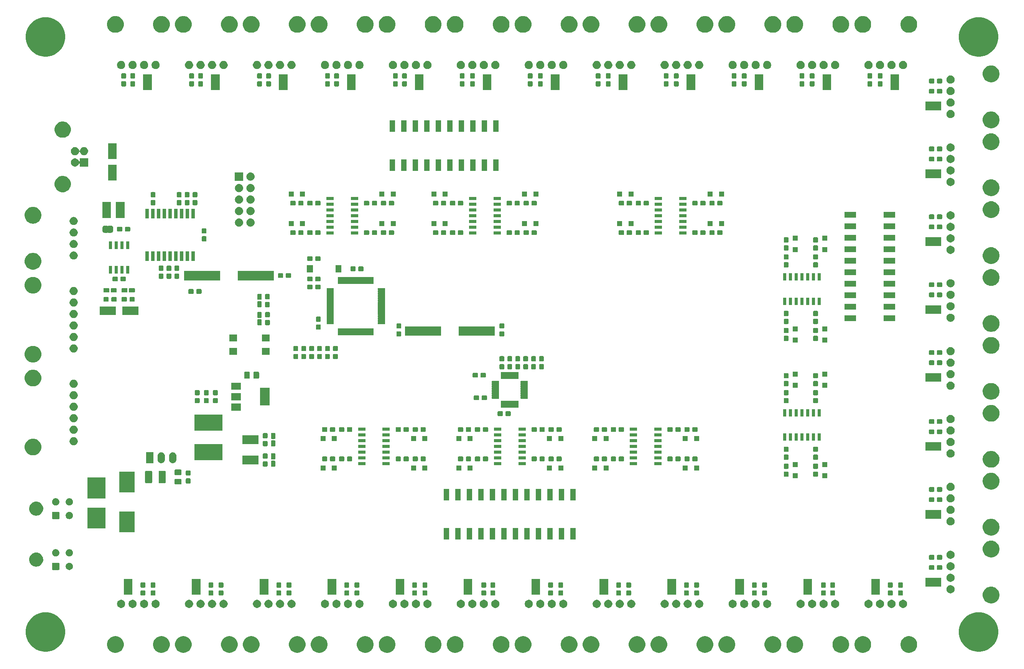
<source format=gbr>
G04 #@! TF.GenerationSoftware,KiCad,Pcbnew,(5.1.4-0-10_14)*
G04 #@! TF.CreationDate,2020-05-28T00:49:02-02:30*
G04 #@! TF.ProjectId,PCB_Morro_Bay,5043425f-4d6f-4727-926f-5f4261792e6b,A*
G04 #@! TF.SameCoordinates,Original*
G04 #@! TF.FileFunction,Soldermask,Top*
G04 #@! TF.FilePolarity,Negative*
%FSLAX46Y46*%
G04 Gerber Fmt 4.6, Leading zero omitted, Abs format (unit mm)*
G04 Created by KiCad (PCBNEW (5.1.4-0-10_14)) date 2020-05-28 00:49:02*
%MOMM*%
%LPD*%
G04 APERTURE LIST*
%ADD10C,0.100000*%
G04 APERTURE END LIST*
D10*
G36*
X299191113Y-197944567D02*
G01*
X299369917Y-197980133D01*
X299509448Y-198037929D01*
X299706776Y-198119664D01*
X300009943Y-198322234D01*
X300267766Y-198580057D01*
X300470336Y-198883224D01*
X300609867Y-199220084D01*
X300681000Y-199577691D01*
X300681000Y-199942309D01*
X300609867Y-200299916D01*
X300470336Y-200636776D01*
X300267766Y-200939943D01*
X300009943Y-201197766D01*
X299706776Y-201400336D01*
X299509448Y-201482071D01*
X299369917Y-201539867D01*
X299191112Y-201575434D01*
X299012309Y-201611000D01*
X298647691Y-201611000D01*
X298468888Y-201575434D01*
X298290083Y-201539867D01*
X298150552Y-201482071D01*
X297953224Y-201400336D01*
X297650057Y-201197766D01*
X297392234Y-200939943D01*
X297189664Y-200636776D01*
X297050133Y-200299916D01*
X296979000Y-199942309D01*
X296979000Y-199577691D01*
X297050133Y-199220084D01*
X297189664Y-198883224D01*
X297392234Y-198580057D01*
X297650057Y-198322234D01*
X297953224Y-198119664D01*
X298150552Y-198037929D01*
X298290083Y-197980133D01*
X298468887Y-197944567D01*
X298647691Y-197909000D01*
X299012309Y-197909000D01*
X299191113Y-197944567D01*
X299191113Y-197944567D01*
G37*
G36*
X289031113Y-197944567D02*
G01*
X289209917Y-197980133D01*
X289349448Y-198037929D01*
X289546776Y-198119664D01*
X289849943Y-198322234D01*
X290107766Y-198580057D01*
X290310336Y-198883224D01*
X290449867Y-199220084D01*
X290521000Y-199577691D01*
X290521000Y-199942309D01*
X290449867Y-200299916D01*
X290310336Y-200636776D01*
X290107766Y-200939943D01*
X289849943Y-201197766D01*
X289546776Y-201400336D01*
X289349448Y-201482071D01*
X289209917Y-201539867D01*
X289031112Y-201575434D01*
X288852309Y-201611000D01*
X288487691Y-201611000D01*
X288308888Y-201575434D01*
X288130083Y-201539867D01*
X287990552Y-201482071D01*
X287793224Y-201400336D01*
X287490057Y-201197766D01*
X287232234Y-200939943D01*
X287029664Y-200636776D01*
X286890133Y-200299916D01*
X286819000Y-199942309D01*
X286819000Y-199577691D01*
X286890133Y-199220084D01*
X287029664Y-198883224D01*
X287232234Y-198580057D01*
X287490057Y-198322234D01*
X287793224Y-198119664D01*
X287990552Y-198037929D01*
X288130083Y-197980133D01*
X288308887Y-197944567D01*
X288487691Y-197909000D01*
X288852309Y-197909000D01*
X289031113Y-197944567D01*
X289031113Y-197944567D01*
G37*
G36*
X284191113Y-197944567D02*
G01*
X284369917Y-197980133D01*
X284509448Y-198037929D01*
X284706776Y-198119664D01*
X285009943Y-198322234D01*
X285267766Y-198580057D01*
X285470336Y-198883224D01*
X285609867Y-199220084D01*
X285681000Y-199577691D01*
X285681000Y-199942309D01*
X285609867Y-200299916D01*
X285470336Y-200636776D01*
X285267766Y-200939943D01*
X285009943Y-201197766D01*
X284706776Y-201400336D01*
X284509448Y-201482071D01*
X284369917Y-201539867D01*
X284191112Y-201575434D01*
X284012309Y-201611000D01*
X283647691Y-201611000D01*
X283468888Y-201575434D01*
X283290083Y-201539867D01*
X283150552Y-201482071D01*
X282953224Y-201400336D01*
X282650057Y-201197766D01*
X282392234Y-200939943D01*
X282189664Y-200636776D01*
X282050133Y-200299916D01*
X281979000Y-199942309D01*
X281979000Y-199577691D01*
X282050133Y-199220084D01*
X282189664Y-198883224D01*
X282392234Y-198580057D01*
X282650057Y-198322234D01*
X282953224Y-198119664D01*
X283150552Y-198037929D01*
X283290083Y-197980133D01*
X283468887Y-197944567D01*
X283647691Y-197909000D01*
X284012309Y-197909000D01*
X284191113Y-197944567D01*
X284191113Y-197944567D01*
G37*
G36*
X274031113Y-197944567D02*
G01*
X274209917Y-197980133D01*
X274349448Y-198037929D01*
X274546776Y-198119664D01*
X274849943Y-198322234D01*
X275107766Y-198580057D01*
X275310336Y-198883224D01*
X275449867Y-199220084D01*
X275521000Y-199577691D01*
X275521000Y-199942309D01*
X275449867Y-200299916D01*
X275310336Y-200636776D01*
X275107766Y-200939943D01*
X274849943Y-201197766D01*
X274546776Y-201400336D01*
X274349448Y-201482071D01*
X274209917Y-201539867D01*
X274031112Y-201575434D01*
X273852309Y-201611000D01*
X273487691Y-201611000D01*
X273308888Y-201575434D01*
X273130083Y-201539867D01*
X272990552Y-201482071D01*
X272793224Y-201400336D01*
X272490057Y-201197766D01*
X272232234Y-200939943D01*
X272029664Y-200636776D01*
X271890133Y-200299916D01*
X271819000Y-199942309D01*
X271819000Y-199577691D01*
X271890133Y-199220084D01*
X272029664Y-198883224D01*
X272232234Y-198580057D01*
X272490057Y-198322234D01*
X272793224Y-198119664D01*
X272990552Y-198037929D01*
X273130083Y-197980133D01*
X273308887Y-197944567D01*
X273487691Y-197909000D01*
X273852309Y-197909000D01*
X274031113Y-197944567D01*
X274031113Y-197944567D01*
G37*
G36*
X269191113Y-197944567D02*
G01*
X269369917Y-197980133D01*
X269509448Y-198037929D01*
X269706776Y-198119664D01*
X270009943Y-198322234D01*
X270267766Y-198580057D01*
X270470336Y-198883224D01*
X270609867Y-199220084D01*
X270681000Y-199577691D01*
X270681000Y-199942309D01*
X270609867Y-200299916D01*
X270470336Y-200636776D01*
X270267766Y-200939943D01*
X270009943Y-201197766D01*
X269706776Y-201400336D01*
X269509448Y-201482071D01*
X269369917Y-201539867D01*
X269191112Y-201575434D01*
X269012309Y-201611000D01*
X268647691Y-201611000D01*
X268468888Y-201575434D01*
X268290083Y-201539867D01*
X268150552Y-201482071D01*
X267953224Y-201400336D01*
X267650057Y-201197766D01*
X267392234Y-200939943D01*
X267189664Y-200636776D01*
X267050133Y-200299916D01*
X266979000Y-199942309D01*
X266979000Y-199577691D01*
X267050133Y-199220084D01*
X267189664Y-198883224D01*
X267392234Y-198580057D01*
X267650057Y-198322234D01*
X267953224Y-198119664D01*
X268150552Y-198037929D01*
X268290083Y-197980133D01*
X268468887Y-197944567D01*
X268647691Y-197909000D01*
X269012309Y-197909000D01*
X269191113Y-197944567D01*
X269191113Y-197944567D01*
G37*
G36*
X259031113Y-197944567D02*
G01*
X259209917Y-197980133D01*
X259349448Y-198037929D01*
X259546776Y-198119664D01*
X259849943Y-198322234D01*
X260107766Y-198580057D01*
X260310336Y-198883224D01*
X260449867Y-199220084D01*
X260521000Y-199577691D01*
X260521000Y-199942309D01*
X260449867Y-200299916D01*
X260310336Y-200636776D01*
X260107766Y-200939943D01*
X259849943Y-201197766D01*
X259546776Y-201400336D01*
X259349448Y-201482071D01*
X259209917Y-201539867D01*
X259031112Y-201575434D01*
X258852309Y-201611000D01*
X258487691Y-201611000D01*
X258308888Y-201575434D01*
X258130083Y-201539867D01*
X257990552Y-201482071D01*
X257793224Y-201400336D01*
X257490057Y-201197766D01*
X257232234Y-200939943D01*
X257029664Y-200636776D01*
X256890133Y-200299916D01*
X256819000Y-199942309D01*
X256819000Y-199577691D01*
X256890133Y-199220084D01*
X257029664Y-198883224D01*
X257232234Y-198580057D01*
X257490057Y-198322234D01*
X257793224Y-198119664D01*
X257990552Y-198037929D01*
X258130083Y-197980133D01*
X258308887Y-197944567D01*
X258487691Y-197909000D01*
X258852309Y-197909000D01*
X259031113Y-197944567D01*
X259031113Y-197944567D01*
G37*
G36*
X254191113Y-197944567D02*
G01*
X254369917Y-197980133D01*
X254509448Y-198037929D01*
X254706776Y-198119664D01*
X255009943Y-198322234D01*
X255267766Y-198580057D01*
X255470336Y-198883224D01*
X255609867Y-199220084D01*
X255681000Y-199577691D01*
X255681000Y-199942309D01*
X255609867Y-200299916D01*
X255470336Y-200636776D01*
X255267766Y-200939943D01*
X255009943Y-201197766D01*
X254706776Y-201400336D01*
X254509448Y-201482071D01*
X254369917Y-201539867D01*
X254191112Y-201575434D01*
X254012309Y-201611000D01*
X253647691Y-201611000D01*
X253468888Y-201575434D01*
X253290083Y-201539867D01*
X253150552Y-201482071D01*
X252953224Y-201400336D01*
X252650057Y-201197766D01*
X252392234Y-200939943D01*
X252189664Y-200636776D01*
X252050133Y-200299916D01*
X251979000Y-199942309D01*
X251979000Y-199577691D01*
X252050133Y-199220084D01*
X252189664Y-198883224D01*
X252392234Y-198580057D01*
X252650057Y-198322234D01*
X252953224Y-198119664D01*
X253150552Y-198037929D01*
X253290083Y-197980133D01*
X253468887Y-197944567D01*
X253647691Y-197909000D01*
X254012309Y-197909000D01*
X254191113Y-197944567D01*
X254191113Y-197944567D01*
G37*
G36*
X244031113Y-197944567D02*
G01*
X244209917Y-197980133D01*
X244349448Y-198037929D01*
X244546776Y-198119664D01*
X244849943Y-198322234D01*
X245107766Y-198580057D01*
X245310336Y-198883224D01*
X245449867Y-199220084D01*
X245521000Y-199577691D01*
X245521000Y-199942309D01*
X245449867Y-200299916D01*
X245310336Y-200636776D01*
X245107766Y-200939943D01*
X244849943Y-201197766D01*
X244546776Y-201400336D01*
X244349448Y-201482071D01*
X244209917Y-201539867D01*
X244031112Y-201575434D01*
X243852309Y-201611000D01*
X243487691Y-201611000D01*
X243308888Y-201575434D01*
X243130083Y-201539867D01*
X242990552Y-201482071D01*
X242793224Y-201400336D01*
X242490057Y-201197766D01*
X242232234Y-200939943D01*
X242029664Y-200636776D01*
X241890133Y-200299916D01*
X241819000Y-199942309D01*
X241819000Y-199577691D01*
X241890133Y-199220084D01*
X242029664Y-198883224D01*
X242232234Y-198580057D01*
X242490057Y-198322234D01*
X242793224Y-198119664D01*
X242990552Y-198037929D01*
X243130083Y-197980133D01*
X243308887Y-197944567D01*
X243487691Y-197909000D01*
X243852309Y-197909000D01*
X244031113Y-197944567D01*
X244031113Y-197944567D01*
G37*
G36*
X239191113Y-197944567D02*
G01*
X239369917Y-197980133D01*
X239509448Y-198037929D01*
X239706776Y-198119664D01*
X240009943Y-198322234D01*
X240267766Y-198580057D01*
X240470336Y-198883224D01*
X240609867Y-199220084D01*
X240681000Y-199577691D01*
X240681000Y-199942309D01*
X240609867Y-200299916D01*
X240470336Y-200636776D01*
X240267766Y-200939943D01*
X240009943Y-201197766D01*
X239706776Y-201400336D01*
X239509448Y-201482071D01*
X239369917Y-201539867D01*
X239191112Y-201575434D01*
X239012309Y-201611000D01*
X238647691Y-201611000D01*
X238468888Y-201575434D01*
X238290083Y-201539867D01*
X238150552Y-201482071D01*
X237953224Y-201400336D01*
X237650057Y-201197766D01*
X237392234Y-200939943D01*
X237189664Y-200636776D01*
X237050133Y-200299916D01*
X236979000Y-199942309D01*
X236979000Y-199577691D01*
X237050133Y-199220084D01*
X237189664Y-198883224D01*
X237392234Y-198580057D01*
X237650057Y-198322234D01*
X237953224Y-198119664D01*
X238150552Y-198037929D01*
X238290083Y-197980133D01*
X238468887Y-197944567D01*
X238647691Y-197909000D01*
X239012309Y-197909000D01*
X239191113Y-197944567D01*
X239191113Y-197944567D01*
G37*
G36*
X229031113Y-197944567D02*
G01*
X229209917Y-197980133D01*
X229349448Y-198037929D01*
X229546776Y-198119664D01*
X229849943Y-198322234D01*
X230107766Y-198580057D01*
X230310336Y-198883224D01*
X230449867Y-199220084D01*
X230521000Y-199577691D01*
X230521000Y-199942309D01*
X230449867Y-200299916D01*
X230310336Y-200636776D01*
X230107766Y-200939943D01*
X229849943Y-201197766D01*
X229546776Y-201400336D01*
X229349448Y-201482071D01*
X229209917Y-201539867D01*
X229031112Y-201575434D01*
X228852309Y-201611000D01*
X228487691Y-201611000D01*
X228308888Y-201575434D01*
X228130083Y-201539867D01*
X227990552Y-201482071D01*
X227793224Y-201400336D01*
X227490057Y-201197766D01*
X227232234Y-200939943D01*
X227029664Y-200636776D01*
X226890133Y-200299916D01*
X226819000Y-199942309D01*
X226819000Y-199577691D01*
X226890133Y-199220084D01*
X227029664Y-198883224D01*
X227232234Y-198580057D01*
X227490057Y-198322234D01*
X227793224Y-198119664D01*
X227990552Y-198037929D01*
X228130083Y-197980133D01*
X228308887Y-197944567D01*
X228487691Y-197909000D01*
X228852309Y-197909000D01*
X229031113Y-197944567D01*
X229031113Y-197944567D01*
G37*
G36*
X224191113Y-197944567D02*
G01*
X224369917Y-197980133D01*
X224509448Y-198037929D01*
X224706776Y-198119664D01*
X225009943Y-198322234D01*
X225267766Y-198580057D01*
X225470336Y-198883224D01*
X225609867Y-199220084D01*
X225681000Y-199577691D01*
X225681000Y-199942309D01*
X225609867Y-200299916D01*
X225470336Y-200636776D01*
X225267766Y-200939943D01*
X225009943Y-201197766D01*
X224706776Y-201400336D01*
X224509448Y-201482071D01*
X224369917Y-201539867D01*
X224191112Y-201575434D01*
X224012309Y-201611000D01*
X223647691Y-201611000D01*
X223468888Y-201575434D01*
X223290083Y-201539867D01*
X223150552Y-201482071D01*
X222953224Y-201400336D01*
X222650057Y-201197766D01*
X222392234Y-200939943D01*
X222189664Y-200636776D01*
X222050133Y-200299916D01*
X221979000Y-199942309D01*
X221979000Y-199577691D01*
X222050133Y-199220084D01*
X222189664Y-198883224D01*
X222392234Y-198580057D01*
X222650057Y-198322234D01*
X222953224Y-198119664D01*
X223150552Y-198037929D01*
X223290083Y-197980133D01*
X223468887Y-197944567D01*
X223647691Y-197909000D01*
X224012309Y-197909000D01*
X224191113Y-197944567D01*
X224191113Y-197944567D01*
G37*
G36*
X214031113Y-197944567D02*
G01*
X214209917Y-197980133D01*
X214349448Y-198037929D01*
X214546776Y-198119664D01*
X214849943Y-198322234D01*
X215107766Y-198580057D01*
X215310336Y-198883224D01*
X215449867Y-199220084D01*
X215521000Y-199577691D01*
X215521000Y-199942309D01*
X215449867Y-200299916D01*
X215310336Y-200636776D01*
X215107766Y-200939943D01*
X214849943Y-201197766D01*
X214546776Y-201400336D01*
X214349448Y-201482071D01*
X214209917Y-201539867D01*
X214031112Y-201575434D01*
X213852309Y-201611000D01*
X213487691Y-201611000D01*
X213308888Y-201575434D01*
X213130083Y-201539867D01*
X212990552Y-201482071D01*
X212793224Y-201400336D01*
X212490057Y-201197766D01*
X212232234Y-200939943D01*
X212029664Y-200636776D01*
X211890133Y-200299916D01*
X211819000Y-199942309D01*
X211819000Y-199577691D01*
X211890133Y-199220084D01*
X212029664Y-198883224D01*
X212232234Y-198580057D01*
X212490057Y-198322234D01*
X212793224Y-198119664D01*
X212990552Y-198037929D01*
X213130083Y-197980133D01*
X213308887Y-197944567D01*
X213487691Y-197909000D01*
X213852309Y-197909000D01*
X214031113Y-197944567D01*
X214031113Y-197944567D01*
G37*
G36*
X209191113Y-197944567D02*
G01*
X209369917Y-197980133D01*
X209509448Y-198037929D01*
X209706776Y-198119664D01*
X210009943Y-198322234D01*
X210267766Y-198580057D01*
X210470336Y-198883224D01*
X210609867Y-199220084D01*
X210681000Y-199577691D01*
X210681000Y-199942309D01*
X210609867Y-200299916D01*
X210470336Y-200636776D01*
X210267766Y-200939943D01*
X210009943Y-201197766D01*
X209706776Y-201400336D01*
X209509448Y-201482071D01*
X209369917Y-201539867D01*
X209191112Y-201575434D01*
X209012309Y-201611000D01*
X208647691Y-201611000D01*
X208468888Y-201575434D01*
X208290083Y-201539867D01*
X208150552Y-201482071D01*
X207953224Y-201400336D01*
X207650057Y-201197766D01*
X207392234Y-200939943D01*
X207189664Y-200636776D01*
X207050133Y-200299916D01*
X206979000Y-199942309D01*
X206979000Y-199577691D01*
X207050133Y-199220084D01*
X207189664Y-198883224D01*
X207392234Y-198580057D01*
X207650057Y-198322234D01*
X207953224Y-198119664D01*
X208150552Y-198037929D01*
X208290083Y-197980133D01*
X208468887Y-197944567D01*
X208647691Y-197909000D01*
X209012309Y-197909000D01*
X209191113Y-197944567D01*
X209191113Y-197944567D01*
G37*
G36*
X199031113Y-197944567D02*
G01*
X199209917Y-197980133D01*
X199349448Y-198037929D01*
X199546776Y-198119664D01*
X199849943Y-198322234D01*
X200107766Y-198580057D01*
X200310336Y-198883224D01*
X200449867Y-199220084D01*
X200521000Y-199577691D01*
X200521000Y-199942309D01*
X200449867Y-200299916D01*
X200310336Y-200636776D01*
X200107766Y-200939943D01*
X199849943Y-201197766D01*
X199546776Y-201400336D01*
X199349448Y-201482071D01*
X199209917Y-201539867D01*
X199031112Y-201575434D01*
X198852309Y-201611000D01*
X198487691Y-201611000D01*
X198308888Y-201575434D01*
X198130083Y-201539867D01*
X197990552Y-201482071D01*
X197793224Y-201400336D01*
X197490057Y-201197766D01*
X197232234Y-200939943D01*
X197029664Y-200636776D01*
X196890133Y-200299916D01*
X196819000Y-199942309D01*
X196819000Y-199577691D01*
X196890133Y-199220084D01*
X197029664Y-198883224D01*
X197232234Y-198580057D01*
X197490057Y-198322234D01*
X197793224Y-198119664D01*
X197990552Y-198037929D01*
X198130083Y-197980133D01*
X198308887Y-197944567D01*
X198487691Y-197909000D01*
X198852309Y-197909000D01*
X199031113Y-197944567D01*
X199031113Y-197944567D01*
G37*
G36*
X194191113Y-197944567D02*
G01*
X194369917Y-197980133D01*
X194509448Y-198037929D01*
X194706776Y-198119664D01*
X195009943Y-198322234D01*
X195267766Y-198580057D01*
X195470336Y-198883224D01*
X195609867Y-199220084D01*
X195681000Y-199577691D01*
X195681000Y-199942309D01*
X195609867Y-200299916D01*
X195470336Y-200636776D01*
X195267766Y-200939943D01*
X195009943Y-201197766D01*
X194706776Y-201400336D01*
X194509448Y-201482071D01*
X194369917Y-201539867D01*
X194191112Y-201575434D01*
X194012309Y-201611000D01*
X193647691Y-201611000D01*
X193468888Y-201575434D01*
X193290083Y-201539867D01*
X193150552Y-201482071D01*
X192953224Y-201400336D01*
X192650057Y-201197766D01*
X192392234Y-200939943D01*
X192189664Y-200636776D01*
X192050133Y-200299916D01*
X191979000Y-199942309D01*
X191979000Y-199577691D01*
X192050133Y-199220084D01*
X192189664Y-198883224D01*
X192392234Y-198580057D01*
X192650057Y-198322234D01*
X192953224Y-198119664D01*
X193150552Y-198037929D01*
X193290083Y-197980133D01*
X193468887Y-197944567D01*
X193647691Y-197909000D01*
X194012309Y-197909000D01*
X194191113Y-197944567D01*
X194191113Y-197944567D01*
G37*
G36*
X184031113Y-197944567D02*
G01*
X184209917Y-197980133D01*
X184349448Y-198037929D01*
X184546776Y-198119664D01*
X184849943Y-198322234D01*
X185107766Y-198580057D01*
X185310336Y-198883224D01*
X185449867Y-199220084D01*
X185521000Y-199577691D01*
X185521000Y-199942309D01*
X185449867Y-200299916D01*
X185310336Y-200636776D01*
X185107766Y-200939943D01*
X184849943Y-201197766D01*
X184546776Y-201400336D01*
X184349448Y-201482071D01*
X184209917Y-201539867D01*
X184031112Y-201575434D01*
X183852309Y-201611000D01*
X183487691Y-201611000D01*
X183308888Y-201575434D01*
X183130083Y-201539867D01*
X182990552Y-201482071D01*
X182793224Y-201400336D01*
X182490057Y-201197766D01*
X182232234Y-200939943D01*
X182029664Y-200636776D01*
X181890133Y-200299916D01*
X181819000Y-199942309D01*
X181819000Y-199577691D01*
X181890133Y-199220084D01*
X182029664Y-198883224D01*
X182232234Y-198580057D01*
X182490057Y-198322234D01*
X182793224Y-198119664D01*
X182990552Y-198037929D01*
X183130083Y-197980133D01*
X183308887Y-197944567D01*
X183487691Y-197909000D01*
X183852309Y-197909000D01*
X184031113Y-197944567D01*
X184031113Y-197944567D01*
G37*
G36*
X179191113Y-197944567D02*
G01*
X179369917Y-197980133D01*
X179509448Y-198037929D01*
X179706776Y-198119664D01*
X180009943Y-198322234D01*
X180267766Y-198580057D01*
X180470336Y-198883224D01*
X180609867Y-199220084D01*
X180681000Y-199577691D01*
X180681000Y-199942309D01*
X180609867Y-200299916D01*
X180470336Y-200636776D01*
X180267766Y-200939943D01*
X180009943Y-201197766D01*
X179706776Y-201400336D01*
X179509448Y-201482071D01*
X179369917Y-201539867D01*
X179191112Y-201575434D01*
X179012309Y-201611000D01*
X178647691Y-201611000D01*
X178468888Y-201575434D01*
X178290083Y-201539867D01*
X178150552Y-201482071D01*
X177953224Y-201400336D01*
X177650057Y-201197766D01*
X177392234Y-200939943D01*
X177189664Y-200636776D01*
X177050133Y-200299916D01*
X176979000Y-199942309D01*
X176979000Y-199577691D01*
X177050133Y-199220084D01*
X177189664Y-198883224D01*
X177392234Y-198580057D01*
X177650057Y-198322234D01*
X177953224Y-198119664D01*
X178150552Y-198037929D01*
X178290083Y-197980133D01*
X178468887Y-197944567D01*
X178647691Y-197909000D01*
X179012309Y-197909000D01*
X179191113Y-197944567D01*
X179191113Y-197944567D01*
G37*
G36*
X169031113Y-197944567D02*
G01*
X169209917Y-197980133D01*
X169349448Y-198037929D01*
X169546776Y-198119664D01*
X169849943Y-198322234D01*
X170107766Y-198580057D01*
X170310336Y-198883224D01*
X170449867Y-199220084D01*
X170521000Y-199577691D01*
X170521000Y-199942309D01*
X170449867Y-200299916D01*
X170310336Y-200636776D01*
X170107766Y-200939943D01*
X169849943Y-201197766D01*
X169546776Y-201400336D01*
X169349448Y-201482071D01*
X169209917Y-201539867D01*
X169031112Y-201575434D01*
X168852309Y-201611000D01*
X168487691Y-201611000D01*
X168308888Y-201575434D01*
X168130083Y-201539867D01*
X167990552Y-201482071D01*
X167793224Y-201400336D01*
X167490057Y-201197766D01*
X167232234Y-200939943D01*
X167029664Y-200636776D01*
X166890133Y-200299916D01*
X166819000Y-199942309D01*
X166819000Y-199577691D01*
X166890133Y-199220084D01*
X167029664Y-198883224D01*
X167232234Y-198580057D01*
X167490057Y-198322234D01*
X167793224Y-198119664D01*
X167990552Y-198037929D01*
X168130083Y-197980133D01*
X168308887Y-197944567D01*
X168487691Y-197909000D01*
X168852309Y-197909000D01*
X169031113Y-197944567D01*
X169031113Y-197944567D01*
G37*
G36*
X164191113Y-197944567D02*
G01*
X164369917Y-197980133D01*
X164509448Y-198037929D01*
X164706776Y-198119664D01*
X165009943Y-198322234D01*
X165267766Y-198580057D01*
X165470336Y-198883224D01*
X165609867Y-199220084D01*
X165681000Y-199577691D01*
X165681000Y-199942309D01*
X165609867Y-200299916D01*
X165470336Y-200636776D01*
X165267766Y-200939943D01*
X165009943Y-201197766D01*
X164706776Y-201400336D01*
X164509448Y-201482071D01*
X164369917Y-201539867D01*
X164191112Y-201575434D01*
X164012309Y-201611000D01*
X163647691Y-201611000D01*
X163468888Y-201575434D01*
X163290083Y-201539867D01*
X163150552Y-201482071D01*
X162953224Y-201400336D01*
X162650057Y-201197766D01*
X162392234Y-200939943D01*
X162189664Y-200636776D01*
X162050133Y-200299916D01*
X161979000Y-199942309D01*
X161979000Y-199577691D01*
X162050133Y-199220084D01*
X162189664Y-198883224D01*
X162392234Y-198580057D01*
X162650057Y-198322234D01*
X162953224Y-198119664D01*
X163150552Y-198037929D01*
X163290083Y-197980133D01*
X163468887Y-197944567D01*
X163647691Y-197909000D01*
X164012309Y-197909000D01*
X164191113Y-197944567D01*
X164191113Y-197944567D01*
G37*
G36*
X154031113Y-197944567D02*
G01*
X154209917Y-197980133D01*
X154349448Y-198037929D01*
X154546776Y-198119664D01*
X154849943Y-198322234D01*
X155107766Y-198580057D01*
X155310336Y-198883224D01*
X155449867Y-199220084D01*
X155521000Y-199577691D01*
X155521000Y-199942309D01*
X155449867Y-200299916D01*
X155310336Y-200636776D01*
X155107766Y-200939943D01*
X154849943Y-201197766D01*
X154546776Y-201400336D01*
X154349448Y-201482071D01*
X154209917Y-201539867D01*
X154031112Y-201575434D01*
X153852309Y-201611000D01*
X153487691Y-201611000D01*
X153308888Y-201575434D01*
X153130083Y-201539867D01*
X152990552Y-201482071D01*
X152793224Y-201400336D01*
X152490057Y-201197766D01*
X152232234Y-200939943D01*
X152029664Y-200636776D01*
X151890133Y-200299916D01*
X151819000Y-199942309D01*
X151819000Y-199577691D01*
X151890133Y-199220084D01*
X152029664Y-198883224D01*
X152232234Y-198580057D01*
X152490057Y-198322234D01*
X152793224Y-198119664D01*
X152990552Y-198037929D01*
X153130083Y-197980133D01*
X153308887Y-197944567D01*
X153487691Y-197909000D01*
X153852309Y-197909000D01*
X154031113Y-197944567D01*
X154031113Y-197944567D01*
G37*
G36*
X149191113Y-197944567D02*
G01*
X149369917Y-197980133D01*
X149509448Y-198037929D01*
X149706776Y-198119664D01*
X150009943Y-198322234D01*
X150267766Y-198580057D01*
X150470336Y-198883224D01*
X150609867Y-199220084D01*
X150681000Y-199577691D01*
X150681000Y-199942309D01*
X150609867Y-200299916D01*
X150470336Y-200636776D01*
X150267766Y-200939943D01*
X150009943Y-201197766D01*
X149706776Y-201400336D01*
X149509448Y-201482071D01*
X149369917Y-201539867D01*
X149191112Y-201575434D01*
X149012309Y-201611000D01*
X148647691Y-201611000D01*
X148468888Y-201575434D01*
X148290083Y-201539867D01*
X148150552Y-201482071D01*
X147953224Y-201400336D01*
X147650057Y-201197766D01*
X147392234Y-200939943D01*
X147189664Y-200636776D01*
X147050133Y-200299916D01*
X146979000Y-199942309D01*
X146979000Y-199577691D01*
X147050133Y-199220084D01*
X147189664Y-198883224D01*
X147392234Y-198580057D01*
X147650057Y-198322234D01*
X147953224Y-198119664D01*
X148150552Y-198037929D01*
X148290083Y-197980133D01*
X148468887Y-197944567D01*
X148647691Y-197909000D01*
X149012309Y-197909000D01*
X149191113Y-197944567D01*
X149191113Y-197944567D01*
G37*
G36*
X139031113Y-197944567D02*
G01*
X139209917Y-197980133D01*
X139349448Y-198037929D01*
X139546776Y-198119664D01*
X139849943Y-198322234D01*
X140107766Y-198580057D01*
X140310336Y-198883224D01*
X140449867Y-199220084D01*
X140521000Y-199577691D01*
X140521000Y-199942309D01*
X140449867Y-200299916D01*
X140310336Y-200636776D01*
X140107766Y-200939943D01*
X139849943Y-201197766D01*
X139546776Y-201400336D01*
X139349448Y-201482071D01*
X139209917Y-201539867D01*
X139031112Y-201575434D01*
X138852309Y-201611000D01*
X138487691Y-201611000D01*
X138308888Y-201575434D01*
X138130083Y-201539867D01*
X137990552Y-201482071D01*
X137793224Y-201400336D01*
X137490057Y-201197766D01*
X137232234Y-200939943D01*
X137029664Y-200636776D01*
X136890133Y-200299916D01*
X136819000Y-199942309D01*
X136819000Y-199577691D01*
X136890133Y-199220084D01*
X137029664Y-198883224D01*
X137232234Y-198580057D01*
X137490057Y-198322234D01*
X137793224Y-198119664D01*
X137990552Y-198037929D01*
X138130083Y-197980133D01*
X138308887Y-197944567D01*
X138487691Y-197909000D01*
X138852309Y-197909000D01*
X139031113Y-197944567D01*
X139031113Y-197944567D01*
G37*
G36*
X134191113Y-197944567D02*
G01*
X134369917Y-197980133D01*
X134509448Y-198037929D01*
X134706776Y-198119664D01*
X135009943Y-198322234D01*
X135267766Y-198580057D01*
X135470336Y-198883224D01*
X135609867Y-199220084D01*
X135681000Y-199577691D01*
X135681000Y-199942309D01*
X135609867Y-200299916D01*
X135470336Y-200636776D01*
X135267766Y-200939943D01*
X135009943Y-201197766D01*
X134706776Y-201400336D01*
X134509448Y-201482071D01*
X134369917Y-201539867D01*
X134191112Y-201575434D01*
X134012309Y-201611000D01*
X133647691Y-201611000D01*
X133468888Y-201575434D01*
X133290083Y-201539867D01*
X133150552Y-201482071D01*
X132953224Y-201400336D01*
X132650057Y-201197766D01*
X132392234Y-200939943D01*
X132189664Y-200636776D01*
X132050133Y-200299916D01*
X131979000Y-199942309D01*
X131979000Y-199577691D01*
X132050133Y-199220084D01*
X132189664Y-198883224D01*
X132392234Y-198580057D01*
X132650057Y-198322234D01*
X132953224Y-198119664D01*
X133150552Y-198037929D01*
X133290083Y-197980133D01*
X133468887Y-197944567D01*
X133647691Y-197909000D01*
X134012309Y-197909000D01*
X134191113Y-197944567D01*
X134191113Y-197944567D01*
G37*
G36*
X124031113Y-197944567D02*
G01*
X124209917Y-197980133D01*
X124349448Y-198037929D01*
X124546776Y-198119664D01*
X124849943Y-198322234D01*
X125107766Y-198580057D01*
X125310336Y-198883224D01*
X125449867Y-199220084D01*
X125521000Y-199577691D01*
X125521000Y-199942309D01*
X125449867Y-200299916D01*
X125310336Y-200636776D01*
X125107766Y-200939943D01*
X124849943Y-201197766D01*
X124546776Y-201400336D01*
X124349448Y-201482071D01*
X124209917Y-201539867D01*
X124031112Y-201575434D01*
X123852309Y-201611000D01*
X123487691Y-201611000D01*
X123308888Y-201575434D01*
X123130083Y-201539867D01*
X122990552Y-201482071D01*
X122793224Y-201400336D01*
X122490057Y-201197766D01*
X122232234Y-200939943D01*
X122029664Y-200636776D01*
X121890133Y-200299916D01*
X121819000Y-199942309D01*
X121819000Y-199577691D01*
X121890133Y-199220084D01*
X122029664Y-198883224D01*
X122232234Y-198580057D01*
X122490057Y-198322234D01*
X122793224Y-198119664D01*
X122990552Y-198037929D01*
X123130083Y-197980133D01*
X123308887Y-197944567D01*
X123487691Y-197909000D01*
X123852309Y-197909000D01*
X124031113Y-197944567D01*
X124031113Y-197944567D01*
G37*
G36*
X314798156Y-192672794D02*
G01*
X315519140Y-192816206D01*
X316310972Y-193144193D01*
X317023601Y-193620357D01*
X317629643Y-194226399D01*
X318105807Y-194939028D01*
X318433794Y-195730860D01*
X318601000Y-196571464D01*
X318601000Y-197428536D01*
X318433794Y-198269140D01*
X318105807Y-199060972D01*
X317629643Y-199773601D01*
X317023601Y-200379643D01*
X316310972Y-200855807D01*
X315519140Y-201183794D01*
X314798156Y-201327206D01*
X314678537Y-201351000D01*
X313821463Y-201351000D01*
X313701844Y-201327206D01*
X312980860Y-201183794D01*
X312189028Y-200855807D01*
X311476399Y-200379643D01*
X310870357Y-199773601D01*
X310394193Y-199060972D01*
X310066206Y-198269140D01*
X309899000Y-197428536D01*
X309899000Y-196571464D01*
X310066206Y-195730860D01*
X310394193Y-194939028D01*
X310870357Y-194226399D01*
X311476399Y-193620357D01*
X312189028Y-193144193D01*
X312980860Y-192816206D01*
X313701844Y-192672794D01*
X313821463Y-192649000D01*
X314678537Y-192649000D01*
X314798156Y-192672794D01*
X314798156Y-192672794D01*
G37*
G36*
X108798156Y-192672794D02*
G01*
X109519140Y-192816206D01*
X110310972Y-193144193D01*
X111023601Y-193620357D01*
X111629643Y-194226399D01*
X112105807Y-194939028D01*
X112433794Y-195730860D01*
X112601000Y-196571464D01*
X112601000Y-197428536D01*
X112433794Y-198269140D01*
X112105807Y-199060972D01*
X111629643Y-199773601D01*
X111023601Y-200379643D01*
X110310972Y-200855807D01*
X109519140Y-201183794D01*
X108798156Y-201327206D01*
X108678537Y-201351000D01*
X107821463Y-201351000D01*
X107701844Y-201327206D01*
X106980860Y-201183794D01*
X106189028Y-200855807D01*
X105476399Y-200379643D01*
X104870357Y-199773601D01*
X104394193Y-199060972D01*
X104066206Y-198269140D01*
X103899000Y-197428536D01*
X103899000Y-196571464D01*
X104066206Y-195730860D01*
X104394193Y-194939028D01*
X104870357Y-194226399D01*
X105476399Y-193620357D01*
X106189028Y-193144193D01*
X106980860Y-192816206D01*
X107701844Y-192672794D01*
X107821463Y-192649000D01*
X108678537Y-192649000D01*
X108798156Y-192672794D01*
X108798156Y-192672794D01*
G37*
G36*
X202593512Y-189893927D02*
G01*
X202742812Y-189923624D01*
X202906784Y-189991544D01*
X203054354Y-190090147D01*
X203179853Y-190215646D01*
X203278456Y-190363216D01*
X203346376Y-190527188D01*
X203381000Y-190701259D01*
X203381000Y-190878741D01*
X203346376Y-191052812D01*
X203278456Y-191216784D01*
X203179853Y-191364354D01*
X203054354Y-191489853D01*
X202906784Y-191588456D01*
X202742812Y-191656376D01*
X202593512Y-191686073D01*
X202568742Y-191691000D01*
X202391258Y-191691000D01*
X202366488Y-191686073D01*
X202217188Y-191656376D01*
X202053216Y-191588456D01*
X201905646Y-191489853D01*
X201780147Y-191364354D01*
X201681544Y-191216784D01*
X201613624Y-191052812D01*
X201579000Y-190878741D01*
X201579000Y-190701259D01*
X201613624Y-190527188D01*
X201681544Y-190363216D01*
X201780147Y-190215646D01*
X201905646Y-190090147D01*
X202053216Y-189991544D01*
X202217188Y-189923624D01*
X202366488Y-189893927D01*
X202391258Y-189889000D01*
X202568742Y-189889000D01*
X202593512Y-189893927D01*
X202593512Y-189893927D01*
G37*
G36*
X200053512Y-189893927D02*
G01*
X200202812Y-189923624D01*
X200366784Y-189991544D01*
X200514354Y-190090147D01*
X200639853Y-190215646D01*
X200738456Y-190363216D01*
X200806376Y-190527188D01*
X200841000Y-190701259D01*
X200841000Y-190878741D01*
X200806376Y-191052812D01*
X200738456Y-191216784D01*
X200639853Y-191364354D01*
X200514354Y-191489853D01*
X200366784Y-191588456D01*
X200202812Y-191656376D01*
X200053512Y-191686073D01*
X200028742Y-191691000D01*
X199851258Y-191691000D01*
X199826488Y-191686073D01*
X199677188Y-191656376D01*
X199513216Y-191588456D01*
X199365646Y-191489853D01*
X199240147Y-191364354D01*
X199141544Y-191216784D01*
X199073624Y-191052812D01*
X199039000Y-190878741D01*
X199039000Y-190701259D01*
X199073624Y-190527188D01*
X199141544Y-190363216D01*
X199240147Y-190215646D01*
X199365646Y-190090147D01*
X199513216Y-189991544D01*
X199677188Y-189923624D01*
X199826488Y-189893927D01*
X199851258Y-189889000D01*
X200028742Y-189889000D01*
X200053512Y-189893927D01*
X200053512Y-189893927D01*
G37*
G36*
X192673512Y-189893927D02*
G01*
X192822812Y-189923624D01*
X192986784Y-189991544D01*
X193134354Y-190090147D01*
X193259853Y-190215646D01*
X193358456Y-190363216D01*
X193426376Y-190527188D01*
X193461000Y-190701259D01*
X193461000Y-190878741D01*
X193426376Y-191052812D01*
X193358456Y-191216784D01*
X193259853Y-191364354D01*
X193134354Y-191489853D01*
X192986784Y-191588456D01*
X192822812Y-191656376D01*
X192673512Y-191686073D01*
X192648742Y-191691000D01*
X192471258Y-191691000D01*
X192446488Y-191686073D01*
X192297188Y-191656376D01*
X192133216Y-191588456D01*
X191985646Y-191489853D01*
X191860147Y-191364354D01*
X191761544Y-191216784D01*
X191693624Y-191052812D01*
X191659000Y-190878741D01*
X191659000Y-190701259D01*
X191693624Y-190527188D01*
X191761544Y-190363216D01*
X191860147Y-190215646D01*
X191985646Y-190090147D01*
X192133216Y-189991544D01*
X192297188Y-189923624D01*
X192446488Y-189893927D01*
X192471258Y-189889000D01*
X192648742Y-189889000D01*
X192673512Y-189893927D01*
X192673512Y-189893927D01*
G37*
G36*
X190133512Y-189893927D02*
G01*
X190282812Y-189923624D01*
X190446784Y-189991544D01*
X190594354Y-190090147D01*
X190719853Y-190215646D01*
X190818456Y-190363216D01*
X190886376Y-190527188D01*
X190921000Y-190701259D01*
X190921000Y-190878741D01*
X190886376Y-191052812D01*
X190818456Y-191216784D01*
X190719853Y-191364354D01*
X190594354Y-191489853D01*
X190446784Y-191588456D01*
X190282812Y-191656376D01*
X190133512Y-191686073D01*
X190108742Y-191691000D01*
X189931258Y-191691000D01*
X189906488Y-191686073D01*
X189757188Y-191656376D01*
X189593216Y-191588456D01*
X189445646Y-191489853D01*
X189320147Y-191364354D01*
X189221544Y-191216784D01*
X189153624Y-191052812D01*
X189119000Y-190878741D01*
X189119000Y-190701259D01*
X189153624Y-190527188D01*
X189221544Y-190363216D01*
X189320147Y-190215646D01*
X189445646Y-190090147D01*
X189593216Y-189991544D01*
X189757188Y-189923624D01*
X189906488Y-189893927D01*
X189931258Y-189889000D01*
X190108742Y-189889000D01*
X190133512Y-189893927D01*
X190133512Y-189893927D01*
G37*
G36*
X187593512Y-189893927D02*
G01*
X187742812Y-189923624D01*
X187906784Y-189991544D01*
X188054354Y-190090147D01*
X188179853Y-190215646D01*
X188278456Y-190363216D01*
X188346376Y-190527188D01*
X188381000Y-190701259D01*
X188381000Y-190878741D01*
X188346376Y-191052812D01*
X188278456Y-191216784D01*
X188179853Y-191364354D01*
X188054354Y-191489853D01*
X187906784Y-191588456D01*
X187742812Y-191656376D01*
X187593512Y-191686073D01*
X187568742Y-191691000D01*
X187391258Y-191691000D01*
X187366488Y-191686073D01*
X187217188Y-191656376D01*
X187053216Y-191588456D01*
X186905646Y-191489853D01*
X186780147Y-191364354D01*
X186681544Y-191216784D01*
X186613624Y-191052812D01*
X186579000Y-190878741D01*
X186579000Y-190701259D01*
X186613624Y-190527188D01*
X186681544Y-190363216D01*
X186780147Y-190215646D01*
X186905646Y-190090147D01*
X187053216Y-189991544D01*
X187217188Y-189923624D01*
X187366488Y-189893927D01*
X187391258Y-189889000D01*
X187568742Y-189889000D01*
X187593512Y-189893927D01*
X187593512Y-189893927D01*
G37*
G36*
X185053512Y-189893927D02*
G01*
X185202812Y-189923624D01*
X185366784Y-189991544D01*
X185514354Y-190090147D01*
X185639853Y-190215646D01*
X185738456Y-190363216D01*
X185806376Y-190527188D01*
X185841000Y-190701259D01*
X185841000Y-190878741D01*
X185806376Y-191052812D01*
X185738456Y-191216784D01*
X185639853Y-191364354D01*
X185514354Y-191489853D01*
X185366784Y-191588456D01*
X185202812Y-191656376D01*
X185053512Y-191686073D01*
X185028742Y-191691000D01*
X184851258Y-191691000D01*
X184826488Y-191686073D01*
X184677188Y-191656376D01*
X184513216Y-191588456D01*
X184365646Y-191489853D01*
X184240147Y-191364354D01*
X184141544Y-191216784D01*
X184073624Y-191052812D01*
X184039000Y-190878741D01*
X184039000Y-190701259D01*
X184073624Y-190527188D01*
X184141544Y-190363216D01*
X184240147Y-190215646D01*
X184365646Y-190090147D01*
X184513216Y-189991544D01*
X184677188Y-189923624D01*
X184826488Y-189893927D01*
X184851258Y-189889000D01*
X185028742Y-189889000D01*
X185053512Y-189893927D01*
X185053512Y-189893927D01*
G37*
G36*
X177673512Y-189893927D02*
G01*
X177822812Y-189923624D01*
X177986784Y-189991544D01*
X178134354Y-190090147D01*
X178259853Y-190215646D01*
X178358456Y-190363216D01*
X178426376Y-190527188D01*
X178461000Y-190701259D01*
X178461000Y-190878741D01*
X178426376Y-191052812D01*
X178358456Y-191216784D01*
X178259853Y-191364354D01*
X178134354Y-191489853D01*
X177986784Y-191588456D01*
X177822812Y-191656376D01*
X177673512Y-191686073D01*
X177648742Y-191691000D01*
X177471258Y-191691000D01*
X177446488Y-191686073D01*
X177297188Y-191656376D01*
X177133216Y-191588456D01*
X176985646Y-191489853D01*
X176860147Y-191364354D01*
X176761544Y-191216784D01*
X176693624Y-191052812D01*
X176659000Y-190878741D01*
X176659000Y-190701259D01*
X176693624Y-190527188D01*
X176761544Y-190363216D01*
X176860147Y-190215646D01*
X176985646Y-190090147D01*
X177133216Y-189991544D01*
X177297188Y-189923624D01*
X177446488Y-189893927D01*
X177471258Y-189889000D01*
X177648742Y-189889000D01*
X177673512Y-189893927D01*
X177673512Y-189893927D01*
G37*
G36*
X175133512Y-189893927D02*
G01*
X175282812Y-189923624D01*
X175446784Y-189991544D01*
X175594354Y-190090147D01*
X175719853Y-190215646D01*
X175818456Y-190363216D01*
X175886376Y-190527188D01*
X175921000Y-190701259D01*
X175921000Y-190878741D01*
X175886376Y-191052812D01*
X175818456Y-191216784D01*
X175719853Y-191364354D01*
X175594354Y-191489853D01*
X175446784Y-191588456D01*
X175282812Y-191656376D01*
X175133512Y-191686073D01*
X175108742Y-191691000D01*
X174931258Y-191691000D01*
X174906488Y-191686073D01*
X174757188Y-191656376D01*
X174593216Y-191588456D01*
X174445646Y-191489853D01*
X174320147Y-191364354D01*
X174221544Y-191216784D01*
X174153624Y-191052812D01*
X174119000Y-190878741D01*
X174119000Y-190701259D01*
X174153624Y-190527188D01*
X174221544Y-190363216D01*
X174320147Y-190215646D01*
X174445646Y-190090147D01*
X174593216Y-189991544D01*
X174757188Y-189923624D01*
X174906488Y-189893927D01*
X174931258Y-189889000D01*
X175108742Y-189889000D01*
X175133512Y-189893927D01*
X175133512Y-189893927D01*
G37*
G36*
X172593512Y-189893927D02*
G01*
X172742812Y-189923624D01*
X172906784Y-189991544D01*
X173054354Y-190090147D01*
X173179853Y-190215646D01*
X173278456Y-190363216D01*
X173346376Y-190527188D01*
X173381000Y-190701259D01*
X173381000Y-190878741D01*
X173346376Y-191052812D01*
X173278456Y-191216784D01*
X173179853Y-191364354D01*
X173054354Y-191489853D01*
X172906784Y-191588456D01*
X172742812Y-191656376D01*
X172593512Y-191686073D01*
X172568742Y-191691000D01*
X172391258Y-191691000D01*
X172366488Y-191686073D01*
X172217188Y-191656376D01*
X172053216Y-191588456D01*
X171905646Y-191489853D01*
X171780147Y-191364354D01*
X171681544Y-191216784D01*
X171613624Y-191052812D01*
X171579000Y-190878741D01*
X171579000Y-190701259D01*
X171613624Y-190527188D01*
X171681544Y-190363216D01*
X171780147Y-190215646D01*
X171905646Y-190090147D01*
X172053216Y-189991544D01*
X172217188Y-189923624D01*
X172366488Y-189893927D01*
X172391258Y-189889000D01*
X172568742Y-189889000D01*
X172593512Y-189893927D01*
X172593512Y-189893927D01*
G37*
G36*
X170053512Y-189893927D02*
G01*
X170202812Y-189923624D01*
X170366784Y-189991544D01*
X170514354Y-190090147D01*
X170639853Y-190215646D01*
X170738456Y-190363216D01*
X170806376Y-190527188D01*
X170841000Y-190701259D01*
X170841000Y-190878741D01*
X170806376Y-191052812D01*
X170738456Y-191216784D01*
X170639853Y-191364354D01*
X170514354Y-191489853D01*
X170366784Y-191588456D01*
X170202812Y-191656376D01*
X170053512Y-191686073D01*
X170028742Y-191691000D01*
X169851258Y-191691000D01*
X169826488Y-191686073D01*
X169677188Y-191656376D01*
X169513216Y-191588456D01*
X169365646Y-191489853D01*
X169240147Y-191364354D01*
X169141544Y-191216784D01*
X169073624Y-191052812D01*
X169039000Y-190878741D01*
X169039000Y-190701259D01*
X169073624Y-190527188D01*
X169141544Y-190363216D01*
X169240147Y-190215646D01*
X169365646Y-190090147D01*
X169513216Y-189991544D01*
X169677188Y-189923624D01*
X169826488Y-189893927D01*
X169851258Y-189889000D01*
X170028742Y-189889000D01*
X170053512Y-189893927D01*
X170053512Y-189893927D01*
G37*
G36*
X162673512Y-189893927D02*
G01*
X162822812Y-189923624D01*
X162986784Y-189991544D01*
X163134354Y-190090147D01*
X163259853Y-190215646D01*
X163358456Y-190363216D01*
X163426376Y-190527188D01*
X163461000Y-190701259D01*
X163461000Y-190878741D01*
X163426376Y-191052812D01*
X163358456Y-191216784D01*
X163259853Y-191364354D01*
X163134354Y-191489853D01*
X162986784Y-191588456D01*
X162822812Y-191656376D01*
X162673512Y-191686073D01*
X162648742Y-191691000D01*
X162471258Y-191691000D01*
X162446488Y-191686073D01*
X162297188Y-191656376D01*
X162133216Y-191588456D01*
X161985646Y-191489853D01*
X161860147Y-191364354D01*
X161761544Y-191216784D01*
X161693624Y-191052812D01*
X161659000Y-190878741D01*
X161659000Y-190701259D01*
X161693624Y-190527188D01*
X161761544Y-190363216D01*
X161860147Y-190215646D01*
X161985646Y-190090147D01*
X162133216Y-189991544D01*
X162297188Y-189923624D01*
X162446488Y-189893927D01*
X162471258Y-189889000D01*
X162648742Y-189889000D01*
X162673512Y-189893927D01*
X162673512Y-189893927D01*
G37*
G36*
X160133512Y-189893927D02*
G01*
X160282812Y-189923624D01*
X160446784Y-189991544D01*
X160594354Y-190090147D01*
X160719853Y-190215646D01*
X160818456Y-190363216D01*
X160886376Y-190527188D01*
X160921000Y-190701259D01*
X160921000Y-190878741D01*
X160886376Y-191052812D01*
X160818456Y-191216784D01*
X160719853Y-191364354D01*
X160594354Y-191489853D01*
X160446784Y-191588456D01*
X160282812Y-191656376D01*
X160133512Y-191686073D01*
X160108742Y-191691000D01*
X159931258Y-191691000D01*
X159906488Y-191686073D01*
X159757188Y-191656376D01*
X159593216Y-191588456D01*
X159445646Y-191489853D01*
X159320147Y-191364354D01*
X159221544Y-191216784D01*
X159153624Y-191052812D01*
X159119000Y-190878741D01*
X159119000Y-190701259D01*
X159153624Y-190527188D01*
X159221544Y-190363216D01*
X159320147Y-190215646D01*
X159445646Y-190090147D01*
X159593216Y-189991544D01*
X159757188Y-189923624D01*
X159906488Y-189893927D01*
X159931258Y-189889000D01*
X160108742Y-189889000D01*
X160133512Y-189893927D01*
X160133512Y-189893927D01*
G37*
G36*
X157593512Y-189893927D02*
G01*
X157742812Y-189923624D01*
X157906784Y-189991544D01*
X158054354Y-190090147D01*
X158179853Y-190215646D01*
X158278456Y-190363216D01*
X158346376Y-190527188D01*
X158381000Y-190701259D01*
X158381000Y-190878741D01*
X158346376Y-191052812D01*
X158278456Y-191216784D01*
X158179853Y-191364354D01*
X158054354Y-191489853D01*
X157906784Y-191588456D01*
X157742812Y-191656376D01*
X157593512Y-191686073D01*
X157568742Y-191691000D01*
X157391258Y-191691000D01*
X157366488Y-191686073D01*
X157217188Y-191656376D01*
X157053216Y-191588456D01*
X156905646Y-191489853D01*
X156780147Y-191364354D01*
X156681544Y-191216784D01*
X156613624Y-191052812D01*
X156579000Y-190878741D01*
X156579000Y-190701259D01*
X156613624Y-190527188D01*
X156681544Y-190363216D01*
X156780147Y-190215646D01*
X156905646Y-190090147D01*
X157053216Y-189991544D01*
X157217188Y-189923624D01*
X157366488Y-189893927D01*
X157391258Y-189889000D01*
X157568742Y-189889000D01*
X157593512Y-189893927D01*
X157593512Y-189893927D01*
G37*
G36*
X155053512Y-189893927D02*
G01*
X155202812Y-189923624D01*
X155366784Y-189991544D01*
X155514354Y-190090147D01*
X155639853Y-190215646D01*
X155738456Y-190363216D01*
X155806376Y-190527188D01*
X155841000Y-190701259D01*
X155841000Y-190878741D01*
X155806376Y-191052812D01*
X155738456Y-191216784D01*
X155639853Y-191364354D01*
X155514354Y-191489853D01*
X155366784Y-191588456D01*
X155202812Y-191656376D01*
X155053512Y-191686073D01*
X155028742Y-191691000D01*
X154851258Y-191691000D01*
X154826488Y-191686073D01*
X154677188Y-191656376D01*
X154513216Y-191588456D01*
X154365646Y-191489853D01*
X154240147Y-191364354D01*
X154141544Y-191216784D01*
X154073624Y-191052812D01*
X154039000Y-190878741D01*
X154039000Y-190701259D01*
X154073624Y-190527188D01*
X154141544Y-190363216D01*
X154240147Y-190215646D01*
X154365646Y-190090147D01*
X154513216Y-189991544D01*
X154677188Y-189923624D01*
X154826488Y-189893927D01*
X154851258Y-189889000D01*
X155028742Y-189889000D01*
X155053512Y-189893927D01*
X155053512Y-189893927D01*
G37*
G36*
X147673512Y-189893927D02*
G01*
X147822812Y-189923624D01*
X147986784Y-189991544D01*
X148134354Y-190090147D01*
X148259853Y-190215646D01*
X148358456Y-190363216D01*
X148426376Y-190527188D01*
X148461000Y-190701259D01*
X148461000Y-190878741D01*
X148426376Y-191052812D01*
X148358456Y-191216784D01*
X148259853Y-191364354D01*
X148134354Y-191489853D01*
X147986784Y-191588456D01*
X147822812Y-191656376D01*
X147673512Y-191686073D01*
X147648742Y-191691000D01*
X147471258Y-191691000D01*
X147446488Y-191686073D01*
X147297188Y-191656376D01*
X147133216Y-191588456D01*
X146985646Y-191489853D01*
X146860147Y-191364354D01*
X146761544Y-191216784D01*
X146693624Y-191052812D01*
X146659000Y-190878741D01*
X146659000Y-190701259D01*
X146693624Y-190527188D01*
X146761544Y-190363216D01*
X146860147Y-190215646D01*
X146985646Y-190090147D01*
X147133216Y-189991544D01*
X147297188Y-189923624D01*
X147446488Y-189893927D01*
X147471258Y-189889000D01*
X147648742Y-189889000D01*
X147673512Y-189893927D01*
X147673512Y-189893927D01*
G37*
G36*
X145133512Y-189893927D02*
G01*
X145282812Y-189923624D01*
X145446784Y-189991544D01*
X145594354Y-190090147D01*
X145719853Y-190215646D01*
X145818456Y-190363216D01*
X145886376Y-190527188D01*
X145921000Y-190701259D01*
X145921000Y-190878741D01*
X145886376Y-191052812D01*
X145818456Y-191216784D01*
X145719853Y-191364354D01*
X145594354Y-191489853D01*
X145446784Y-191588456D01*
X145282812Y-191656376D01*
X145133512Y-191686073D01*
X145108742Y-191691000D01*
X144931258Y-191691000D01*
X144906488Y-191686073D01*
X144757188Y-191656376D01*
X144593216Y-191588456D01*
X144445646Y-191489853D01*
X144320147Y-191364354D01*
X144221544Y-191216784D01*
X144153624Y-191052812D01*
X144119000Y-190878741D01*
X144119000Y-190701259D01*
X144153624Y-190527188D01*
X144221544Y-190363216D01*
X144320147Y-190215646D01*
X144445646Y-190090147D01*
X144593216Y-189991544D01*
X144757188Y-189923624D01*
X144906488Y-189893927D01*
X144931258Y-189889000D01*
X145108742Y-189889000D01*
X145133512Y-189893927D01*
X145133512Y-189893927D01*
G37*
G36*
X142593512Y-189893927D02*
G01*
X142742812Y-189923624D01*
X142906784Y-189991544D01*
X143054354Y-190090147D01*
X143179853Y-190215646D01*
X143278456Y-190363216D01*
X143346376Y-190527188D01*
X143381000Y-190701259D01*
X143381000Y-190878741D01*
X143346376Y-191052812D01*
X143278456Y-191216784D01*
X143179853Y-191364354D01*
X143054354Y-191489853D01*
X142906784Y-191588456D01*
X142742812Y-191656376D01*
X142593512Y-191686073D01*
X142568742Y-191691000D01*
X142391258Y-191691000D01*
X142366488Y-191686073D01*
X142217188Y-191656376D01*
X142053216Y-191588456D01*
X141905646Y-191489853D01*
X141780147Y-191364354D01*
X141681544Y-191216784D01*
X141613624Y-191052812D01*
X141579000Y-190878741D01*
X141579000Y-190701259D01*
X141613624Y-190527188D01*
X141681544Y-190363216D01*
X141780147Y-190215646D01*
X141905646Y-190090147D01*
X142053216Y-189991544D01*
X142217188Y-189923624D01*
X142366488Y-189893927D01*
X142391258Y-189889000D01*
X142568742Y-189889000D01*
X142593512Y-189893927D01*
X142593512Y-189893927D01*
G37*
G36*
X140053512Y-189893927D02*
G01*
X140202812Y-189923624D01*
X140366784Y-189991544D01*
X140514354Y-190090147D01*
X140639853Y-190215646D01*
X140738456Y-190363216D01*
X140806376Y-190527188D01*
X140841000Y-190701259D01*
X140841000Y-190878741D01*
X140806376Y-191052812D01*
X140738456Y-191216784D01*
X140639853Y-191364354D01*
X140514354Y-191489853D01*
X140366784Y-191588456D01*
X140202812Y-191656376D01*
X140053512Y-191686073D01*
X140028742Y-191691000D01*
X139851258Y-191691000D01*
X139826488Y-191686073D01*
X139677188Y-191656376D01*
X139513216Y-191588456D01*
X139365646Y-191489853D01*
X139240147Y-191364354D01*
X139141544Y-191216784D01*
X139073624Y-191052812D01*
X139039000Y-190878741D01*
X139039000Y-190701259D01*
X139073624Y-190527188D01*
X139141544Y-190363216D01*
X139240147Y-190215646D01*
X139365646Y-190090147D01*
X139513216Y-189991544D01*
X139677188Y-189923624D01*
X139826488Y-189893927D01*
X139851258Y-189889000D01*
X140028742Y-189889000D01*
X140053512Y-189893927D01*
X140053512Y-189893927D01*
G37*
G36*
X132673512Y-189893927D02*
G01*
X132822812Y-189923624D01*
X132986784Y-189991544D01*
X133134354Y-190090147D01*
X133259853Y-190215646D01*
X133358456Y-190363216D01*
X133426376Y-190527188D01*
X133461000Y-190701259D01*
X133461000Y-190878741D01*
X133426376Y-191052812D01*
X133358456Y-191216784D01*
X133259853Y-191364354D01*
X133134354Y-191489853D01*
X132986784Y-191588456D01*
X132822812Y-191656376D01*
X132673512Y-191686073D01*
X132648742Y-191691000D01*
X132471258Y-191691000D01*
X132446488Y-191686073D01*
X132297188Y-191656376D01*
X132133216Y-191588456D01*
X131985646Y-191489853D01*
X131860147Y-191364354D01*
X131761544Y-191216784D01*
X131693624Y-191052812D01*
X131659000Y-190878741D01*
X131659000Y-190701259D01*
X131693624Y-190527188D01*
X131761544Y-190363216D01*
X131860147Y-190215646D01*
X131985646Y-190090147D01*
X132133216Y-189991544D01*
X132297188Y-189923624D01*
X132446488Y-189893927D01*
X132471258Y-189889000D01*
X132648742Y-189889000D01*
X132673512Y-189893927D01*
X132673512Y-189893927D01*
G37*
G36*
X130133512Y-189893927D02*
G01*
X130282812Y-189923624D01*
X130446784Y-189991544D01*
X130594354Y-190090147D01*
X130719853Y-190215646D01*
X130818456Y-190363216D01*
X130886376Y-190527188D01*
X130921000Y-190701259D01*
X130921000Y-190878741D01*
X130886376Y-191052812D01*
X130818456Y-191216784D01*
X130719853Y-191364354D01*
X130594354Y-191489853D01*
X130446784Y-191588456D01*
X130282812Y-191656376D01*
X130133512Y-191686073D01*
X130108742Y-191691000D01*
X129931258Y-191691000D01*
X129906488Y-191686073D01*
X129757188Y-191656376D01*
X129593216Y-191588456D01*
X129445646Y-191489853D01*
X129320147Y-191364354D01*
X129221544Y-191216784D01*
X129153624Y-191052812D01*
X129119000Y-190878741D01*
X129119000Y-190701259D01*
X129153624Y-190527188D01*
X129221544Y-190363216D01*
X129320147Y-190215646D01*
X129445646Y-190090147D01*
X129593216Y-189991544D01*
X129757188Y-189923624D01*
X129906488Y-189893927D01*
X129931258Y-189889000D01*
X130108742Y-189889000D01*
X130133512Y-189893927D01*
X130133512Y-189893927D01*
G37*
G36*
X127593512Y-189893927D02*
G01*
X127742812Y-189923624D01*
X127906784Y-189991544D01*
X128054354Y-190090147D01*
X128179853Y-190215646D01*
X128278456Y-190363216D01*
X128346376Y-190527188D01*
X128381000Y-190701259D01*
X128381000Y-190878741D01*
X128346376Y-191052812D01*
X128278456Y-191216784D01*
X128179853Y-191364354D01*
X128054354Y-191489853D01*
X127906784Y-191588456D01*
X127742812Y-191656376D01*
X127593512Y-191686073D01*
X127568742Y-191691000D01*
X127391258Y-191691000D01*
X127366488Y-191686073D01*
X127217188Y-191656376D01*
X127053216Y-191588456D01*
X126905646Y-191489853D01*
X126780147Y-191364354D01*
X126681544Y-191216784D01*
X126613624Y-191052812D01*
X126579000Y-190878741D01*
X126579000Y-190701259D01*
X126613624Y-190527188D01*
X126681544Y-190363216D01*
X126780147Y-190215646D01*
X126905646Y-190090147D01*
X127053216Y-189991544D01*
X127217188Y-189923624D01*
X127366488Y-189893927D01*
X127391258Y-189889000D01*
X127568742Y-189889000D01*
X127593512Y-189893927D01*
X127593512Y-189893927D01*
G37*
G36*
X125053512Y-189893927D02*
G01*
X125202812Y-189923624D01*
X125366784Y-189991544D01*
X125514354Y-190090147D01*
X125639853Y-190215646D01*
X125738456Y-190363216D01*
X125806376Y-190527188D01*
X125841000Y-190701259D01*
X125841000Y-190878741D01*
X125806376Y-191052812D01*
X125738456Y-191216784D01*
X125639853Y-191364354D01*
X125514354Y-191489853D01*
X125366784Y-191588456D01*
X125202812Y-191656376D01*
X125053512Y-191686073D01*
X125028742Y-191691000D01*
X124851258Y-191691000D01*
X124826488Y-191686073D01*
X124677188Y-191656376D01*
X124513216Y-191588456D01*
X124365646Y-191489853D01*
X124240147Y-191364354D01*
X124141544Y-191216784D01*
X124073624Y-191052812D01*
X124039000Y-190878741D01*
X124039000Y-190701259D01*
X124073624Y-190527188D01*
X124141544Y-190363216D01*
X124240147Y-190215646D01*
X124365646Y-190090147D01*
X124513216Y-189991544D01*
X124677188Y-189923624D01*
X124826488Y-189893927D01*
X124851258Y-189889000D01*
X125028742Y-189889000D01*
X125053512Y-189893927D01*
X125053512Y-189893927D01*
G37*
G36*
X265133512Y-189893927D02*
G01*
X265282812Y-189923624D01*
X265446784Y-189991544D01*
X265594354Y-190090147D01*
X265719853Y-190215646D01*
X265818456Y-190363216D01*
X265886376Y-190527188D01*
X265921000Y-190701259D01*
X265921000Y-190878741D01*
X265886376Y-191052812D01*
X265818456Y-191216784D01*
X265719853Y-191364354D01*
X265594354Y-191489853D01*
X265446784Y-191588456D01*
X265282812Y-191656376D01*
X265133512Y-191686073D01*
X265108742Y-191691000D01*
X264931258Y-191691000D01*
X264906488Y-191686073D01*
X264757188Y-191656376D01*
X264593216Y-191588456D01*
X264445646Y-191489853D01*
X264320147Y-191364354D01*
X264221544Y-191216784D01*
X264153624Y-191052812D01*
X264119000Y-190878741D01*
X264119000Y-190701259D01*
X264153624Y-190527188D01*
X264221544Y-190363216D01*
X264320147Y-190215646D01*
X264445646Y-190090147D01*
X264593216Y-189991544D01*
X264757188Y-189923624D01*
X264906488Y-189893927D01*
X264931258Y-189889000D01*
X265108742Y-189889000D01*
X265133512Y-189893927D01*
X265133512Y-189893927D01*
G37*
G36*
X267673512Y-189893927D02*
G01*
X267822812Y-189923624D01*
X267986784Y-189991544D01*
X268134354Y-190090147D01*
X268259853Y-190215646D01*
X268358456Y-190363216D01*
X268426376Y-190527188D01*
X268461000Y-190701259D01*
X268461000Y-190878741D01*
X268426376Y-191052812D01*
X268358456Y-191216784D01*
X268259853Y-191364354D01*
X268134354Y-191489853D01*
X267986784Y-191588456D01*
X267822812Y-191656376D01*
X267673512Y-191686073D01*
X267648742Y-191691000D01*
X267471258Y-191691000D01*
X267446488Y-191686073D01*
X267297188Y-191656376D01*
X267133216Y-191588456D01*
X266985646Y-191489853D01*
X266860147Y-191364354D01*
X266761544Y-191216784D01*
X266693624Y-191052812D01*
X266659000Y-190878741D01*
X266659000Y-190701259D01*
X266693624Y-190527188D01*
X266761544Y-190363216D01*
X266860147Y-190215646D01*
X266985646Y-190090147D01*
X267133216Y-189991544D01*
X267297188Y-189923624D01*
X267446488Y-189893927D01*
X267471258Y-189889000D01*
X267648742Y-189889000D01*
X267673512Y-189893927D01*
X267673512Y-189893927D01*
G37*
G36*
X275053512Y-189893927D02*
G01*
X275202812Y-189923624D01*
X275366784Y-189991544D01*
X275514354Y-190090147D01*
X275639853Y-190215646D01*
X275738456Y-190363216D01*
X275806376Y-190527188D01*
X275841000Y-190701259D01*
X275841000Y-190878741D01*
X275806376Y-191052812D01*
X275738456Y-191216784D01*
X275639853Y-191364354D01*
X275514354Y-191489853D01*
X275366784Y-191588456D01*
X275202812Y-191656376D01*
X275053512Y-191686073D01*
X275028742Y-191691000D01*
X274851258Y-191691000D01*
X274826488Y-191686073D01*
X274677188Y-191656376D01*
X274513216Y-191588456D01*
X274365646Y-191489853D01*
X274240147Y-191364354D01*
X274141544Y-191216784D01*
X274073624Y-191052812D01*
X274039000Y-190878741D01*
X274039000Y-190701259D01*
X274073624Y-190527188D01*
X274141544Y-190363216D01*
X274240147Y-190215646D01*
X274365646Y-190090147D01*
X274513216Y-189991544D01*
X274677188Y-189923624D01*
X274826488Y-189893927D01*
X274851258Y-189889000D01*
X275028742Y-189889000D01*
X275053512Y-189893927D01*
X275053512Y-189893927D01*
G37*
G36*
X277593512Y-189893927D02*
G01*
X277742812Y-189923624D01*
X277906784Y-189991544D01*
X278054354Y-190090147D01*
X278179853Y-190215646D01*
X278278456Y-190363216D01*
X278346376Y-190527188D01*
X278381000Y-190701259D01*
X278381000Y-190878741D01*
X278346376Y-191052812D01*
X278278456Y-191216784D01*
X278179853Y-191364354D01*
X278054354Y-191489853D01*
X277906784Y-191588456D01*
X277742812Y-191656376D01*
X277593512Y-191686073D01*
X277568742Y-191691000D01*
X277391258Y-191691000D01*
X277366488Y-191686073D01*
X277217188Y-191656376D01*
X277053216Y-191588456D01*
X276905646Y-191489853D01*
X276780147Y-191364354D01*
X276681544Y-191216784D01*
X276613624Y-191052812D01*
X276579000Y-190878741D01*
X276579000Y-190701259D01*
X276613624Y-190527188D01*
X276681544Y-190363216D01*
X276780147Y-190215646D01*
X276905646Y-190090147D01*
X277053216Y-189991544D01*
X277217188Y-189923624D01*
X277366488Y-189893927D01*
X277391258Y-189889000D01*
X277568742Y-189889000D01*
X277593512Y-189893927D01*
X277593512Y-189893927D01*
G37*
G36*
X280133512Y-189893927D02*
G01*
X280282812Y-189923624D01*
X280446784Y-189991544D01*
X280594354Y-190090147D01*
X280719853Y-190215646D01*
X280818456Y-190363216D01*
X280886376Y-190527188D01*
X280921000Y-190701259D01*
X280921000Y-190878741D01*
X280886376Y-191052812D01*
X280818456Y-191216784D01*
X280719853Y-191364354D01*
X280594354Y-191489853D01*
X280446784Y-191588456D01*
X280282812Y-191656376D01*
X280133512Y-191686073D01*
X280108742Y-191691000D01*
X279931258Y-191691000D01*
X279906488Y-191686073D01*
X279757188Y-191656376D01*
X279593216Y-191588456D01*
X279445646Y-191489853D01*
X279320147Y-191364354D01*
X279221544Y-191216784D01*
X279153624Y-191052812D01*
X279119000Y-190878741D01*
X279119000Y-190701259D01*
X279153624Y-190527188D01*
X279221544Y-190363216D01*
X279320147Y-190215646D01*
X279445646Y-190090147D01*
X279593216Y-189991544D01*
X279757188Y-189923624D01*
X279906488Y-189893927D01*
X279931258Y-189889000D01*
X280108742Y-189889000D01*
X280133512Y-189893927D01*
X280133512Y-189893927D01*
G37*
G36*
X282673512Y-189893927D02*
G01*
X282822812Y-189923624D01*
X282986784Y-189991544D01*
X283134354Y-190090147D01*
X283259853Y-190215646D01*
X283358456Y-190363216D01*
X283426376Y-190527188D01*
X283461000Y-190701259D01*
X283461000Y-190878741D01*
X283426376Y-191052812D01*
X283358456Y-191216784D01*
X283259853Y-191364354D01*
X283134354Y-191489853D01*
X282986784Y-191588456D01*
X282822812Y-191656376D01*
X282673512Y-191686073D01*
X282648742Y-191691000D01*
X282471258Y-191691000D01*
X282446488Y-191686073D01*
X282297188Y-191656376D01*
X282133216Y-191588456D01*
X281985646Y-191489853D01*
X281860147Y-191364354D01*
X281761544Y-191216784D01*
X281693624Y-191052812D01*
X281659000Y-190878741D01*
X281659000Y-190701259D01*
X281693624Y-190527188D01*
X281761544Y-190363216D01*
X281860147Y-190215646D01*
X281985646Y-190090147D01*
X282133216Y-189991544D01*
X282297188Y-189923624D01*
X282446488Y-189893927D01*
X282471258Y-189889000D01*
X282648742Y-189889000D01*
X282673512Y-189893927D01*
X282673512Y-189893927D01*
G37*
G36*
X290053512Y-189893927D02*
G01*
X290202812Y-189923624D01*
X290366784Y-189991544D01*
X290514354Y-190090147D01*
X290639853Y-190215646D01*
X290738456Y-190363216D01*
X290806376Y-190527188D01*
X290841000Y-190701259D01*
X290841000Y-190878741D01*
X290806376Y-191052812D01*
X290738456Y-191216784D01*
X290639853Y-191364354D01*
X290514354Y-191489853D01*
X290366784Y-191588456D01*
X290202812Y-191656376D01*
X290053512Y-191686073D01*
X290028742Y-191691000D01*
X289851258Y-191691000D01*
X289826488Y-191686073D01*
X289677188Y-191656376D01*
X289513216Y-191588456D01*
X289365646Y-191489853D01*
X289240147Y-191364354D01*
X289141544Y-191216784D01*
X289073624Y-191052812D01*
X289039000Y-190878741D01*
X289039000Y-190701259D01*
X289073624Y-190527188D01*
X289141544Y-190363216D01*
X289240147Y-190215646D01*
X289365646Y-190090147D01*
X289513216Y-189991544D01*
X289677188Y-189923624D01*
X289826488Y-189893927D01*
X289851258Y-189889000D01*
X290028742Y-189889000D01*
X290053512Y-189893927D01*
X290053512Y-189893927D01*
G37*
G36*
X292593512Y-189893927D02*
G01*
X292742812Y-189923624D01*
X292906784Y-189991544D01*
X293054354Y-190090147D01*
X293179853Y-190215646D01*
X293278456Y-190363216D01*
X293346376Y-190527188D01*
X293381000Y-190701259D01*
X293381000Y-190878741D01*
X293346376Y-191052812D01*
X293278456Y-191216784D01*
X293179853Y-191364354D01*
X293054354Y-191489853D01*
X292906784Y-191588456D01*
X292742812Y-191656376D01*
X292593512Y-191686073D01*
X292568742Y-191691000D01*
X292391258Y-191691000D01*
X292366488Y-191686073D01*
X292217188Y-191656376D01*
X292053216Y-191588456D01*
X291905646Y-191489853D01*
X291780147Y-191364354D01*
X291681544Y-191216784D01*
X291613624Y-191052812D01*
X291579000Y-190878741D01*
X291579000Y-190701259D01*
X291613624Y-190527188D01*
X291681544Y-190363216D01*
X291780147Y-190215646D01*
X291905646Y-190090147D01*
X292053216Y-189991544D01*
X292217188Y-189923624D01*
X292366488Y-189893927D01*
X292391258Y-189889000D01*
X292568742Y-189889000D01*
X292593512Y-189893927D01*
X292593512Y-189893927D01*
G37*
G36*
X295133512Y-189893927D02*
G01*
X295282812Y-189923624D01*
X295446784Y-189991544D01*
X295594354Y-190090147D01*
X295719853Y-190215646D01*
X295818456Y-190363216D01*
X295886376Y-190527188D01*
X295921000Y-190701259D01*
X295921000Y-190878741D01*
X295886376Y-191052812D01*
X295818456Y-191216784D01*
X295719853Y-191364354D01*
X295594354Y-191489853D01*
X295446784Y-191588456D01*
X295282812Y-191656376D01*
X295133512Y-191686073D01*
X295108742Y-191691000D01*
X294931258Y-191691000D01*
X294906488Y-191686073D01*
X294757188Y-191656376D01*
X294593216Y-191588456D01*
X294445646Y-191489853D01*
X294320147Y-191364354D01*
X294221544Y-191216784D01*
X294153624Y-191052812D01*
X294119000Y-190878741D01*
X294119000Y-190701259D01*
X294153624Y-190527188D01*
X294221544Y-190363216D01*
X294320147Y-190215646D01*
X294445646Y-190090147D01*
X294593216Y-189991544D01*
X294757188Y-189923624D01*
X294906488Y-189893927D01*
X294931258Y-189889000D01*
X295108742Y-189889000D01*
X295133512Y-189893927D01*
X295133512Y-189893927D01*
G37*
G36*
X297673512Y-189893927D02*
G01*
X297822812Y-189923624D01*
X297986784Y-189991544D01*
X298134354Y-190090147D01*
X298259853Y-190215646D01*
X298358456Y-190363216D01*
X298426376Y-190527188D01*
X298461000Y-190701259D01*
X298461000Y-190878741D01*
X298426376Y-191052812D01*
X298358456Y-191216784D01*
X298259853Y-191364354D01*
X298134354Y-191489853D01*
X297986784Y-191588456D01*
X297822812Y-191656376D01*
X297673512Y-191686073D01*
X297648742Y-191691000D01*
X297471258Y-191691000D01*
X297446488Y-191686073D01*
X297297188Y-191656376D01*
X297133216Y-191588456D01*
X296985646Y-191489853D01*
X296860147Y-191364354D01*
X296761544Y-191216784D01*
X296693624Y-191052812D01*
X296659000Y-190878741D01*
X296659000Y-190701259D01*
X296693624Y-190527188D01*
X296761544Y-190363216D01*
X296860147Y-190215646D01*
X296985646Y-190090147D01*
X297133216Y-189991544D01*
X297297188Y-189923624D01*
X297446488Y-189893927D01*
X297471258Y-189889000D01*
X297648742Y-189889000D01*
X297673512Y-189893927D01*
X297673512Y-189893927D01*
G37*
G36*
X205133512Y-189893927D02*
G01*
X205282812Y-189923624D01*
X205446784Y-189991544D01*
X205594354Y-190090147D01*
X205719853Y-190215646D01*
X205818456Y-190363216D01*
X205886376Y-190527188D01*
X205921000Y-190701259D01*
X205921000Y-190878741D01*
X205886376Y-191052812D01*
X205818456Y-191216784D01*
X205719853Y-191364354D01*
X205594354Y-191489853D01*
X205446784Y-191588456D01*
X205282812Y-191656376D01*
X205133512Y-191686073D01*
X205108742Y-191691000D01*
X204931258Y-191691000D01*
X204906488Y-191686073D01*
X204757188Y-191656376D01*
X204593216Y-191588456D01*
X204445646Y-191489853D01*
X204320147Y-191364354D01*
X204221544Y-191216784D01*
X204153624Y-191052812D01*
X204119000Y-190878741D01*
X204119000Y-190701259D01*
X204153624Y-190527188D01*
X204221544Y-190363216D01*
X204320147Y-190215646D01*
X204445646Y-190090147D01*
X204593216Y-189991544D01*
X204757188Y-189923624D01*
X204906488Y-189893927D01*
X204931258Y-189889000D01*
X205108742Y-189889000D01*
X205133512Y-189893927D01*
X205133512Y-189893927D01*
G37*
G36*
X207673512Y-189893927D02*
G01*
X207822812Y-189923624D01*
X207986784Y-189991544D01*
X208134354Y-190090147D01*
X208259853Y-190215646D01*
X208358456Y-190363216D01*
X208426376Y-190527188D01*
X208461000Y-190701259D01*
X208461000Y-190878741D01*
X208426376Y-191052812D01*
X208358456Y-191216784D01*
X208259853Y-191364354D01*
X208134354Y-191489853D01*
X207986784Y-191588456D01*
X207822812Y-191656376D01*
X207673512Y-191686073D01*
X207648742Y-191691000D01*
X207471258Y-191691000D01*
X207446488Y-191686073D01*
X207297188Y-191656376D01*
X207133216Y-191588456D01*
X206985646Y-191489853D01*
X206860147Y-191364354D01*
X206761544Y-191216784D01*
X206693624Y-191052812D01*
X206659000Y-190878741D01*
X206659000Y-190701259D01*
X206693624Y-190527188D01*
X206761544Y-190363216D01*
X206860147Y-190215646D01*
X206985646Y-190090147D01*
X207133216Y-189991544D01*
X207297188Y-189923624D01*
X207446488Y-189893927D01*
X207471258Y-189889000D01*
X207648742Y-189889000D01*
X207673512Y-189893927D01*
X207673512Y-189893927D01*
G37*
G36*
X215053512Y-189893927D02*
G01*
X215202812Y-189923624D01*
X215366784Y-189991544D01*
X215514354Y-190090147D01*
X215639853Y-190215646D01*
X215738456Y-190363216D01*
X215806376Y-190527188D01*
X215841000Y-190701259D01*
X215841000Y-190878741D01*
X215806376Y-191052812D01*
X215738456Y-191216784D01*
X215639853Y-191364354D01*
X215514354Y-191489853D01*
X215366784Y-191588456D01*
X215202812Y-191656376D01*
X215053512Y-191686073D01*
X215028742Y-191691000D01*
X214851258Y-191691000D01*
X214826488Y-191686073D01*
X214677188Y-191656376D01*
X214513216Y-191588456D01*
X214365646Y-191489853D01*
X214240147Y-191364354D01*
X214141544Y-191216784D01*
X214073624Y-191052812D01*
X214039000Y-190878741D01*
X214039000Y-190701259D01*
X214073624Y-190527188D01*
X214141544Y-190363216D01*
X214240147Y-190215646D01*
X214365646Y-190090147D01*
X214513216Y-189991544D01*
X214677188Y-189923624D01*
X214826488Y-189893927D01*
X214851258Y-189889000D01*
X215028742Y-189889000D01*
X215053512Y-189893927D01*
X215053512Y-189893927D01*
G37*
G36*
X217593512Y-189893927D02*
G01*
X217742812Y-189923624D01*
X217906784Y-189991544D01*
X218054354Y-190090147D01*
X218179853Y-190215646D01*
X218278456Y-190363216D01*
X218346376Y-190527188D01*
X218381000Y-190701259D01*
X218381000Y-190878741D01*
X218346376Y-191052812D01*
X218278456Y-191216784D01*
X218179853Y-191364354D01*
X218054354Y-191489853D01*
X217906784Y-191588456D01*
X217742812Y-191656376D01*
X217593512Y-191686073D01*
X217568742Y-191691000D01*
X217391258Y-191691000D01*
X217366488Y-191686073D01*
X217217188Y-191656376D01*
X217053216Y-191588456D01*
X216905646Y-191489853D01*
X216780147Y-191364354D01*
X216681544Y-191216784D01*
X216613624Y-191052812D01*
X216579000Y-190878741D01*
X216579000Y-190701259D01*
X216613624Y-190527188D01*
X216681544Y-190363216D01*
X216780147Y-190215646D01*
X216905646Y-190090147D01*
X217053216Y-189991544D01*
X217217188Y-189923624D01*
X217366488Y-189893927D01*
X217391258Y-189889000D01*
X217568742Y-189889000D01*
X217593512Y-189893927D01*
X217593512Y-189893927D01*
G37*
G36*
X262593512Y-189893927D02*
G01*
X262742812Y-189923624D01*
X262906784Y-189991544D01*
X263054354Y-190090147D01*
X263179853Y-190215646D01*
X263278456Y-190363216D01*
X263346376Y-190527188D01*
X263381000Y-190701259D01*
X263381000Y-190878741D01*
X263346376Y-191052812D01*
X263278456Y-191216784D01*
X263179853Y-191364354D01*
X263054354Y-191489853D01*
X262906784Y-191588456D01*
X262742812Y-191656376D01*
X262593512Y-191686073D01*
X262568742Y-191691000D01*
X262391258Y-191691000D01*
X262366488Y-191686073D01*
X262217188Y-191656376D01*
X262053216Y-191588456D01*
X261905646Y-191489853D01*
X261780147Y-191364354D01*
X261681544Y-191216784D01*
X261613624Y-191052812D01*
X261579000Y-190878741D01*
X261579000Y-190701259D01*
X261613624Y-190527188D01*
X261681544Y-190363216D01*
X261780147Y-190215646D01*
X261905646Y-190090147D01*
X262053216Y-189991544D01*
X262217188Y-189923624D01*
X262366488Y-189893927D01*
X262391258Y-189889000D01*
X262568742Y-189889000D01*
X262593512Y-189893927D01*
X262593512Y-189893927D01*
G37*
G36*
X260053512Y-189893927D02*
G01*
X260202812Y-189923624D01*
X260366784Y-189991544D01*
X260514354Y-190090147D01*
X260639853Y-190215646D01*
X260738456Y-190363216D01*
X260806376Y-190527188D01*
X260841000Y-190701259D01*
X260841000Y-190878741D01*
X260806376Y-191052812D01*
X260738456Y-191216784D01*
X260639853Y-191364354D01*
X260514354Y-191489853D01*
X260366784Y-191588456D01*
X260202812Y-191656376D01*
X260053512Y-191686073D01*
X260028742Y-191691000D01*
X259851258Y-191691000D01*
X259826488Y-191686073D01*
X259677188Y-191656376D01*
X259513216Y-191588456D01*
X259365646Y-191489853D01*
X259240147Y-191364354D01*
X259141544Y-191216784D01*
X259073624Y-191052812D01*
X259039000Y-190878741D01*
X259039000Y-190701259D01*
X259073624Y-190527188D01*
X259141544Y-190363216D01*
X259240147Y-190215646D01*
X259365646Y-190090147D01*
X259513216Y-189991544D01*
X259677188Y-189923624D01*
X259826488Y-189893927D01*
X259851258Y-189889000D01*
X260028742Y-189889000D01*
X260053512Y-189893927D01*
X260053512Y-189893927D01*
G37*
G36*
X220133512Y-189893927D02*
G01*
X220282812Y-189923624D01*
X220446784Y-189991544D01*
X220594354Y-190090147D01*
X220719853Y-190215646D01*
X220818456Y-190363216D01*
X220886376Y-190527188D01*
X220921000Y-190701259D01*
X220921000Y-190878741D01*
X220886376Y-191052812D01*
X220818456Y-191216784D01*
X220719853Y-191364354D01*
X220594354Y-191489853D01*
X220446784Y-191588456D01*
X220282812Y-191656376D01*
X220133512Y-191686073D01*
X220108742Y-191691000D01*
X219931258Y-191691000D01*
X219906488Y-191686073D01*
X219757188Y-191656376D01*
X219593216Y-191588456D01*
X219445646Y-191489853D01*
X219320147Y-191364354D01*
X219221544Y-191216784D01*
X219153624Y-191052812D01*
X219119000Y-190878741D01*
X219119000Y-190701259D01*
X219153624Y-190527188D01*
X219221544Y-190363216D01*
X219320147Y-190215646D01*
X219445646Y-190090147D01*
X219593216Y-189991544D01*
X219757188Y-189923624D01*
X219906488Y-189893927D01*
X219931258Y-189889000D01*
X220108742Y-189889000D01*
X220133512Y-189893927D01*
X220133512Y-189893927D01*
G37*
G36*
X222673512Y-189893927D02*
G01*
X222822812Y-189923624D01*
X222986784Y-189991544D01*
X223134354Y-190090147D01*
X223259853Y-190215646D01*
X223358456Y-190363216D01*
X223426376Y-190527188D01*
X223461000Y-190701259D01*
X223461000Y-190878741D01*
X223426376Y-191052812D01*
X223358456Y-191216784D01*
X223259853Y-191364354D01*
X223134354Y-191489853D01*
X222986784Y-191588456D01*
X222822812Y-191656376D01*
X222673512Y-191686073D01*
X222648742Y-191691000D01*
X222471258Y-191691000D01*
X222446488Y-191686073D01*
X222297188Y-191656376D01*
X222133216Y-191588456D01*
X221985646Y-191489853D01*
X221860147Y-191364354D01*
X221761544Y-191216784D01*
X221693624Y-191052812D01*
X221659000Y-190878741D01*
X221659000Y-190701259D01*
X221693624Y-190527188D01*
X221761544Y-190363216D01*
X221860147Y-190215646D01*
X221985646Y-190090147D01*
X222133216Y-189991544D01*
X222297188Y-189923624D01*
X222446488Y-189893927D01*
X222471258Y-189889000D01*
X222648742Y-189889000D01*
X222673512Y-189893927D01*
X222673512Y-189893927D01*
G37*
G36*
X230053512Y-189893927D02*
G01*
X230202812Y-189923624D01*
X230366784Y-189991544D01*
X230514354Y-190090147D01*
X230639853Y-190215646D01*
X230738456Y-190363216D01*
X230806376Y-190527188D01*
X230841000Y-190701259D01*
X230841000Y-190878741D01*
X230806376Y-191052812D01*
X230738456Y-191216784D01*
X230639853Y-191364354D01*
X230514354Y-191489853D01*
X230366784Y-191588456D01*
X230202812Y-191656376D01*
X230053512Y-191686073D01*
X230028742Y-191691000D01*
X229851258Y-191691000D01*
X229826488Y-191686073D01*
X229677188Y-191656376D01*
X229513216Y-191588456D01*
X229365646Y-191489853D01*
X229240147Y-191364354D01*
X229141544Y-191216784D01*
X229073624Y-191052812D01*
X229039000Y-190878741D01*
X229039000Y-190701259D01*
X229073624Y-190527188D01*
X229141544Y-190363216D01*
X229240147Y-190215646D01*
X229365646Y-190090147D01*
X229513216Y-189991544D01*
X229677188Y-189923624D01*
X229826488Y-189893927D01*
X229851258Y-189889000D01*
X230028742Y-189889000D01*
X230053512Y-189893927D01*
X230053512Y-189893927D01*
G37*
G36*
X232593512Y-189893927D02*
G01*
X232742812Y-189923624D01*
X232906784Y-189991544D01*
X233054354Y-190090147D01*
X233179853Y-190215646D01*
X233278456Y-190363216D01*
X233346376Y-190527188D01*
X233381000Y-190701259D01*
X233381000Y-190878741D01*
X233346376Y-191052812D01*
X233278456Y-191216784D01*
X233179853Y-191364354D01*
X233054354Y-191489853D01*
X232906784Y-191588456D01*
X232742812Y-191656376D01*
X232593512Y-191686073D01*
X232568742Y-191691000D01*
X232391258Y-191691000D01*
X232366488Y-191686073D01*
X232217188Y-191656376D01*
X232053216Y-191588456D01*
X231905646Y-191489853D01*
X231780147Y-191364354D01*
X231681544Y-191216784D01*
X231613624Y-191052812D01*
X231579000Y-190878741D01*
X231579000Y-190701259D01*
X231613624Y-190527188D01*
X231681544Y-190363216D01*
X231780147Y-190215646D01*
X231905646Y-190090147D01*
X232053216Y-189991544D01*
X232217188Y-189923624D01*
X232366488Y-189893927D01*
X232391258Y-189889000D01*
X232568742Y-189889000D01*
X232593512Y-189893927D01*
X232593512Y-189893927D01*
G37*
G36*
X245053512Y-189893927D02*
G01*
X245202812Y-189923624D01*
X245366784Y-189991544D01*
X245514354Y-190090147D01*
X245639853Y-190215646D01*
X245738456Y-190363216D01*
X245806376Y-190527188D01*
X245841000Y-190701259D01*
X245841000Y-190878741D01*
X245806376Y-191052812D01*
X245738456Y-191216784D01*
X245639853Y-191364354D01*
X245514354Y-191489853D01*
X245366784Y-191588456D01*
X245202812Y-191656376D01*
X245053512Y-191686073D01*
X245028742Y-191691000D01*
X244851258Y-191691000D01*
X244826488Y-191686073D01*
X244677188Y-191656376D01*
X244513216Y-191588456D01*
X244365646Y-191489853D01*
X244240147Y-191364354D01*
X244141544Y-191216784D01*
X244073624Y-191052812D01*
X244039000Y-190878741D01*
X244039000Y-190701259D01*
X244073624Y-190527188D01*
X244141544Y-190363216D01*
X244240147Y-190215646D01*
X244365646Y-190090147D01*
X244513216Y-189991544D01*
X244677188Y-189923624D01*
X244826488Y-189893927D01*
X244851258Y-189889000D01*
X245028742Y-189889000D01*
X245053512Y-189893927D01*
X245053512Y-189893927D01*
G37*
G36*
X247593512Y-189893927D02*
G01*
X247742812Y-189923624D01*
X247906784Y-189991544D01*
X248054354Y-190090147D01*
X248179853Y-190215646D01*
X248278456Y-190363216D01*
X248346376Y-190527188D01*
X248381000Y-190701259D01*
X248381000Y-190878741D01*
X248346376Y-191052812D01*
X248278456Y-191216784D01*
X248179853Y-191364354D01*
X248054354Y-191489853D01*
X247906784Y-191588456D01*
X247742812Y-191656376D01*
X247593512Y-191686073D01*
X247568742Y-191691000D01*
X247391258Y-191691000D01*
X247366488Y-191686073D01*
X247217188Y-191656376D01*
X247053216Y-191588456D01*
X246905646Y-191489853D01*
X246780147Y-191364354D01*
X246681544Y-191216784D01*
X246613624Y-191052812D01*
X246579000Y-190878741D01*
X246579000Y-190701259D01*
X246613624Y-190527188D01*
X246681544Y-190363216D01*
X246780147Y-190215646D01*
X246905646Y-190090147D01*
X247053216Y-189991544D01*
X247217188Y-189923624D01*
X247366488Y-189893927D01*
X247391258Y-189889000D01*
X247568742Y-189889000D01*
X247593512Y-189893927D01*
X247593512Y-189893927D01*
G37*
G36*
X250133512Y-189893927D02*
G01*
X250282812Y-189923624D01*
X250446784Y-189991544D01*
X250594354Y-190090147D01*
X250719853Y-190215646D01*
X250818456Y-190363216D01*
X250886376Y-190527188D01*
X250921000Y-190701259D01*
X250921000Y-190878741D01*
X250886376Y-191052812D01*
X250818456Y-191216784D01*
X250719853Y-191364354D01*
X250594354Y-191489853D01*
X250446784Y-191588456D01*
X250282812Y-191656376D01*
X250133512Y-191686073D01*
X250108742Y-191691000D01*
X249931258Y-191691000D01*
X249906488Y-191686073D01*
X249757188Y-191656376D01*
X249593216Y-191588456D01*
X249445646Y-191489853D01*
X249320147Y-191364354D01*
X249221544Y-191216784D01*
X249153624Y-191052812D01*
X249119000Y-190878741D01*
X249119000Y-190701259D01*
X249153624Y-190527188D01*
X249221544Y-190363216D01*
X249320147Y-190215646D01*
X249445646Y-190090147D01*
X249593216Y-189991544D01*
X249757188Y-189923624D01*
X249906488Y-189893927D01*
X249931258Y-189889000D01*
X250108742Y-189889000D01*
X250133512Y-189893927D01*
X250133512Y-189893927D01*
G37*
G36*
X252673512Y-189893927D02*
G01*
X252822812Y-189923624D01*
X252986784Y-189991544D01*
X253134354Y-190090147D01*
X253259853Y-190215646D01*
X253358456Y-190363216D01*
X253426376Y-190527188D01*
X253461000Y-190701259D01*
X253461000Y-190878741D01*
X253426376Y-191052812D01*
X253358456Y-191216784D01*
X253259853Y-191364354D01*
X253134354Y-191489853D01*
X252986784Y-191588456D01*
X252822812Y-191656376D01*
X252673512Y-191686073D01*
X252648742Y-191691000D01*
X252471258Y-191691000D01*
X252446488Y-191686073D01*
X252297188Y-191656376D01*
X252133216Y-191588456D01*
X251985646Y-191489853D01*
X251860147Y-191364354D01*
X251761544Y-191216784D01*
X251693624Y-191052812D01*
X251659000Y-190878741D01*
X251659000Y-190701259D01*
X251693624Y-190527188D01*
X251761544Y-190363216D01*
X251860147Y-190215646D01*
X251985646Y-190090147D01*
X252133216Y-189991544D01*
X252297188Y-189923624D01*
X252446488Y-189893927D01*
X252471258Y-189889000D01*
X252648742Y-189889000D01*
X252673512Y-189893927D01*
X252673512Y-189893927D01*
G37*
G36*
X237673512Y-189893927D02*
G01*
X237822812Y-189923624D01*
X237986784Y-189991544D01*
X238134354Y-190090147D01*
X238259853Y-190215646D01*
X238358456Y-190363216D01*
X238426376Y-190527188D01*
X238461000Y-190701259D01*
X238461000Y-190878741D01*
X238426376Y-191052812D01*
X238358456Y-191216784D01*
X238259853Y-191364354D01*
X238134354Y-191489853D01*
X237986784Y-191588456D01*
X237822812Y-191656376D01*
X237673512Y-191686073D01*
X237648742Y-191691000D01*
X237471258Y-191691000D01*
X237446488Y-191686073D01*
X237297188Y-191656376D01*
X237133216Y-191588456D01*
X236985646Y-191489853D01*
X236860147Y-191364354D01*
X236761544Y-191216784D01*
X236693624Y-191052812D01*
X236659000Y-190878741D01*
X236659000Y-190701259D01*
X236693624Y-190527188D01*
X236761544Y-190363216D01*
X236860147Y-190215646D01*
X236985646Y-190090147D01*
X237133216Y-189991544D01*
X237297188Y-189923624D01*
X237446488Y-189893927D01*
X237471258Y-189889000D01*
X237648742Y-189889000D01*
X237673512Y-189893927D01*
X237673512Y-189893927D01*
G37*
G36*
X235133512Y-189893927D02*
G01*
X235282812Y-189923624D01*
X235446784Y-189991544D01*
X235594354Y-190090147D01*
X235719853Y-190215646D01*
X235818456Y-190363216D01*
X235886376Y-190527188D01*
X235921000Y-190701259D01*
X235921000Y-190878741D01*
X235886376Y-191052812D01*
X235818456Y-191216784D01*
X235719853Y-191364354D01*
X235594354Y-191489853D01*
X235446784Y-191588456D01*
X235282812Y-191656376D01*
X235133512Y-191686073D01*
X235108742Y-191691000D01*
X234931258Y-191691000D01*
X234906488Y-191686073D01*
X234757188Y-191656376D01*
X234593216Y-191588456D01*
X234445646Y-191489853D01*
X234320147Y-191364354D01*
X234221544Y-191216784D01*
X234153624Y-191052812D01*
X234119000Y-190878741D01*
X234119000Y-190701259D01*
X234153624Y-190527188D01*
X234221544Y-190363216D01*
X234320147Y-190215646D01*
X234445646Y-190090147D01*
X234593216Y-189991544D01*
X234757188Y-189923624D01*
X234906488Y-189893927D01*
X234931258Y-189889000D01*
X235108742Y-189889000D01*
X235133512Y-189893927D01*
X235133512Y-189893927D01*
G37*
G36*
X317225720Y-186985646D02*
G01*
X317549917Y-187050133D01*
X317689448Y-187107929D01*
X317886776Y-187189664D01*
X318189943Y-187392234D01*
X318447766Y-187650057D01*
X318650336Y-187953224D01*
X318789867Y-188290084D01*
X318861000Y-188647691D01*
X318861000Y-189012309D01*
X318789867Y-189369916D01*
X318650336Y-189706776D01*
X318447766Y-190009943D01*
X318189943Y-190267766D01*
X317886776Y-190470336D01*
X317689448Y-190552071D01*
X317549917Y-190609867D01*
X317371113Y-190645433D01*
X317192309Y-190681000D01*
X316827691Y-190681000D01*
X316648888Y-190645434D01*
X316470083Y-190609867D01*
X316330552Y-190552071D01*
X316133224Y-190470336D01*
X315830057Y-190267766D01*
X315572234Y-190009943D01*
X315369664Y-189706776D01*
X315230133Y-189369916D01*
X315159000Y-189012309D01*
X315159000Y-188647691D01*
X315230133Y-188290084D01*
X315369664Y-187953224D01*
X315572234Y-187650057D01*
X315830057Y-187392234D01*
X316133224Y-187189664D01*
X316330552Y-187107929D01*
X316470083Y-187050133D01*
X316794280Y-186985646D01*
X316827691Y-186979000D01*
X317192309Y-186979000D01*
X317225720Y-186985646D01*
X317225720Y-186985646D01*
G37*
G36*
X297364499Y-187803445D02*
G01*
X297401995Y-187814820D01*
X297436554Y-187833292D01*
X297466847Y-187858153D01*
X297491708Y-187888446D01*
X297510180Y-187923005D01*
X297521555Y-187960501D01*
X297526000Y-188005638D01*
X297526000Y-188744362D01*
X297521555Y-188789499D01*
X297510180Y-188826995D01*
X297491708Y-188861554D01*
X297466847Y-188891847D01*
X297436554Y-188916708D01*
X297401995Y-188935180D01*
X297364499Y-188946555D01*
X297319362Y-188951000D01*
X296680638Y-188951000D01*
X296635501Y-188946555D01*
X296598005Y-188935180D01*
X296563446Y-188916708D01*
X296533153Y-188891847D01*
X296508292Y-188861554D01*
X296489820Y-188826995D01*
X296478445Y-188789499D01*
X296474000Y-188744362D01*
X296474000Y-188005638D01*
X296478445Y-187960501D01*
X296489820Y-187923005D01*
X296508292Y-187888446D01*
X296533153Y-187858153D01*
X296563446Y-187833292D01*
X296598005Y-187814820D01*
X296635501Y-187803445D01*
X296680638Y-187799000D01*
X297319362Y-187799000D01*
X297364499Y-187803445D01*
X297364499Y-187803445D01*
G37*
G36*
X280364499Y-187803445D02*
G01*
X280401995Y-187814820D01*
X280436554Y-187833292D01*
X280466847Y-187858153D01*
X280491708Y-187888446D01*
X280510180Y-187923005D01*
X280521555Y-187960501D01*
X280526000Y-188005638D01*
X280526000Y-188744362D01*
X280521555Y-188789499D01*
X280510180Y-188826995D01*
X280491708Y-188861554D01*
X280466847Y-188891847D01*
X280436554Y-188916708D01*
X280401995Y-188935180D01*
X280364499Y-188946555D01*
X280319362Y-188951000D01*
X279680638Y-188951000D01*
X279635501Y-188946555D01*
X279598005Y-188935180D01*
X279563446Y-188916708D01*
X279533153Y-188891847D01*
X279508292Y-188861554D01*
X279489820Y-188826995D01*
X279478445Y-188789499D01*
X279474000Y-188744362D01*
X279474000Y-188005638D01*
X279478445Y-187960501D01*
X279489820Y-187923005D01*
X279508292Y-187888446D01*
X279533153Y-187858153D01*
X279563446Y-187833292D01*
X279598005Y-187814820D01*
X279635501Y-187803445D01*
X279680638Y-187799000D01*
X280319362Y-187799000D01*
X280364499Y-187803445D01*
X280364499Y-187803445D01*
G37*
G36*
X282364499Y-187803445D02*
G01*
X282401995Y-187814820D01*
X282436554Y-187833292D01*
X282466847Y-187858153D01*
X282491708Y-187888446D01*
X282510180Y-187923005D01*
X282521555Y-187960501D01*
X282526000Y-188005638D01*
X282526000Y-188744362D01*
X282521555Y-188789499D01*
X282510180Y-188826995D01*
X282491708Y-188861554D01*
X282466847Y-188891847D01*
X282436554Y-188916708D01*
X282401995Y-188935180D01*
X282364499Y-188946555D01*
X282319362Y-188951000D01*
X281680638Y-188951000D01*
X281635501Y-188946555D01*
X281598005Y-188935180D01*
X281563446Y-188916708D01*
X281533153Y-188891847D01*
X281508292Y-188861554D01*
X281489820Y-188826995D01*
X281478445Y-188789499D01*
X281474000Y-188744362D01*
X281474000Y-188005638D01*
X281478445Y-187960501D01*
X281489820Y-187923005D01*
X281508292Y-187888446D01*
X281533153Y-187858153D01*
X281563446Y-187833292D01*
X281598005Y-187814820D01*
X281635501Y-187803445D01*
X281680638Y-187799000D01*
X282319362Y-187799000D01*
X282364499Y-187803445D01*
X282364499Y-187803445D01*
G37*
G36*
X265114499Y-187803445D02*
G01*
X265151995Y-187814820D01*
X265186554Y-187833292D01*
X265216847Y-187858153D01*
X265241708Y-187888446D01*
X265260180Y-187923005D01*
X265271555Y-187960501D01*
X265276000Y-188005638D01*
X265276000Y-188744362D01*
X265271555Y-188789499D01*
X265260180Y-188826995D01*
X265241708Y-188861554D01*
X265216847Y-188891847D01*
X265186554Y-188916708D01*
X265151995Y-188935180D01*
X265114499Y-188946555D01*
X265069362Y-188951000D01*
X264430638Y-188951000D01*
X264385501Y-188946555D01*
X264348005Y-188935180D01*
X264313446Y-188916708D01*
X264283153Y-188891847D01*
X264258292Y-188861554D01*
X264239820Y-188826995D01*
X264228445Y-188789499D01*
X264224000Y-188744362D01*
X264224000Y-188005638D01*
X264228445Y-187960501D01*
X264239820Y-187923005D01*
X264258292Y-187888446D01*
X264283153Y-187858153D01*
X264313446Y-187833292D01*
X264348005Y-187814820D01*
X264385501Y-187803445D01*
X264430638Y-187799000D01*
X265069362Y-187799000D01*
X265114499Y-187803445D01*
X265114499Y-187803445D01*
G37*
G36*
X267364499Y-187803445D02*
G01*
X267401995Y-187814820D01*
X267436554Y-187833292D01*
X267466847Y-187858153D01*
X267491708Y-187888446D01*
X267510180Y-187923005D01*
X267521555Y-187960501D01*
X267526000Y-188005638D01*
X267526000Y-188744362D01*
X267521555Y-188789499D01*
X267510180Y-188826995D01*
X267491708Y-188861554D01*
X267466847Y-188891847D01*
X267436554Y-188916708D01*
X267401995Y-188935180D01*
X267364499Y-188946555D01*
X267319362Y-188951000D01*
X266680638Y-188951000D01*
X266635501Y-188946555D01*
X266598005Y-188935180D01*
X266563446Y-188916708D01*
X266533153Y-188891847D01*
X266508292Y-188861554D01*
X266489820Y-188826995D01*
X266478445Y-188789499D01*
X266474000Y-188744362D01*
X266474000Y-188005638D01*
X266478445Y-187960501D01*
X266489820Y-187923005D01*
X266508292Y-187888446D01*
X266533153Y-187858153D01*
X266563446Y-187833292D01*
X266598005Y-187814820D01*
X266635501Y-187803445D01*
X266680638Y-187799000D01*
X267319362Y-187799000D01*
X267364499Y-187803445D01*
X267364499Y-187803445D01*
G37*
G36*
X250114499Y-187803445D02*
G01*
X250151995Y-187814820D01*
X250186554Y-187833292D01*
X250216847Y-187858153D01*
X250241708Y-187888446D01*
X250260180Y-187923005D01*
X250271555Y-187960501D01*
X250276000Y-188005638D01*
X250276000Y-188744362D01*
X250271555Y-188789499D01*
X250260180Y-188826995D01*
X250241708Y-188861554D01*
X250216847Y-188891847D01*
X250186554Y-188916708D01*
X250151995Y-188935180D01*
X250114499Y-188946555D01*
X250069362Y-188951000D01*
X249430638Y-188951000D01*
X249385501Y-188946555D01*
X249348005Y-188935180D01*
X249313446Y-188916708D01*
X249283153Y-188891847D01*
X249258292Y-188861554D01*
X249239820Y-188826995D01*
X249228445Y-188789499D01*
X249224000Y-188744362D01*
X249224000Y-188005638D01*
X249228445Y-187960501D01*
X249239820Y-187923005D01*
X249258292Y-187888446D01*
X249283153Y-187858153D01*
X249313446Y-187833292D01*
X249348005Y-187814820D01*
X249385501Y-187803445D01*
X249430638Y-187799000D01*
X250069362Y-187799000D01*
X250114499Y-187803445D01*
X250114499Y-187803445D01*
G37*
G36*
X252364499Y-187803445D02*
G01*
X252401995Y-187814820D01*
X252436554Y-187833292D01*
X252466847Y-187858153D01*
X252491708Y-187888446D01*
X252510180Y-187923005D01*
X252521555Y-187960501D01*
X252526000Y-188005638D01*
X252526000Y-188744362D01*
X252521555Y-188789499D01*
X252510180Y-188826995D01*
X252491708Y-188861554D01*
X252466847Y-188891847D01*
X252436554Y-188916708D01*
X252401995Y-188935180D01*
X252364499Y-188946555D01*
X252319362Y-188951000D01*
X251680638Y-188951000D01*
X251635501Y-188946555D01*
X251598005Y-188935180D01*
X251563446Y-188916708D01*
X251533153Y-188891847D01*
X251508292Y-188861554D01*
X251489820Y-188826995D01*
X251478445Y-188789499D01*
X251474000Y-188744362D01*
X251474000Y-188005638D01*
X251478445Y-187960501D01*
X251489820Y-187923005D01*
X251508292Y-187888446D01*
X251533153Y-187858153D01*
X251563446Y-187833292D01*
X251598005Y-187814820D01*
X251635501Y-187803445D01*
X251680638Y-187799000D01*
X252319362Y-187799000D01*
X252364499Y-187803445D01*
X252364499Y-187803445D01*
G37*
G36*
X175114499Y-187803445D02*
G01*
X175151995Y-187814820D01*
X175186554Y-187833292D01*
X175216847Y-187858153D01*
X175241708Y-187888446D01*
X175260180Y-187923005D01*
X175271555Y-187960501D01*
X175276000Y-188005638D01*
X175276000Y-188744362D01*
X175271555Y-188789499D01*
X175260180Y-188826995D01*
X175241708Y-188861554D01*
X175216847Y-188891847D01*
X175186554Y-188916708D01*
X175151995Y-188935180D01*
X175114499Y-188946555D01*
X175069362Y-188951000D01*
X174430638Y-188951000D01*
X174385501Y-188946555D01*
X174348005Y-188935180D01*
X174313446Y-188916708D01*
X174283153Y-188891847D01*
X174258292Y-188861554D01*
X174239820Y-188826995D01*
X174228445Y-188789499D01*
X174224000Y-188744362D01*
X174224000Y-188005638D01*
X174228445Y-187960501D01*
X174239820Y-187923005D01*
X174258292Y-187888446D01*
X174283153Y-187858153D01*
X174313446Y-187833292D01*
X174348005Y-187814820D01*
X174385501Y-187803445D01*
X174430638Y-187799000D01*
X175069362Y-187799000D01*
X175114499Y-187803445D01*
X175114499Y-187803445D01*
G37*
G36*
X237364499Y-187803445D02*
G01*
X237401995Y-187814820D01*
X237436554Y-187833292D01*
X237466847Y-187858153D01*
X237491708Y-187888446D01*
X237510180Y-187923005D01*
X237521555Y-187960501D01*
X237526000Y-188005638D01*
X237526000Y-188744362D01*
X237521555Y-188789499D01*
X237510180Y-188826995D01*
X237491708Y-188861554D01*
X237466847Y-188891847D01*
X237436554Y-188916708D01*
X237401995Y-188935180D01*
X237364499Y-188946555D01*
X237319362Y-188951000D01*
X236680638Y-188951000D01*
X236635501Y-188946555D01*
X236598005Y-188935180D01*
X236563446Y-188916708D01*
X236533153Y-188891847D01*
X236508292Y-188861554D01*
X236489820Y-188826995D01*
X236478445Y-188789499D01*
X236474000Y-188744362D01*
X236474000Y-188005638D01*
X236478445Y-187960501D01*
X236489820Y-187923005D01*
X236508292Y-187888446D01*
X236533153Y-187858153D01*
X236563446Y-187833292D01*
X236598005Y-187814820D01*
X236635501Y-187803445D01*
X236680638Y-187799000D01*
X237319362Y-187799000D01*
X237364499Y-187803445D01*
X237364499Y-187803445D01*
G37*
G36*
X160114499Y-187803445D02*
G01*
X160151995Y-187814820D01*
X160186554Y-187833292D01*
X160216847Y-187858153D01*
X160241708Y-187888446D01*
X160260180Y-187923005D01*
X160271555Y-187960501D01*
X160276000Y-188005638D01*
X160276000Y-188744362D01*
X160271555Y-188789499D01*
X160260180Y-188826995D01*
X160241708Y-188861554D01*
X160216847Y-188891847D01*
X160186554Y-188916708D01*
X160151995Y-188935180D01*
X160114499Y-188946555D01*
X160069362Y-188951000D01*
X159430638Y-188951000D01*
X159385501Y-188946555D01*
X159348005Y-188935180D01*
X159313446Y-188916708D01*
X159283153Y-188891847D01*
X159258292Y-188861554D01*
X159239820Y-188826995D01*
X159228445Y-188789499D01*
X159224000Y-188744362D01*
X159224000Y-188005638D01*
X159228445Y-187960501D01*
X159239820Y-187923005D01*
X159258292Y-187888446D01*
X159283153Y-187858153D01*
X159313446Y-187833292D01*
X159348005Y-187814820D01*
X159385501Y-187803445D01*
X159430638Y-187799000D01*
X160069362Y-187799000D01*
X160114499Y-187803445D01*
X160114499Y-187803445D01*
G37*
G36*
X222364499Y-187803445D02*
G01*
X222401995Y-187814820D01*
X222436554Y-187833292D01*
X222466847Y-187858153D01*
X222491708Y-187888446D01*
X222510180Y-187923005D01*
X222521555Y-187960501D01*
X222526000Y-188005638D01*
X222526000Y-188744362D01*
X222521555Y-188789499D01*
X222510180Y-188826995D01*
X222491708Y-188861554D01*
X222466847Y-188891847D01*
X222436554Y-188916708D01*
X222401995Y-188935180D01*
X222364499Y-188946555D01*
X222319362Y-188951000D01*
X221680638Y-188951000D01*
X221635501Y-188946555D01*
X221598005Y-188935180D01*
X221563446Y-188916708D01*
X221533153Y-188891847D01*
X221508292Y-188861554D01*
X221489820Y-188826995D01*
X221478445Y-188789499D01*
X221474000Y-188744362D01*
X221474000Y-188005638D01*
X221478445Y-187960501D01*
X221489820Y-187923005D01*
X221508292Y-187888446D01*
X221533153Y-187858153D01*
X221563446Y-187833292D01*
X221598005Y-187814820D01*
X221635501Y-187803445D01*
X221680638Y-187799000D01*
X222319362Y-187799000D01*
X222364499Y-187803445D01*
X222364499Y-187803445D01*
G37*
G36*
X145114499Y-187803445D02*
G01*
X145151995Y-187814820D01*
X145186554Y-187833292D01*
X145216847Y-187858153D01*
X145241708Y-187888446D01*
X145260180Y-187923005D01*
X145271555Y-187960501D01*
X145276000Y-188005638D01*
X145276000Y-188744362D01*
X145271555Y-188789499D01*
X145260180Y-188826995D01*
X145241708Y-188861554D01*
X145216847Y-188891847D01*
X145186554Y-188916708D01*
X145151995Y-188935180D01*
X145114499Y-188946555D01*
X145069362Y-188951000D01*
X144430638Y-188951000D01*
X144385501Y-188946555D01*
X144348005Y-188935180D01*
X144313446Y-188916708D01*
X144283153Y-188891847D01*
X144258292Y-188861554D01*
X144239820Y-188826995D01*
X144228445Y-188789499D01*
X144224000Y-188744362D01*
X144224000Y-188005638D01*
X144228445Y-187960501D01*
X144239820Y-187923005D01*
X144258292Y-187888446D01*
X144283153Y-187858153D01*
X144313446Y-187833292D01*
X144348005Y-187814820D01*
X144385501Y-187803445D01*
X144430638Y-187799000D01*
X145069362Y-187799000D01*
X145114499Y-187803445D01*
X145114499Y-187803445D01*
G37*
G36*
X207364499Y-187803445D02*
G01*
X207401995Y-187814820D01*
X207436554Y-187833292D01*
X207466847Y-187858153D01*
X207491708Y-187888446D01*
X207510180Y-187923005D01*
X207521555Y-187960501D01*
X207526000Y-188005638D01*
X207526000Y-188744362D01*
X207521555Y-188789499D01*
X207510180Y-188826995D01*
X207491708Y-188861554D01*
X207466847Y-188891847D01*
X207436554Y-188916708D01*
X207401995Y-188935180D01*
X207364499Y-188946555D01*
X207319362Y-188951000D01*
X206680638Y-188951000D01*
X206635501Y-188946555D01*
X206598005Y-188935180D01*
X206563446Y-188916708D01*
X206533153Y-188891847D01*
X206508292Y-188861554D01*
X206489820Y-188826995D01*
X206478445Y-188789499D01*
X206474000Y-188744362D01*
X206474000Y-188005638D01*
X206478445Y-187960501D01*
X206489820Y-187923005D01*
X206508292Y-187888446D01*
X206533153Y-187858153D01*
X206563446Y-187833292D01*
X206598005Y-187814820D01*
X206635501Y-187803445D01*
X206680638Y-187799000D01*
X207319362Y-187799000D01*
X207364499Y-187803445D01*
X207364499Y-187803445D01*
G37*
G36*
X130114499Y-187803445D02*
G01*
X130151995Y-187814820D01*
X130186554Y-187833292D01*
X130216847Y-187858153D01*
X130241708Y-187888446D01*
X130260180Y-187923005D01*
X130271555Y-187960501D01*
X130276000Y-188005638D01*
X130276000Y-188744362D01*
X130271555Y-188789499D01*
X130260180Y-188826995D01*
X130241708Y-188861554D01*
X130216847Y-188891847D01*
X130186554Y-188916708D01*
X130151995Y-188935180D01*
X130114499Y-188946555D01*
X130069362Y-188951000D01*
X129430638Y-188951000D01*
X129385501Y-188946555D01*
X129348005Y-188935180D01*
X129313446Y-188916708D01*
X129283153Y-188891847D01*
X129258292Y-188861554D01*
X129239820Y-188826995D01*
X129228445Y-188789499D01*
X129224000Y-188744362D01*
X129224000Y-188005638D01*
X129228445Y-187960501D01*
X129239820Y-187923005D01*
X129258292Y-187888446D01*
X129283153Y-187858153D01*
X129313446Y-187833292D01*
X129348005Y-187814820D01*
X129385501Y-187803445D01*
X129430638Y-187799000D01*
X130069362Y-187799000D01*
X130114499Y-187803445D01*
X130114499Y-187803445D01*
G37*
G36*
X192364499Y-187803445D02*
G01*
X192401995Y-187814820D01*
X192436554Y-187833292D01*
X192466847Y-187858153D01*
X192491708Y-187888446D01*
X192510180Y-187923005D01*
X192521555Y-187960501D01*
X192526000Y-188005638D01*
X192526000Y-188744362D01*
X192521555Y-188789499D01*
X192510180Y-188826995D01*
X192491708Y-188861554D01*
X192466847Y-188891847D01*
X192436554Y-188916708D01*
X192401995Y-188935180D01*
X192364499Y-188946555D01*
X192319362Y-188951000D01*
X191680638Y-188951000D01*
X191635501Y-188946555D01*
X191598005Y-188935180D01*
X191563446Y-188916708D01*
X191533153Y-188891847D01*
X191508292Y-188861554D01*
X191489820Y-188826995D01*
X191478445Y-188789499D01*
X191474000Y-188744362D01*
X191474000Y-188005638D01*
X191478445Y-187960501D01*
X191489820Y-187923005D01*
X191508292Y-187888446D01*
X191533153Y-187858153D01*
X191563446Y-187833292D01*
X191598005Y-187814820D01*
X191635501Y-187803445D01*
X191680638Y-187799000D01*
X192319362Y-187799000D01*
X192364499Y-187803445D01*
X192364499Y-187803445D01*
G37*
G36*
X235114499Y-187803445D02*
G01*
X235151995Y-187814820D01*
X235186554Y-187833292D01*
X235216847Y-187858153D01*
X235241708Y-187888446D01*
X235260180Y-187923005D01*
X235271555Y-187960501D01*
X235276000Y-188005638D01*
X235276000Y-188744362D01*
X235271555Y-188789499D01*
X235260180Y-188826995D01*
X235241708Y-188861554D01*
X235216847Y-188891847D01*
X235186554Y-188916708D01*
X235151995Y-188935180D01*
X235114499Y-188946555D01*
X235069362Y-188951000D01*
X234430638Y-188951000D01*
X234385501Y-188946555D01*
X234348005Y-188935180D01*
X234313446Y-188916708D01*
X234283153Y-188891847D01*
X234258292Y-188861554D01*
X234239820Y-188826995D01*
X234228445Y-188789499D01*
X234224000Y-188744362D01*
X234224000Y-188005638D01*
X234228445Y-187960501D01*
X234239820Y-187923005D01*
X234258292Y-187888446D01*
X234283153Y-187858153D01*
X234313446Y-187833292D01*
X234348005Y-187814820D01*
X234385501Y-187803445D01*
X234430638Y-187799000D01*
X235069362Y-187799000D01*
X235114499Y-187803445D01*
X235114499Y-187803445D01*
G37*
G36*
X220114499Y-187803445D02*
G01*
X220151995Y-187814820D01*
X220186554Y-187833292D01*
X220216847Y-187858153D01*
X220241708Y-187888446D01*
X220260180Y-187923005D01*
X220271555Y-187960501D01*
X220276000Y-188005638D01*
X220276000Y-188744362D01*
X220271555Y-188789499D01*
X220260180Y-188826995D01*
X220241708Y-188861554D01*
X220216847Y-188891847D01*
X220186554Y-188916708D01*
X220151995Y-188935180D01*
X220114499Y-188946555D01*
X220069362Y-188951000D01*
X219430638Y-188951000D01*
X219385501Y-188946555D01*
X219348005Y-188935180D01*
X219313446Y-188916708D01*
X219283153Y-188891847D01*
X219258292Y-188861554D01*
X219239820Y-188826995D01*
X219228445Y-188789499D01*
X219224000Y-188744362D01*
X219224000Y-188005638D01*
X219228445Y-187960501D01*
X219239820Y-187923005D01*
X219258292Y-187888446D01*
X219283153Y-187858153D01*
X219313446Y-187833292D01*
X219348005Y-187814820D01*
X219385501Y-187803445D01*
X219430638Y-187799000D01*
X220069362Y-187799000D01*
X220114499Y-187803445D01*
X220114499Y-187803445D01*
G37*
G36*
X205364499Y-187803445D02*
G01*
X205401995Y-187814820D01*
X205436554Y-187833292D01*
X205466847Y-187858153D01*
X205491708Y-187888446D01*
X205510180Y-187923005D01*
X205521555Y-187960501D01*
X205526000Y-188005638D01*
X205526000Y-188744362D01*
X205521555Y-188789499D01*
X205510180Y-188826995D01*
X205491708Y-188861554D01*
X205466847Y-188891847D01*
X205436554Y-188916708D01*
X205401995Y-188935180D01*
X205364499Y-188946555D01*
X205319362Y-188951000D01*
X204680638Y-188951000D01*
X204635501Y-188946555D01*
X204598005Y-188935180D01*
X204563446Y-188916708D01*
X204533153Y-188891847D01*
X204508292Y-188861554D01*
X204489820Y-188826995D01*
X204478445Y-188789499D01*
X204474000Y-188744362D01*
X204474000Y-188005638D01*
X204478445Y-187960501D01*
X204489820Y-187923005D01*
X204508292Y-187888446D01*
X204533153Y-187858153D01*
X204563446Y-187833292D01*
X204598005Y-187814820D01*
X204635501Y-187803445D01*
X204680638Y-187799000D01*
X205319362Y-187799000D01*
X205364499Y-187803445D01*
X205364499Y-187803445D01*
G37*
G36*
X190114499Y-187803445D02*
G01*
X190151995Y-187814820D01*
X190186554Y-187833292D01*
X190216847Y-187858153D01*
X190241708Y-187888446D01*
X190260180Y-187923005D01*
X190271555Y-187960501D01*
X190276000Y-188005638D01*
X190276000Y-188744362D01*
X190271555Y-188789499D01*
X190260180Y-188826995D01*
X190241708Y-188861554D01*
X190216847Y-188891847D01*
X190186554Y-188916708D01*
X190151995Y-188935180D01*
X190114499Y-188946555D01*
X190069362Y-188951000D01*
X189430638Y-188951000D01*
X189385501Y-188946555D01*
X189348005Y-188935180D01*
X189313446Y-188916708D01*
X189283153Y-188891847D01*
X189258292Y-188861554D01*
X189239820Y-188826995D01*
X189228445Y-188789499D01*
X189224000Y-188744362D01*
X189224000Y-188005638D01*
X189228445Y-187960501D01*
X189239820Y-187923005D01*
X189258292Y-187888446D01*
X189283153Y-187858153D01*
X189313446Y-187833292D01*
X189348005Y-187814820D01*
X189385501Y-187803445D01*
X189430638Y-187799000D01*
X190069362Y-187799000D01*
X190114499Y-187803445D01*
X190114499Y-187803445D01*
G37*
G36*
X132364499Y-187803445D02*
G01*
X132401995Y-187814820D01*
X132436554Y-187833292D01*
X132466847Y-187858153D01*
X132491708Y-187888446D01*
X132510180Y-187923005D01*
X132521555Y-187960501D01*
X132526000Y-188005638D01*
X132526000Y-188744362D01*
X132521555Y-188789499D01*
X132510180Y-188826995D01*
X132491708Y-188861554D01*
X132466847Y-188891847D01*
X132436554Y-188916708D01*
X132401995Y-188935180D01*
X132364499Y-188946555D01*
X132319362Y-188951000D01*
X131680638Y-188951000D01*
X131635501Y-188946555D01*
X131598005Y-188935180D01*
X131563446Y-188916708D01*
X131533153Y-188891847D01*
X131508292Y-188861554D01*
X131489820Y-188826995D01*
X131478445Y-188789499D01*
X131474000Y-188744362D01*
X131474000Y-188005638D01*
X131478445Y-187960501D01*
X131489820Y-187923005D01*
X131508292Y-187888446D01*
X131533153Y-187858153D01*
X131563446Y-187833292D01*
X131598005Y-187814820D01*
X131635501Y-187803445D01*
X131680638Y-187799000D01*
X132319362Y-187799000D01*
X132364499Y-187803445D01*
X132364499Y-187803445D01*
G37*
G36*
X147364499Y-187803445D02*
G01*
X147401995Y-187814820D01*
X147436554Y-187833292D01*
X147466847Y-187858153D01*
X147491708Y-187888446D01*
X147510180Y-187923005D01*
X147521555Y-187960501D01*
X147526000Y-188005638D01*
X147526000Y-188744362D01*
X147521555Y-188789499D01*
X147510180Y-188826995D01*
X147491708Y-188861554D01*
X147466847Y-188891847D01*
X147436554Y-188916708D01*
X147401995Y-188935180D01*
X147364499Y-188946555D01*
X147319362Y-188951000D01*
X146680638Y-188951000D01*
X146635501Y-188946555D01*
X146598005Y-188935180D01*
X146563446Y-188916708D01*
X146533153Y-188891847D01*
X146508292Y-188861554D01*
X146489820Y-188826995D01*
X146478445Y-188789499D01*
X146474000Y-188744362D01*
X146474000Y-188005638D01*
X146478445Y-187960501D01*
X146489820Y-187923005D01*
X146508292Y-187888446D01*
X146533153Y-187858153D01*
X146563446Y-187833292D01*
X146598005Y-187814820D01*
X146635501Y-187803445D01*
X146680638Y-187799000D01*
X147319362Y-187799000D01*
X147364499Y-187803445D01*
X147364499Y-187803445D01*
G37*
G36*
X162364499Y-187803445D02*
G01*
X162401995Y-187814820D01*
X162436554Y-187833292D01*
X162466847Y-187858153D01*
X162491708Y-187888446D01*
X162510180Y-187923005D01*
X162521555Y-187960501D01*
X162526000Y-188005638D01*
X162526000Y-188744362D01*
X162521555Y-188789499D01*
X162510180Y-188826995D01*
X162491708Y-188861554D01*
X162466847Y-188891847D01*
X162436554Y-188916708D01*
X162401995Y-188935180D01*
X162364499Y-188946555D01*
X162319362Y-188951000D01*
X161680638Y-188951000D01*
X161635501Y-188946555D01*
X161598005Y-188935180D01*
X161563446Y-188916708D01*
X161533153Y-188891847D01*
X161508292Y-188861554D01*
X161489820Y-188826995D01*
X161478445Y-188789499D01*
X161474000Y-188744362D01*
X161474000Y-188005638D01*
X161478445Y-187960501D01*
X161489820Y-187923005D01*
X161508292Y-187888446D01*
X161533153Y-187858153D01*
X161563446Y-187833292D01*
X161598005Y-187814820D01*
X161635501Y-187803445D01*
X161680638Y-187799000D01*
X162319362Y-187799000D01*
X162364499Y-187803445D01*
X162364499Y-187803445D01*
G37*
G36*
X177364499Y-187803445D02*
G01*
X177401995Y-187814820D01*
X177436554Y-187833292D01*
X177466847Y-187858153D01*
X177491708Y-187888446D01*
X177510180Y-187923005D01*
X177521555Y-187960501D01*
X177526000Y-188005638D01*
X177526000Y-188744362D01*
X177521555Y-188789499D01*
X177510180Y-188826995D01*
X177491708Y-188861554D01*
X177466847Y-188891847D01*
X177436554Y-188916708D01*
X177401995Y-188935180D01*
X177364499Y-188946555D01*
X177319362Y-188951000D01*
X176680638Y-188951000D01*
X176635501Y-188946555D01*
X176598005Y-188935180D01*
X176563446Y-188916708D01*
X176533153Y-188891847D01*
X176508292Y-188861554D01*
X176489820Y-188826995D01*
X176478445Y-188789499D01*
X176474000Y-188744362D01*
X176474000Y-188005638D01*
X176478445Y-187960501D01*
X176489820Y-187923005D01*
X176508292Y-187888446D01*
X176533153Y-187858153D01*
X176563446Y-187833292D01*
X176598005Y-187814820D01*
X176635501Y-187803445D01*
X176680638Y-187799000D01*
X177319362Y-187799000D01*
X177364499Y-187803445D01*
X177364499Y-187803445D01*
G37*
G36*
X295114499Y-187803445D02*
G01*
X295151995Y-187814820D01*
X295186554Y-187833292D01*
X295216847Y-187858153D01*
X295241708Y-187888446D01*
X295260180Y-187923005D01*
X295271555Y-187960501D01*
X295276000Y-188005638D01*
X295276000Y-188744362D01*
X295271555Y-188789499D01*
X295260180Y-188826995D01*
X295241708Y-188861554D01*
X295216847Y-188891847D01*
X295186554Y-188916708D01*
X295151995Y-188935180D01*
X295114499Y-188946555D01*
X295069362Y-188951000D01*
X294430638Y-188951000D01*
X294385501Y-188946555D01*
X294348005Y-188935180D01*
X294313446Y-188916708D01*
X294283153Y-188891847D01*
X294258292Y-188861554D01*
X294239820Y-188826995D01*
X294228445Y-188789499D01*
X294224000Y-188744362D01*
X294224000Y-188005638D01*
X294228445Y-187960501D01*
X294239820Y-187923005D01*
X294258292Y-187888446D01*
X294283153Y-187858153D01*
X294313446Y-187833292D01*
X294348005Y-187814820D01*
X294385501Y-187803445D01*
X294430638Y-187799000D01*
X295069362Y-187799000D01*
X295114499Y-187803445D01*
X295114499Y-187803445D01*
G37*
G36*
X187451000Y-188751000D02*
G01*
X185549000Y-188751000D01*
X185549000Y-185249000D01*
X187451000Y-185249000D01*
X187451000Y-188751000D01*
X187451000Y-188751000D01*
G37*
G36*
X202451000Y-188751000D02*
G01*
X200549000Y-188751000D01*
X200549000Y-185249000D01*
X202451000Y-185249000D01*
X202451000Y-188751000D01*
X202451000Y-188751000D01*
G37*
G36*
X217451000Y-188751000D02*
G01*
X215549000Y-188751000D01*
X215549000Y-185249000D01*
X217451000Y-185249000D01*
X217451000Y-188751000D01*
X217451000Y-188751000D01*
G37*
G36*
X232451000Y-188751000D02*
G01*
X230549000Y-188751000D01*
X230549000Y-185249000D01*
X232451000Y-185249000D01*
X232451000Y-188751000D01*
X232451000Y-188751000D01*
G37*
G36*
X247451000Y-188751000D02*
G01*
X245549000Y-188751000D01*
X245549000Y-185249000D01*
X247451000Y-185249000D01*
X247451000Y-188751000D01*
X247451000Y-188751000D01*
G37*
G36*
X262451000Y-188751000D02*
G01*
X260549000Y-188751000D01*
X260549000Y-185249000D01*
X262451000Y-185249000D01*
X262451000Y-188751000D01*
X262451000Y-188751000D01*
G37*
G36*
X277451000Y-188751000D02*
G01*
X275549000Y-188751000D01*
X275549000Y-185249000D01*
X277451000Y-185249000D01*
X277451000Y-188751000D01*
X277451000Y-188751000D01*
G37*
G36*
X292451000Y-188751000D02*
G01*
X290549000Y-188751000D01*
X290549000Y-185249000D01*
X292451000Y-185249000D01*
X292451000Y-188751000D01*
X292451000Y-188751000D01*
G37*
G36*
X127451000Y-188751000D02*
G01*
X125549000Y-188751000D01*
X125549000Y-185249000D01*
X127451000Y-185249000D01*
X127451000Y-188751000D01*
X127451000Y-188751000D01*
G37*
G36*
X142451000Y-188751000D02*
G01*
X140549000Y-188751000D01*
X140549000Y-185249000D01*
X142451000Y-185249000D01*
X142451000Y-188751000D01*
X142451000Y-188751000D01*
G37*
G36*
X157451000Y-188751000D02*
G01*
X155549000Y-188751000D01*
X155549000Y-185249000D01*
X157451000Y-185249000D01*
X157451000Y-188751000D01*
X157451000Y-188751000D01*
G37*
G36*
X172451000Y-188751000D02*
G01*
X170549000Y-188751000D01*
X170549000Y-185249000D01*
X172451000Y-185249000D01*
X172451000Y-188751000D01*
X172451000Y-188751000D01*
G37*
G36*
X308153512Y-186663927D02*
G01*
X308302812Y-186693624D01*
X308466784Y-186761544D01*
X308614354Y-186860147D01*
X308739853Y-186985646D01*
X308838456Y-187133216D01*
X308906376Y-187297188D01*
X308936073Y-187446488D01*
X308941000Y-187471258D01*
X308941000Y-187648742D01*
X308940738Y-187650057D01*
X308906376Y-187822812D01*
X308838456Y-187986784D01*
X308739853Y-188134354D01*
X308614354Y-188259853D01*
X308466784Y-188358456D01*
X308302812Y-188426376D01*
X308153512Y-188456073D01*
X308128742Y-188461000D01*
X307951258Y-188461000D01*
X307926488Y-188456073D01*
X307777188Y-188426376D01*
X307613216Y-188358456D01*
X307465646Y-188259853D01*
X307340147Y-188134354D01*
X307241544Y-187986784D01*
X307173624Y-187822812D01*
X307139262Y-187650057D01*
X307139000Y-187648742D01*
X307139000Y-187471258D01*
X307143927Y-187446488D01*
X307173624Y-187297188D01*
X307241544Y-187133216D01*
X307340147Y-186985646D01*
X307465646Y-186860147D01*
X307613216Y-186761544D01*
X307777188Y-186693624D01*
X307926488Y-186663927D01*
X307951258Y-186659000D01*
X308128742Y-186659000D01*
X308153512Y-186663927D01*
X308153512Y-186663927D01*
G37*
G36*
X147364499Y-186053445D02*
G01*
X147401995Y-186064820D01*
X147436554Y-186083292D01*
X147466847Y-186108153D01*
X147491708Y-186138446D01*
X147510180Y-186173005D01*
X147521555Y-186210501D01*
X147526000Y-186255638D01*
X147526000Y-186994362D01*
X147521555Y-187039499D01*
X147510180Y-187076995D01*
X147491708Y-187111554D01*
X147466847Y-187141847D01*
X147436554Y-187166708D01*
X147401995Y-187185180D01*
X147364499Y-187196555D01*
X147319362Y-187201000D01*
X146680638Y-187201000D01*
X146635501Y-187196555D01*
X146598005Y-187185180D01*
X146563446Y-187166708D01*
X146533153Y-187141847D01*
X146508292Y-187111554D01*
X146489820Y-187076995D01*
X146478445Y-187039499D01*
X146474000Y-186994362D01*
X146474000Y-186255638D01*
X146478445Y-186210501D01*
X146489820Y-186173005D01*
X146508292Y-186138446D01*
X146533153Y-186108153D01*
X146563446Y-186083292D01*
X146598005Y-186064820D01*
X146635501Y-186053445D01*
X146680638Y-186049000D01*
X147319362Y-186049000D01*
X147364499Y-186053445D01*
X147364499Y-186053445D01*
G37*
G36*
X162364499Y-186053445D02*
G01*
X162401995Y-186064820D01*
X162436554Y-186083292D01*
X162466847Y-186108153D01*
X162491708Y-186138446D01*
X162510180Y-186173005D01*
X162521555Y-186210501D01*
X162526000Y-186255638D01*
X162526000Y-186994362D01*
X162521555Y-187039499D01*
X162510180Y-187076995D01*
X162491708Y-187111554D01*
X162466847Y-187141847D01*
X162436554Y-187166708D01*
X162401995Y-187185180D01*
X162364499Y-187196555D01*
X162319362Y-187201000D01*
X161680638Y-187201000D01*
X161635501Y-187196555D01*
X161598005Y-187185180D01*
X161563446Y-187166708D01*
X161533153Y-187141847D01*
X161508292Y-187111554D01*
X161489820Y-187076995D01*
X161478445Y-187039499D01*
X161474000Y-186994362D01*
X161474000Y-186255638D01*
X161478445Y-186210501D01*
X161489820Y-186173005D01*
X161508292Y-186138446D01*
X161533153Y-186108153D01*
X161563446Y-186083292D01*
X161598005Y-186064820D01*
X161635501Y-186053445D01*
X161680638Y-186049000D01*
X162319362Y-186049000D01*
X162364499Y-186053445D01*
X162364499Y-186053445D01*
G37*
G36*
X177364499Y-186053445D02*
G01*
X177401995Y-186064820D01*
X177436554Y-186083292D01*
X177466847Y-186108153D01*
X177491708Y-186138446D01*
X177510180Y-186173005D01*
X177521555Y-186210501D01*
X177526000Y-186255638D01*
X177526000Y-186994362D01*
X177521555Y-187039499D01*
X177510180Y-187076995D01*
X177491708Y-187111554D01*
X177466847Y-187141847D01*
X177436554Y-187166708D01*
X177401995Y-187185180D01*
X177364499Y-187196555D01*
X177319362Y-187201000D01*
X176680638Y-187201000D01*
X176635501Y-187196555D01*
X176598005Y-187185180D01*
X176563446Y-187166708D01*
X176533153Y-187141847D01*
X176508292Y-187111554D01*
X176489820Y-187076995D01*
X176478445Y-187039499D01*
X176474000Y-186994362D01*
X176474000Y-186255638D01*
X176478445Y-186210501D01*
X176489820Y-186173005D01*
X176508292Y-186138446D01*
X176533153Y-186108153D01*
X176563446Y-186083292D01*
X176598005Y-186064820D01*
X176635501Y-186053445D01*
X176680638Y-186049000D01*
X177319362Y-186049000D01*
X177364499Y-186053445D01*
X177364499Y-186053445D01*
G37*
G36*
X132364499Y-186053445D02*
G01*
X132401995Y-186064820D01*
X132436554Y-186083292D01*
X132466847Y-186108153D01*
X132491708Y-186138446D01*
X132510180Y-186173005D01*
X132521555Y-186210501D01*
X132526000Y-186255638D01*
X132526000Y-186994362D01*
X132521555Y-187039499D01*
X132510180Y-187076995D01*
X132491708Y-187111554D01*
X132466847Y-187141847D01*
X132436554Y-187166708D01*
X132401995Y-187185180D01*
X132364499Y-187196555D01*
X132319362Y-187201000D01*
X131680638Y-187201000D01*
X131635501Y-187196555D01*
X131598005Y-187185180D01*
X131563446Y-187166708D01*
X131533153Y-187141847D01*
X131508292Y-187111554D01*
X131489820Y-187076995D01*
X131478445Y-187039499D01*
X131474000Y-186994362D01*
X131474000Y-186255638D01*
X131478445Y-186210501D01*
X131489820Y-186173005D01*
X131508292Y-186138446D01*
X131533153Y-186108153D01*
X131563446Y-186083292D01*
X131598005Y-186064820D01*
X131635501Y-186053445D01*
X131680638Y-186049000D01*
X132319362Y-186049000D01*
X132364499Y-186053445D01*
X132364499Y-186053445D01*
G37*
G36*
X145114499Y-186053445D02*
G01*
X145151995Y-186064820D01*
X145186554Y-186083292D01*
X145216847Y-186108153D01*
X145241708Y-186138446D01*
X145260180Y-186173005D01*
X145271555Y-186210501D01*
X145276000Y-186255638D01*
X145276000Y-186994362D01*
X145271555Y-187039499D01*
X145260180Y-187076995D01*
X145241708Y-187111554D01*
X145216847Y-187141847D01*
X145186554Y-187166708D01*
X145151995Y-187185180D01*
X145114499Y-187196555D01*
X145069362Y-187201000D01*
X144430638Y-187201000D01*
X144385501Y-187196555D01*
X144348005Y-187185180D01*
X144313446Y-187166708D01*
X144283153Y-187141847D01*
X144258292Y-187111554D01*
X144239820Y-187076995D01*
X144228445Y-187039499D01*
X144224000Y-186994362D01*
X144224000Y-186255638D01*
X144228445Y-186210501D01*
X144239820Y-186173005D01*
X144258292Y-186138446D01*
X144283153Y-186108153D01*
X144313446Y-186083292D01*
X144348005Y-186064820D01*
X144385501Y-186053445D01*
X144430638Y-186049000D01*
X145069362Y-186049000D01*
X145114499Y-186053445D01*
X145114499Y-186053445D01*
G37*
G36*
X190114499Y-186053445D02*
G01*
X190151995Y-186064820D01*
X190186554Y-186083292D01*
X190216847Y-186108153D01*
X190241708Y-186138446D01*
X190260180Y-186173005D01*
X190271555Y-186210501D01*
X190276000Y-186255638D01*
X190276000Y-186994362D01*
X190271555Y-187039499D01*
X190260180Y-187076995D01*
X190241708Y-187111554D01*
X190216847Y-187141847D01*
X190186554Y-187166708D01*
X190151995Y-187185180D01*
X190114499Y-187196555D01*
X190069362Y-187201000D01*
X189430638Y-187201000D01*
X189385501Y-187196555D01*
X189348005Y-187185180D01*
X189313446Y-187166708D01*
X189283153Y-187141847D01*
X189258292Y-187111554D01*
X189239820Y-187076995D01*
X189228445Y-187039499D01*
X189224000Y-186994362D01*
X189224000Y-186255638D01*
X189228445Y-186210501D01*
X189239820Y-186173005D01*
X189258292Y-186138446D01*
X189283153Y-186108153D01*
X189313446Y-186083292D01*
X189348005Y-186064820D01*
X189385501Y-186053445D01*
X189430638Y-186049000D01*
X190069362Y-186049000D01*
X190114499Y-186053445D01*
X190114499Y-186053445D01*
G37*
G36*
X205364499Y-186053445D02*
G01*
X205401995Y-186064820D01*
X205436554Y-186083292D01*
X205466847Y-186108153D01*
X205491708Y-186138446D01*
X205510180Y-186173005D01*
X205521555Y-186210501D01*
X205526000Y-186255638D01*
X205526000Y-186994362D01*
X205521555Y-187039499D01*
X205510180Y-187076995D01*
X205491708Y-187111554D01*
X205466847Y-187141847D01*
X205436554Y-187166708D01*
X205401995Y-187185180D01*
X205364499Y-187196555D01*
X205319362Y-187201000D01*
X204680638Y-187201000D01*
X204635501Y-187196555D01*
X204598005Y-187185180D01*
X204563446Y-187166708D01*
X204533153Y-187141847D01*
X204508292Y-187111554D01*
X204489820Y-187076995D01*
X204478445Y-187039499D01*
X204474000Y-186994362D01*
X204474000Y-186255638D01*
X204478445Y-186210501D01*
X204489820Y-186173005D01*
X204508292Y-186138446D01*
X204533153Y-186108153D01*
X204563446Y-186083292D01*
X204598005Y-186064820D01*
X204635501Y-186053445D01*
X204680638Y-186049000D01*
X205319362Y-186049000D01*
X205364499Y-186053445D01*
X205364499Y-186053445D01*
G37*
G36*
X130114499Y-186053445D02*
G01*
X130151995Y-186064820D01*
X130186554Y-186083292D01*
X130216847Y-186108153D01*
X130241708Y-186138446D01*
X130260180Y-186173005D01*
X130271555Y-186210501D01*
X130276000Y-186255638D01*
X130276000Y-186994362D01*
X130271555Y-187039499D01*
X130260180Y-187076995D01*
X130241708Y-187111554D01*
X130216847Y-187141847D01*
X130186554Y-187166708D01*
X130151995Y-187185180D01*
X130114499Y-187196555D01*
X130069362Y-187201000D01*
X129430638Y-187201000D01*
X129385501Y-187196555D01*
X129348005Y-187185180D01*
X129313446Y-187166708D01*
X129283153Y-187141847D01*
X129258292Y-187111554D01*
X129239820Y-187076995D01*
X129228445Y-187039499D01*
X129224000Y-186994362D01*
X129224000Y-186255638D01*
X129228445Y-186210501D01*
X129239820Y-186173005D01*
X129258292Y-186138446D01*
X129283153Y-186108153D01*
X129313446Y-186083292D01*
X129348005Y-186064820D01*
X129385501Y-186053445D01*
X129430638Y-186049000D01*
X130069362Y-186049000D01*
X130114499Y-186053445D01*
X130114499Y-186053445D01*
G37*
G36*
X220114499Y-186053445D02*
G01*
X220151995Y-186064820D01*
X220186554Y-186083292D01*
X220216847Y-186108153D01*
X220241708Y-186138446D01*
X220260180Y-186173005D01*
X220271555Y-186210501D01*
X220276000Y-186255638D01*
X220276000Y-186994362D01*
X220271555Y-187039499D01*
X220260180Y-187076995D01*
X220241708Y-187111554D01*
X220216847Y-187141847D01*
X220186554Y-187166708D01*
X220151995Y-187185180D01*
X220114499Y-187196555D01*
X220069362Y-187201000D01*
X219430638Y-187201000D01*
X219385501Y-187196555D01*
X219348005Y-187185180D01*
X219313446Y-187166708D01*
X219283153Y-187141847D01*
X219258292Y-187111554D01*
X219239820Y-187076995D01*
X219228445Y-187039499D01*
X219224000Y-186994362D01*
X219224000Y-186255638D01*
X219228445Y-186210501D01*
X219239820Y-186173005D01*
X219258292Y-186138446D01*
X219283153Y-186108153D01*
X219313446Y-186083292D01*
X219348005Y-186064820D01*
X219385501Y-186053445D01*
X219430638Y-186049000D01*
X220069362Y-186049000D01*
X220114499Y-186053445D01*
X220114499Y-186053445D01*
G37*
G36*
X235114499Y-186053445D02*
G01*
X235151995Y-186064820D01*
X235186554Y-186083292D01*
X235216847Y-186108153D01*
X235241708Y-186138446D01*
X235260180Y-186173005D01*
X235271555Y-186210501D01*
X235276000Y-186255638D01*
X235276000Y-186994362D01*
X235271555Y-187039499D01*
X235260180Y-187076995D01*
X235241708Y-187111554D01*
X235216847Y-187141847D01*
X235186554Y-187166708D01*
X235151995Y-187185180D01*
X235114499Y-187196555D01*
X235069362Y-187201000D01*
X234430638Y-187201000D01*
X234385501Y-187196555D01*
X234348005Y-187185180D01*
X234313446Y-187166708D01*
X234283153Y-187141847D01*
X234258292Y-187111554D01*
X234239820Y-187076995D01*
X234228445Y-187039499D01*
X234224000Y-186994362D01*
X234224000Y-186255638D01*
X234228445Y-186210501D01*
X234239820Y-186173005D01*
X234258292Y-186138446D01*
X234283153Y-186108153D01*
X234313446Y-186083292D01*
X234348005Y-186064820D01*
X234385501Y-186053445D01*
X234430638Y-186049000D01*
X235069362Y-186049000D01*
X235114499Y-186053445D01*
X235114499Y-186053445D01*
G37*
G36*
X160114499Y-186053445D02*
G01*
X160151995Y-186064820D01*
X160186554Y-186083292D01*
X160216847Y-186108153D01*
X160241708Y-186138446D01*
X160260180Y-186173005D01*
X160271555Y-186210501D01*
X160276000Y-186255638D01*
X160276000Y-186994362D01*
X160271555Y-187039499D01*
X160260180Y-187076995D01*
X160241708Y-187111554D01*
X160216847Y-187141847D01*
X160186554Y-187166708D01*
X160151995Y-187185180D01*
X160114499Y-187196555D01*
X160069362Y-187201000D01*
X159430638Y-187201000D01*
X159385501Y-187196555D01*
X159348005Y-187185180D01*
X159313446Y-187166708D01*
X159283153Y-187141847D01*
X159258292Y-187111554D01*
X159239820Y-187076995D01*
X159228445Y-187039499D01*
X159224000Y-186994362D01*
X159224000Y-186255638D01*
X159228445Y-186210501D01*
X159239820Y-186173005D01*
X159258292Y-186138446D01*
X159283153Y-186108153D01*
X159313446Y-186083292D01*
X159348005Y-186064820D01*
X159385501Y-186053445D01*
X159430638Y-186049000D01*
X160069362Y-186049000D01*
X160114499Y-186053445D01*
X160114499Y-186053445D01*
G37*
G36*
X192364499Y-186053445D02*
G01*
X192401995Y-186064820D01*
X192436554Y-186083292D01*
X192466847Y-186108153D01*
X192491708Y-186138446D01*
X192510180Y-186173005D01*
X192521555Y-186210501D01*
X192526000Y-186255638D01*
X192526000Y-186994362D01*
X192521555Y-187039499D01*
X192510180Y-187076995D01*
X192491708Y-187111554D01*
X192466847Y-187141847D01*
X192436554Y-187166708D01*
X192401995Y-187185180D01*
X192364499Y-187196555D01*
X192319362Y-187201000D01*
X191680638Y-187201000D01*
X191635501Y-187196555D01*
X191598005Y-187185180D01*
X191563446Y-187166708D01*
X191533153Y-187141847D01*
X191508292Y-187111554D01*
X191489820Y-187076995D01*
X191478445Y-187039499D01*
X191474000Y-186994362D01*
X191474000Y-186255638D01*
X191478445Y-186210501D01*
X191489820Y-186173005D01*
X191508292Y-186138446D01*
X191533153Y-186108153D01*
X191563446Y-186083292D01*
X191598005Y-186064820D01*
X191635501Y-186053445D01*
X191680638Y-186049000D01*
X192319362Y-186049000D01*
X192364499Y-186053445D01*
X192364499Y-186053445D01*
G37*
G36*
X207364499Y-186053445D02*
G01*
X207401995Y-186064820D01*
X207436554Y-186083292D01*
X207466847Y-186108153D01*
X207491708Y-186138446D01*
X207510180Y-186173005D01*
X207521555Y-186210501D01*
X207526000Y-186255638D01*
X207526000Y-186994362D01*
X207521555Y-187039499D01*
X207510180Y-187076995D01*
X207491708Y-187111554D01*
X207466847Y-187141847D01*
X207436554Y-187166708D01*
X207401995Y-187185180D01*
X207364499Y-187196555D01*
X207319362Y-187201000D01*
X206680638Y-187201000D01*
X206635501Y-187196555D01*
X206598005Y-187185180D01*
X206563446Y-187166708D01*
X206533153Y-187141847D01*
X206508292Y-187111554D01*
X206489820Y-187076995D01*
X206478445Y-187039499D01*
X206474000Y-186994362D01*
X206474000Y-186255638D01*
X206478445Y-186210501D01*
X206489820Y-186173005D01*
X206508292Y-186138446D01*
X206533153Y-186108153D01*
X206563446Y-186083292D01*
X206598005Y-186064820D01*
X206635501Y-186053445D01*
X206680638Y-186049000D01*
X207319362Y-186049000D01*
X207364499Y-186053445D01*
X207364499Y-186053445D01*
G37*
G36*
X297364499Y-186053445D02*
G01*
X297401995Y-186064820D01*
X297436554Y-186083292D01*
X297466847Y-186108153D01*
X297491708Y-186138446D01*
X297510180Y-186173005D01*
X297521555Y-186210501D01*
X297526000Y-186255638D01*
X297526000Y-186994362D01*
X297521555Y-187039499D01*
X297510180Y-187076995D01*
X297491708Y-187111554D01*
X297466847Y-187141847D01*
X297436554Y-187166708D01*
X297401995Y-187185180D01*
X297364499Y-187196555D01*
X297319362Y-187201000D01*
X296680638Y-187201000D01*
X296635501Y-187196555D01*
X296598005Y-187185180D01*
X296563446Y-187166708D01*
X296533153Y-187141847D01*
X296508292Y-187111554D01*
X296489820Y-187076995D01*
X296478445Y-187039499D01*
X296474000Y-186994362D01*
X296474000Y-186255638D01*
X296478445Y-186210501D01*
X296489820Y-186173005D01*
X296508292Y-186138446D01*
X296533153Y-186108153D01*
X296563446Y-186083292D01*
X296598005Y-186064820D01*
X296635501Y-186053445D01*
X296680638Y-186049000D01*
X297319362Y-186049000D01*
X297364499Y-186053445D01*
X297364499Y-186053445D01*
G37*
G36*
X295114499Y-186053445D02*
G01*
X295151995Y-186064820D01*
X295186554Y-186083292D01*
X295216847Y-186108153D01*
X295241708Y-186138446D01*
X295260180Y-186173005D01*
X295271555Y-186210501D01*
X295276000Y-186255638D01*
X295276000Y-186994362D01*
X295271555Y-187039499D01*
X295260180Y-187076995D01*
X295241708Y-187111554D01*
X295216847Y-187141847D01*
X295186554Y-187166708D01*
X295151995Y-187185180D01*
X295114499Y-187196555D01*
X295069362Y-187201000D01*
X294430638Y-187201000D01*
X294385501Y-187196555D01*
X294348005Y-187185180D01*
X294313446Y-187166708D01*
X294283153Y-187141847D01*
X294258292Y-187111554D01*
X294239820Y-187076995D01*
X294228445Y-187039499D01*
X294224000Y-186994362D01*
X294224000Y-186255638D01*
X294228445Y-186210501D01*
X294239820Y-186173005D01*
X294258292Y-186138446D01*
X294283153Y-186108153D01*
X294313446Y-186083292D01*
X294348005Y-186064820D01*
X294385501Y-186053445D01*
X294430638Y-186049000D01*
X295069362Y-186049000D01*
X295114499Y-186053445D01*
X295114499Y-186053445D01*
G37*
G36*
X282364499Y-186053445D02*
G01*
X282401995Y-186064820D01*
X282436554Y-186083292D01*
X282466847Y-186108153D01*
X282491708Y-186138446D01*
X282510180Y-186173005D01*
X282521555Y-186210501D01*
X282526000Y-186255638D01*
X282526000Y-186994362D01*
X282521555Y-187039499D01*
X282510180Y-187076995D01*
X282491708Y-187111554D01*
X282466847Y-187141847D01*
X282436554Y-187166708D01*
X282401995Y-187185180D01*
X282364499Y-187196555D01*
X282319362Y-187201000D01*
X281680638Y-187201000D01*
X281635501Y-187196555D01*
X281598005Y-187185180D01*
X281563446Y-187166708D01*
X281533153Y-187141847D01*
X281508292Y-187111554D01*
X281489820Y-187076995D01*
X281478445Y-187039499D01*
X281474000Y-186994362D01*
X281474000Y-186255638D01*
X281478445Y-186210501D01*
X281489820Y-186173005D01*
X281508292Y-186138446D01*
X281533153Y-186108153D01*
X281563446Y-186083292D01*
X281598005Y-186064820D01*
X281635501Y-186053445D01*
X281680638Y-186049000D01*
X282319362Y-186049000D01*
X282364499Y-186053445D01*
X282364499Y-186053445D01*
G37*
G36*
X222364499Y-186053445D02*
G01*
X222401995Y-186064820D01*
X222436554Y-186083292D01*
X222466847Y-186108153D01*
X222491708Y-186138446D01*
X222510180Y-186173005D01*
X222521555Y-186210501D01*
X222526000Y-186255638D01*
X222526000Y-186994362D01*
X222521555Y-187039499D01*
X222510180Y-187076995D01*
X222491708Y-187111554D01*
X222466847Y-187141847D01*
X222436554Y-187166708D01*
X222401995Y-187185180D01*
X222364499Y-187196555D01*
X222319362Y-187201000D01*
X221680638Y-187201000D01*
X221635501Y-187196555D01*
X221598005Y-187185180D01*
X221563446Y-187166708D01*
X221533153Y-187141847D01*
X221508292Y-187111554D01*
X221489820Y-187076995D01*
X221478445Y-187039499D01*
X221474000Y-186994362D01*
X221474000Y-186255638D01*
X221478445Y-186210501D01*
X221489820Y-186173005D01*
X221508292Y-186138446D01*
X221533153Y-186108153D01*
X221563446Y-186083292D01*
X221598005Y-186064820D01*
X221635501Y-186053445D01*
X221680638Y-186049000D01*
X222319362Y-186049000D01*
X222364499Y-186053445D01*
X222364499Y-186053445D01*
G37*
G36*
X280364499Y-186053445D02*
G01*
X280401995Y-186064820D01*
X280436554Y-186083292D01*
X280466847Y-186108153D01*
X280491708Y-186138446D01*
X280510180Y-186173005D01*
X280521555Y-186210501D01*
X280526000Y-186255638D01*
X280526000Y-186994362D01*
X280521555Y-187039499D01*
X280510180Y-187076995D01*
X280491708Y-187111554D01*
X280466847Y-187141847D01*
X280436554Y-187166708D01*
X280401995Y-187185180D01*
X280364499Y-187196555D01*
X280319362Y-187201000D01*
X279680638Y-187201000D01*
X279635501Y-187196555D01*
X279598005Y-187185180D01*
X279563446Y-187166708D01*
X279533153Y-187141847D01*
X279508292Y-187111554D01*
X279489820Y-187076995D01*
X279478445Y-187039499D01*
X279474000Y-186994362D01*
X279474000Y-186255638D01*
X279478445Y-186210501D01*
X279489820Y-186173005D01*
X279508292Y-186138446D01*
X279533153Y-186108153D01*
X279563446Y-186083292D01*
X279598005Y-186064820D01*
X279635501Y-186053445D01*
X279680638Y-186049000D01*
X280319362Y-186049000D01*
X280364499Y-186053445D01*
X280364499Y-186053445D01*
G37*
G36*
X237364499Y-186053445D02*
G01*
X237401995Y-186064820D01*
X237436554Y-186083292D01*
X237466847Y-186108153D01*
X237491708Y-186138446D01*
X237510180Y-186173005D01*
X237521555Y-186210501D01*
X237526000Y-186255638D01*
X237526000Y-186994362D01*
X237521555Y-187039499D01*
X237510180Y-187076995D01*
X237491708Y-187111554D01*
X237466847Y-187141847D01*
X237436554Y-187166708D01*
X237401995Y-187185180D01*
X237364499Y-187196555D01*
X237319362Y-187201000D01*
X236680638Y-187201000D01*
X236635501Y-187196555D01*
X236598005Y-187185180D01*
X236563446Y-187166708D01*
X236533153Y-187141847D01*
X236508292Y-187111554D01*
X236489820Y-187076995D01*
X236478445Y-187039499D01*
X236474000Y-186994362D01*
X236474000Y-186255638D01*
X236478445Y-186210501D01*
X236489820Y-186173005D01*
X236508292Y-186138446D01*
X236533153Y-186108153D01*
X236563446Y-186083292D01*
X236598005Y-186064820D01*
X236635501Y-186053445D01*
X236680638Y-186049000D01*
X237319362Y-186049000D01*
X237364499Y-186053445D01*
X237364499Y-186053445D01*
G37*
G36*
X267364499Y-186053445D02*
G01*
X267401995Y-186064820D01*
X267436554Y-186083292D01*
X267466847Y-186108153D01*
X267491708Y-186138446D01*
X267510180Y-186173005D01*
X267521555Y-186210501D01*
X267526000Y-186255638D01*
X267526000Y-186994362D01*
X267521555Y-187039499D01*
X267510180Y-187076995D01*
X267491708Y-187111554D01*
X267466847Y-187141847D01*
X267436554Y-187166708D01*
X267401995Y-187185180D01*
X267364499Y-187196555D01*
X267319362Y-187201000D01*
X266680638Y-187201000D01*
X266635501Y-187196555D01*
X266598005Y-187185180D01*
X266563446Y-187166708D01*
X266533153Y-187141847D01*
X266508292Y-187111554D01*
X266489820Y-187076995D01*
X266478445Y-187039499D01*
X266474000Y-186994362D01*
X266474000Y-186255638D01*
X266478445Y-186210501D01*
X266489820Y-186173005D01*
X266508292Y-186138446D01*
X266533153Y-186108153D01*
X266563446Y-186083292D01*
X266598005Y-186064820D01*
X266635501Y-186053445D01*
X266680638Y-186049000D01*
X267319362Y-186049000D01*
X267364499Y-186053445D01*
X267364499Y-186053445D01*
G37*
G36*
X265114499Y-186053445D02*
G01*
X265151995Y-186064820D01*
X265186554Y-186083292D01*
X265216847Y-186108153D01*
X265241708Y-186138446D01*
X265260180Y-186173005D01*
X265271555Y-186210501D01*
X265276000Y-186255638D01*
X265276000Y-186994362D01*
X265271555Y-187039499D01*
X265260180Y-187076995D01*
X265241708Y-187111554D01*
X265216847Y-187141847D01*
X265186554Y-187166708D01*
X265151995Y-187185180D01*
X265114499Y-187196555D01*
X265069362Y-187201000D01*
X264430638Y-187201000D01*
X264385501Y-187196555D01*
X264348005Y-187185180D01*
X264313446Y-187166708D01*
X264283153Y-187141847D01*
X264258292Y-187111554D01*
X264239820Y-187076995D01*
X264228445Y-187039499D01*
X264224000Y-186994362D01*
X264224000Y-186255638D01*
X264228445Y-186210501D01*
X264239820Y-186173005D01*
X264258292Y-186138446D01*
X264283153Y-186108153D01*
X264313446Y-186083292D01*
X264348005Y-186064820D01*
X264385501Y-186053445D01*
X264430638Y-186049000D01*
X265069362Y-186049000D01*
X265114499Y-186053445D01*
X265114499Y-186053445D01*
G37*
G36*
X175114499Y-186053445D02*
G01*
X175151995Y-186064820D01*
X175186554Y-186083292D01*
X175216847Y-186108153D01*
X175241708Y-186138446D01*
X175260180Y-186173005D01*
X175271555Y-186210501D01*
X175276000Y-186255638D01*
X175276000Y-186994362D01*
X175271555Y-187039499D01*
X175260180Y-187076995D01*
X175241708Y-187111554D01*
X175216847Y-187141847D01*
X175186554Y-187166708D01*
X175151995Y-187185180D01*
X175114499Y-187196555D01*
X175069362Y-187201000D01*
X174430638Y-187201000D01*
X174385501Y-187196555D01*
X174348005Y-187185180D01*
X174313446Y-187166708D01*
X174283153Y-187141847D01*
X174258292Y-187111554D01*
X174239820Y-187076995D01*
X174228445Y-187039499D01*
X174224000Y-186994362D01*
X174224000Y-186255638D01*
X174228445Y-186210501D01*
X174239820Y-186173005D01*
X174258292Y-186138446D01*
X174283153Y-186108153D01*
X174313446Y-186083292D01*
X174348005Y-186064820D01*
X174385501Y-186053445D01*
X174430638Y-186049000D01*
X175069362Y-186049000D01*
X175114499Y-186053445D01*
X175114499Y-186053445D01*
G37*
G36*
X252364499Y-186053445D02*
G01*
X252401995Y-186064820D01*
X252436554Y-186083292D01*
X252466847Y-186108153D01*
X252491708Y-186138446D01*
X252510180Y-186173005D01*
X252521555Y-186210501D01*
X252526000Y-186255638D01*
X252526000Y-186994362D01*
X252521555Y-187039499D01*
X252510180Y-187076995D01*
X252491708Y-187111554D01*
X252466847Y-187141847D01*
X252436554Y-187166708D01*
X252401995Y-187185180D01*
X252364499Y-187196555D01*
X252319362Y-187201000D01*
X251680638Y-187201000D01*
X251635501Y-187196555D01*
X251598005Y-187185180D01*
X251563446Y-187166708D01*
X251533153Y-187141847D01*
X251508292Y-187111554D01*
X251489820Y-187076995D01*
X251478445Y-187039499D01*
X251474000Y-186994362D01*
X251474000Y-186255638D01*
X251478445Y-186210501D01*
X251489820Y-186173005D01*
X251508292Y-186138446D01*
X251533153Y-186108153D01*
X251563446Y-186083292D01*
X251598005Y-186064820D01*
X251635501Y-186053445D01*
X251680638Y-186049000D01*
X252319362Y-186049000D01*
X252364499Y-186053445D01*
X252364499Y-186053445D01*
G37*
G36*
X250114499Y-186053445D02*
G01*
X250151995Y-186064820D01*
X250186554Y-186083292D01*
X250216847Y-186108153D01*
X250241708Y-186138446D01*
X250260180Y-186173005D01*
X250271555Y-186210501D01*
X250276000Y-186255638D01*
X250276000Y-186994362D01*
X250271555Y-187039499D01*
X250260180Y-187076995D01*
X250241708Y-187111554D01*
X250216847Y-187141847D01*
X250186554Y-187166708D01*
X250151995Y-187185180D01*
X250114499Y-187196555D01*
X250069362Y-187201000D01*
X249430638Y-187201000D01*
X249385501Y-187196555D01*
X249348005Y-187185180D01*
X249313446Y-187166708D01*
X249283153Y-187141847D01*
X249258292Y-187111554D01*
X249239820Y-187076995D01*
X249228445Y-187039499D01*
X249224000Y-186994362D01*
X249224000Y-186255638D01*
X249228445Y-186210501D01*
X249239820Y-186173005D01*
X249258292Y-186138446D01*
X249283153Y-186108153D01*
X249313446Y-186083292D01*
X249348005Y-186064820D01*
X249385501Y-186053445D01*
X249430638Y-186049000D01*
X250069362Y-186049000D01*
X250114499Y-186053445D01*
X250114499Y-186053445D01*
G37*
G36*
X306001000Y-186951000D02*
G01*
X302499000Y-186951000D01*
X302499000Y-185049000D01*
X306001000Y-185049000D01*
X306001000Y-186951000D01*
X306001000Y-186951000D01*
G37*
G36*
X308153512Y-184123927D02*
G01*
X308302812Y-184153624D01*
X308466784Y-184221544D01*
X308614354Y-184320147D01*
X308739853Y-184445646D01*
X308838456Y-184593216D01*
X308906376Y-184757188D01*
X308941000Y-184931259D01*
X308941000Y-185108741D01*
X308906376Y-185282812D01*
X308838456Y-185446784D01*
X308739853Y-185594354D01*
X308614354Y-185719853D01*
X308466784Y-185818456D01*
X308302812Y-185886376D01*
X308153512Y-185916073D01*
X308128742Y-185921000D01*
X307951258Y-185921000D01*
X307926488Y-185916073D01*
X307777188Y-185886376D01*
X307613216Y-185818456D01*
X307465646Y-185719853D01*
X307340147Y-185594354D01*
X307241544Y-185446784D01*
X307173624Y-185282812D01*
X307139000Y-185108741D01*
X307139000Y-184931259D01*
X307173624Y-184757188D01*
X307241544Y-184593216D01*
X307340147Y-184445646D01*
X307465646Y-184320147D01*
X307613216Y-184221544D01*
X307777188Y-184153624D01*
X307926488Y-184123927D01*
X307951258Y-184119000D01*
X308128742Y-184119000D01*
X308153512Y-184123927D01*
X308153512Y-184123927D01*
G37*
G36*
X308153512Y-181583927D02*
G01*
X308302812Y-181613624D01*
X308466784Y-181681544D01*
X308614354Y-181780147D01*
X308739853Y-181905646D01*
X308838456Y-182053216D01*
X308906376Y-182217188D01*
X308925522Y-182313446D01*
X308940025Y-182386354D01*
X308941000Y-182391259D01*
X308941000Y-182568741D01*
X308906376Y-182742812D01*
X308838456Y-182906784D01*
X308739853Y-183054354D01*
X308614354Y-183179853D01*
X308466784Y-183278456D01*
X308302812Y-183346376D01*
X308153512Y-183376073D01*
X308128742Y-183381000D01*
X307951258Y-183381000D01*
X307926488Y-183376073D01*
X307777188Y-183346376D01*
X307613216Y-183278456D01*
X307465646Y-183179853D01*
X307340147Y-183054354D01*
X307241544Y-182906784D01*
X307173624Y-182742812D01*
X307139000Y-182568741D01*
X307139000Y-182391259D01*
X307139976Y-182386354D01*
X307154478Y-182313446D01*
X307173624Y-182217188D01*
X307241544Y-182053216D01*
X307340147Y-181905646D01*
X307465646Y-181780147D01*
X307613216Y-181681544D01*
X307777188Y-181613624D01*
X307926488Y-181583927D01*
X307951258Y-181579000D01*
X308128742Y-181579000D01*
X308153512Y-181583927D01*
X308153512Y-181583927D01*
G37*
G36*
X111153048Y-181703122D02*
G01*
X111187387Y-181713539D01*
X111219036Y-181730456D01*
X111246778Y-181753222D01*
X111269544Y-181780964D01*
X111286461Y-181812613D01*
X111296878Y-181846952D01*
X111301000Y-181888807D01*
X111301000Y-183111193D01*
X111296878Y-183153048D01*
X111286461Y-183187387D01*
X111269544Y-183219036D01*
X111246778Y-183246778D01*
X111219036Y-183269544D01*
X111187387Y-183286461D01*
X111153048Y-183296878D01*
X111111193Y-183301000D01*
X109888807Y-183301000D01*
X109846952Y-183296878D01*
X109812613Y-183286461D01*
X109780964Y-183269544D01*
X109753222Y-183246778D01*
X109730456Y-183219036D01*
X109713539Y-183187387D01*
X109703122Y-183153048D01*
X109699000Y-183111193D01*
X109699000Y-181888807D01*
X109703122Y-181846952D01*
X109713539Y-181812613D01*
X109730456Y-181780964D01*
X109753222Y-181753222D01*
X109780964Y-181730456D01*
X109812613Y-181713539D01*
X109846952Y-181703122D01*
X109888807Y-181699000D01*
X111111193Y-181699000D01*
X111153048Y-181703122D01*
X111153048Y-181703122D01*
G37*
G36*
X113733642Y-181729781D02*
G01*
X113855238Y-181780148D01*
X113879416Y-181790163D01*
X114010608Y-181877822D01*
X114122178Y-181989392D01*
X114209837Y-182120584D01*
X114209838Y-182120586D01*
X114270219Y-182266358D01*
X114301000Y-182421107D01*
X114301000Y-182578893D01*
X114270219Y-182733642D01*
X114209838Y-182879414D01*
X114209837Y-182879416D01*
X114122178Y-183010608D01*
X114010608Y-183122178D01*
X113879416Y-183209837D01*
X113879415Y-183209838D01*
X113879414Y-183209838D01*
X113733642Y-183270219D01*
X113578893Y-183301000D01*
X113421107Y-183301000D01*
X113266358Y-183270219D01*
X113120586Y-183209838D01*
X113120585Y-183209838D01*
X113120584Y-183209837D01*
X112989392Y-183122178D01*
X112877822Y-183010608D01*
X112790163Y-182879416D01*
X112790162Y-182879414D01*
X112729781Y-182733642D01*
X112699000Y-182578893D01*
X112699000Y-182421107D01*
X112729781Y-182266358D01*
X112790162Y-182120586D01*
X112790163Y-182120584D01*
X112877822Y-181989392D01*
X112989392Y-181877822D01*
X113120584Y-181790163D01*
X113144762Y-181780148D01*
X113266358Y-181729781D01*
X113421107Y-181699000D01*
X113578893Y-181699000D01*
X113733642Y-181729781D01*
X113733642Y-181729781D01*
G37*
G36*
X304289499Y-182228445D02*
G01*
X304326995Y-182239820D01*
X304361554Y-182258292D01*
X304391847Y-182283153D01*
X304416708Y-182313446D01*
X304435180Y-182348005D01*
X304446555Y-182385501D01*
X304451000Y-182430638D01*
X304451000Y-183069362D01*
X304446555Y-183114499D01*
X304435180Y-183151995D01*
X304416708Y-183186554D01*
X304391847Y-183216847D01*
X304361554Y-183241708D01*
X304326995Y-183260180D01*
X304289499Y-183271555D01*
X304244362Y-183276000D01*
X303505638Y-183276000D01*
X303460501Y-183271555D01*
X303423005Y-183260180D01*
X303388446Y-183241708D01*
X303358153Y-183216847D01*
X303333292Y-183186554D01*
X303314820Y-183151995D01*
X303303445Y-183114499D01*
X303299000Y-183069362D01*
X303299000Y-182430638D01*
X303303445Y-182385501D01*
X303314820Y-182348005D01*
X303333292Y-182313446D01*
X303358153Y-182283153D01*
X303388446Y-182258292D01*
X303423005Y-182239820D01*
X303460501Y-182228445D01*
X303505638Y-182224000D01*
X304244362Y-182224000D01*
X304289499Y-182228445D01*
X304289499Y-182228445D01*
G37*
G36*
X306039499Y-182228445D02*
G01*
X306076995Y-182239820D01*
X306111554Y-182258292D01*
X306141847Y-182283153D01*
X306166708Y-182313446D01*
X306185180Y-182348005D01*
X306196555Y-182385501D01*
X306201000Y-182430638D01*
X306201000Y-183069362D01*
X306196555Y-183114499D01*
X306185180Y-183151995D01*
X306166708Y-183186554D01*
X306141847Y-183216847D01*
X306111554Y-183241708D01*
X306076995Y-183260180D01*
X306039499Y-183271555D01*
X305994362Y-183276000D01*
X305255638Y-183276000D01*
X305210501Y-183271555D01*
X305173005Y-183260180D01*
X305138446Y-183241708D01*
X305108153Y-183216847D01*
X305083292Y-183186554D01*
X305064820Y-183151995D01*
X305053445Y-183114499D01*
X305049000Y-183069362D01*
X305049000Y-182430638D01*
X305053445Y-182385501D01*
X305064820Y-182348005D01*
X305083292Y-182313446D01*
X305108153Y-182283153D01*
X305138446Y-182258292D01*
X305173005Y-182239820D01*
X305210501Y-182228445D01*
X305255638Y-182224000D01*
X305994362Y-182224000D01*
X306039499Y-182228445D01*
X306039499Y-182228445D01*
G37*
G36*
X106482585Y-179478802D02*
G01*
X106632410Y-179508604D01*
X106914674Y-179625521D01*
X107168705Y-179795259D01*
X107384741Y-180011295D01*
X107554479Y-180265326D01*
X107657629Y-180514354D01*
X107671396Y-180547591D01*
X107722872Y-180806375D01*
X107731000Y-180847240D01*
X107731000Y-181152760D01*
X107671396Y-181452410D01*
X107554479Y-181734674D01*
X107384741Y-181988705D01*
X107168705Y-182204741D01*
X106914674Y-182374479D01*
X106632410Y-182491396D01*
X106482585Y-182521198D01*
X106332761Y-182551000D01*
X106027239Y-182551000D01*
X105877415Y-182521198D01*
X105727590Y-182491396D01*
X105445326Y-182374479D01*
X105191295Y-182204741D01*
X104975259Y-181988705D01*
X104805521Y-181734674D01*
X104688604Y-181452410D01*
X104629000Y-181152760D01*
X104629000Y-180847240D01*
X104637129Y-180806375D01*
X104688604Y-180547591D01*
X104702371Y-180514354D01*
X104805521Y-180265326D01*
X104975259Y-180011295D01*
X105191295Y-179795259D01*
X105445326Y-179625521D01*
X105727590Y-179508604D01*
X105877415Y-179478802D01*
X106027239Y-179449000D01*
X106332761Y-179449000D01*
X106482585Y-179478802D01*
X106482585Y-179478802D01*
G37*
G36*
X306039499Y-179978445D02*
G01*
X306076995Y-179989820D01*
X306111554Y-180008292D01*
X306141847Y-180033153D01*
X306166708Y-180063446D01*
X306185180Y-180098005D01*
X306196555Y-180135501D01*
X306201000Y-180180638D01*
X306201000Y-180819362D01*
X306196555Y-180864499D01*
X306185180Y-180901995D01*
X306166708Y-180936554D01*
X306141847Y-180966847D01*
X306111554Y-180991708D01*
X306076995Y-181010180D01*
X306039499Y-181021555D01*
X305994362Y-181026000D01*
X305255638Y-181026000D01*
X305210501Y-181021555D01*
X305173005Y-181010180D01*
X305138446Y-180991708D01*
X305108153Y-180966847D01*
X305083292Y-180936554D01*
X305064820Y-180901995D01*
X305053445Y-180864499D01*
X305049000Y-180819362D01*
X305049000Y-180180638D01*
X305053445Y-180135501D01*
X305064820Y-180098005D01*
X305083292Y-180063446D01*
X305108153Y-180033153D01*
X305138446Y-180008292D01*
X305173005Y-179989820D01*
X305210501Y-179978445D01*
X305255638Y-179974000D01*
X305994362Y-179974000D01*
X306039499Y-179978445D01*
X306039499Y-179978445D01*
G37*
G36*
X304289499Y-179978445D02*
G01*
X304326995Y-179989820D01*
X304361554Y-180008292D01*
X304391847Y-180033153D01*
X304416708Y-180063446D01*
X304435180Y-180098005D01*
X304446555Y-180135501D01*
X304451000Y-180180638D01*
X304451000Y-180819362D01*
X304446555Y-180864499D01*
X304435180Y-180901995D01*
X304416708Y-180936554D01*
X304391847Y-180966847D01*
X304361554Y-180991708D01*
X304326995Y-181010180D01*
X304289499Y-181021555D01*
X304244362Y-181026000D01*
X303505638Y-181026000D01*
X303460501Y-181021555D01*
X303423005Y-181010180D01*
X303388446Y-180991708D01*
X303358153Y-180966847D01*
X303333292Y-180936554D01*
X303314820Y-180901995D01*
X303303445Y-180864499D01*
X303299000Y-180819362D01*
X303299000Y-180180638D01*
X303303445Y-180135501D01*
X303314820Y-180098005D01*
X303333292Y-180063446D01*
X303358153Y-180033153D01*
X303388446Y-180008292D01*
X303423005Y-179989820D01*
X303460501Y-179978445D01*
X303505638Y-179974000D01*
X304244362Y-179974000D01*
X304289499Y-179978445D01*
X304289499Y-179978445D01*
G37*
G36*
X308153512Y-179043927D02*
G01*
X308302812Y-179073624D01*
X308466784Y-179141544D01*
X308614354Y-179240147D01*
X308739853Y-179365646D01*
X308838456Y-179513216D01*
X308906376Y-179677188D01*
X308917605Y-179733643D01*
X308941000Y-179851258D01*
X308941000Y-180028742D01*
X308936566Y-180051031D01*
X308906376Y-180202812D01*
X308838456Y-180366784D01*
X308739853Y-180514354D01*
X308614354Y-180639853D01*
X308466784Y-180738456D01*
X308302812Y-180806376D01*
X308153512Y-180836073D01*
X308128742Y-180841000D01*
X307951258Y-180841000D01*
X307926488Y-180836073D01*
X307777188Y-180806376D01*
X307613216Y-180738456D01*
X307465646Y-180639853D01*
X307340147Y-180514354D01*
X307241544Y-180366784D01*
X307173624Y-180202812D01*
X307143434Y-180051031D01*
X307139000Y-180028742D01*
X307139000Y-179851258D01*
X307162395Y-179733643D01*
X307173624Y-179677188D01*
X307241544Y-179513216D01*
X307340147Y-179365646D01*
X307465646Y-179240147D01*
X307613216Y-179141544D01*
X307777188Y-179073624D01*
X307926488Y-179043927D01*
X307951258Y-179039000D01*
X308128742Y-179039000D01*
X308153512Y-179043927D01*
X308153512Y-179043927D01*
G37*
G36*
X317371112Y-176854566D02*
G01*
X317549917Y-176890133D01*
X317689448Y-176947929D01*
X317886776Y-177029664D01*
X318189943Y-177232234D01*
X318447766Y-177490057D01*
X318650336Y-177793224D01*
X318789867Y-178130084D01*
X318861000Y-178487691D01*
X318861000Y-178852309D01*
X318789867Y-179209916D01*
X318650336Y-179546776D01*
X318447766Y-179849943D01*
X318189943Y-180107766D01*
X317886776Y-180310336D01*
X317689448Y-180392071D01*
X317549917Y-180449867D01*
X317371113Y-180485433D01*
X317192309Y-180521000D01*
X316827691Y-180521000D01*
X316648888Y-180485434D01*
X316470083Y-180449867D01*
X316330552Y-180392071D01*
X316133224Y-180310336D01*
X315830057Y-180107766D01*
X315572234Y-179849943D01*
X315369664Y-179546776D01*
X315230133Y-179209916D01*
X315159000Y-178852309D01*
X315159000Y-178487691D01*
X315230133Y-178130084D01*
X315369664Y-177793224D01*
X315572234Y-177490057D01*
X315830057Y-177232234D01*
X316133224Y-177029664D01*
X316330552Y-176947929D01*
X316470083Y-176890133D01*
X316648887Y-176854567D01*
X316827691Y-176819000D01*
X317192309Y-176819000D01*
X317371112Y-176854566D01*
X317371112Y-176854566D01*
G37*
G36*
X113733642Y-178729781D02*
G01*
X113879414Y-178790162D01*
X113879416Y-178790163D01*
X114010608Y-178877822D01*
X114122178Y-178989392D01*
X114178460Y-179073625D01*
X114209838Y-179120586D01*
X114270219Y-179266358D01*
X114301000Y-179421107D01*
X114301000Y-179578893D01*
X114270219Y-179733642D01*
X114221500Y-179851259D01*
X114209837Y-179879416D01*
X114122178Y-180010608D01*
X114010608Y-180122178D01*
X113879416Y-180209837D01*
X113879415Y-180209838D01*
X113879414Y-180209838D01*
X113733642Y-180270219D01*
X113578893Y-180301000D01*
X113421107Y-180301000D01*
X113266358Y-180270219D01*
X113120586Y-180209838D01*
X113120585Y-180209838D01*
X113120584Y-180209837D01*
X112989392Y-180122178D01*
X112877822Y-180010608D01*
X112790163Y-179879416D01*
X112778500Y-179851259D01*
X112729781Y-179733642D01*
X112699000Y-179578893D01*
X112699000Y-179421107D01*
X112729781Y-179266358D01*
X112790162Y-179120586D01*
X112821540Y-179073625D01*
X112877822Y-178989392D01*
X112989392Y-178877822D01*
X113120584Y-178790163D01*
X113120586Y-178790162D01*
X113266358Y-178729781D01*
X113421107Y-178699000D01*
X113578893Y-178699000D01*
X113733642Y-178729781D01*
X113733642Y-178729781D01*
G37*
G36*
X110733642Y-178729781D02*
G01*
X110879414Y-178790162D01*
X110879416Y-178790163D01*
X111010608Y-178877822D01*
X111122178Y-178989392D01*
X111178460Y-179073625D01*
X111209838Y-179120586D01*
X111270219Y-179266358D01*
X111301000Y-179421107D01*
X111301000Y-179578893D01*
X111270219Y-179733642D01*
X111221500Y-179851259D01*
X111209837Y-179879416D01*
X111122178Y-180010608D01*
X111010608Y-180122178D01*
X110879416Y-180209837D01*
X110879415Y-180209838D01*
X110879414Y-180209838D01*
X110733642Y-180270219D01*
X110578893Y-180301000D01*
X110421107Y-180301000D01*
X110266358Y-180270219D01*
X110120586Y-180209838D01*
X110120585Y-180209838D01*
X110120584Y-180209837D01*
X109989392Y-180122178D01*
X109877822Y-180010608D01*
X109790163Y-179879416D01*
X109778500Y-179851259D01*
X109729781Y-179733642D01*
X109699000Y-179578893D01*
X109699000Y-179421107D01*
X109729781Y-179266358D01*
X109790162Y-179120586D01*
X109821540Y-179073625D01*
X109877822Y-178989392D01*
X109989392Y-178877822D01*
X110120584Y-178790163D01*
X110120586Y-178790162D01*
X110266358Y-178729781D01*
X110421107Y-178699000D01*
X110578893Y-178699000D01*
X110733642Y-178729781D01*
X110733642Y-178729781D01*
G37*
G36*
X215171000Y-176576000D02*
G01*
X213949000Y-176576000D01*
X213949000Y-174034000D01*
X215171000Y-174034000D01*
X215171000Y-176576000D01*
X215171000Y-176576000D01*
G37*
G36*
X212631000Y-176576000D02*
G01*
X211409000Y-176576000D01*
X211409000Y-174034000D01*
X212631000Y-174034000D01*
X212631000Y-176576000D01*
X212631000Y-176576000D01*
G37*
G36*
X210091000Y-176576000D02*
G01*
X208869000Y-176576000D01*
X208869000Y-174034000D01*
X210091000Y-174034000D01*
X210091000Y-176576000D01*
X210091000Y-176576000D01*
G37*
G36*
X207551000Y-176576000D02*
G01*
X206329000Y-176576000D01*
X206329000Y-174034000D01*
X207551000Y-174034000D01*
X207551000Y-176576000D01*
X207551000Y-176576000D01*
G37*
G36*
X205011000Y-176576000D02*
G01*
X203789000Y-176576000D01*
X203789000Y-174034000D01*
X205011000Y-174034000D01*
X205011000Y-176576000D01*
X205011000Y-176576000D01*
G37*
G36*
X202471000Y-176576000D02*
G01*
X201249000Y-176576000D01*
X201249000Y-174034000D01*
X202471000Y-174034000D01*
X202471000Y-176576000D01*
X202471000Y-176576000D01*
G37*
G36*
X199931000Y-176576000D02*
G01*
X198709000Y-176576000D01*
X198709000Y-174034000D01*
X199931000Y-174034000D01*
X199931000Y-176576000D01*
X199931000Y-176576000D01*
G37*
G36*
X197391000Y-176576000D02*
G01*
X196169000Y-176576000D01*
X196169000Y-174034000D01*
X197391000Y-174034000D01*
X197391000Y-176576000D01*
X197391000Y-176576000D01*
G37*
G36*
X217711000Y-176576000D02*
G01*
X216489000Y-176576000D01*
X216489000Y-174034000D01*
X217711000Y-174034000D01*
X217711000Y-176576000D01*
X217711000Y-176576000D01*
G37*
G36*
X225331000Y-176576000D02*
G01*
X224109000Y-176576000D01*
X224109000Y-174034000D01*
X225331000Y-174034000D01*
X225331000Y-176576000D01*
X225331000Y-176576000D01*
G37*
G36*
X222791000Y-176576000D02*
G01*
X221569000Y-176576000D01*
X221569000Y-174034000D01*
X222791000Y-174034000D01*
X222791000Y-176576000D01*
X222791000Y-176576000D01*
G37*
G36*
X220251000Y-176576000D02*
G01*
X219029000Y-176576000D01*
X219029000Y-174034000D01*
X220251000Y-174034000D01*
X220251000Y-176576000D01*
X220251000Y-176576000D01*
G37*
G36*
X317225720Y-171985646D02*
G01*
X317549917Y-172050133D01*
X317689448Y-172107929D01*
X317886776Y-172189664D01*
X318189943Y-172392234D01*
X318447766Y-172650057D01*
X318650336Y-172953224D01*
X318789867Y-173290084D01*
X318861000Y-173647691D01*
X318861000Y-174012309D01*
X318789867Y-174369916D01*
X318650336Y-174706776D01*
X318447766Y-175009943D01*
X318189943Y-175267766D01*
X317886776Y-175470336D01*
X317689448Y-175552071D01*
X317549917Y-175609867D01*
X317371112Y-175645434D01*
X317192309Y-175681000D01*
X316827691Y-175681000D01*
X316648888Y-175645434D01*
X316470083Y-175609867D01*
X316330552Y-175552071D01*
X316133224Y-175470336D01*
X315830057Y-175267766D01*
X315572234Y-175009943D01*
X315369664Y-174706776D01*
X315230133Y-174369916D01*
X315159000Y-174012309D01*
X315159000Y-173647691D01*
X315230133Y-173290084D01*
X315369664Y-172953224D01*
X315572234Y-172650057D01*
X315830057Y-172392234D01*
X316133224Y-172189664D01*
X316330552Y-172107929D01*
X316470083Y-172050133D01*
X316794280Y-171985646D01*
X316827691Y-171979000D01*
X317192309Y-171979000D01*
X317225720Y-171985646D01*
X317225720Y-171985646D01*
G37*
G36*
X127951000Y-174951000D02*
G01*
X124549000Y-174951000D01*
X124549000Y-170349000D01*
X127951000Y-170349000D01*
X127951000Y-174951000D01*
X127951000Y-174951000D01*
G37*
G36*
X121456000Y-174116000D02*
G01*
X117544000Y-174116000D01*
X117544000Y-169514000D01*
X121456000Y-169514000D01*
X121456000Y-174116000D01*
X121456000Y-174116000D01*
G37*
G36*
X308153512Y-171663927D02*
G01*
X308302812Y-171693624D01*
X308466784Y-171761544D01*
X308614354Y-171860147D01*
X308739853Y-171985646D01*
X308838456Y-172133216D01*
X308906376Y-172297188D01*
X308936073Y-172446488D01*
X308941000Y-172471258D01*
X308941000Y-172648742D01*
X308940738Y-172650057D01*
X308906376Y-172822812D01*
X308838456Y-172986784D01*
X308739853Y-173134354D01*
X308614354Y-173259853D01*
X308466784Y-173358456D01*
X308302812Y-173426376D01*
X308153512Y-173456073D01*
X308128742Y-173461000D01*
X307951258Y-173461000D01*
X307926488Y-173456073D01*
X307777188Y-173426376D01*
X307613216Y-173358456D01*
X307465646Y-173259853D01*
X307340147Y-173134354D01*
X307241544Y-172986784D01*
X307173624Y-172822812D01*
X307139262Y-172650057D01*
X307139000Y-172648742D01*
X307139000Y-172471258D01*
X307143927Y-172446488D01*
X307173624Y-172297188D01*
X307241544Y-172133216D01*
X307340147Y-171985646D01*
X307465646Y-171860147D01*
X307613216Y-171761544D01*
X307777188Y-171693624D01*
X307926488Y-171663927D01*
X307951258Y-171659000D01*
X308128742Y-171659000D01*
X308153512Y-171663927D01*
X308153512Y-171663927D01*
G37*
G36*
X113733642Y-170479781D02*
G01*
X113857208Y-170530964D01*
X113879416Y-170540163D01*
X114010608Y-170627822D01*
X114122178Y-170739392D01*
X114175006Y-170818456D01*
X114209838Y-170870586D01*
X114270219Y-171016358D01*
X114301000Y-171171107D01*
X114301000Y-171328893D01*
X114270219Y-171483642D01*
X114209838Y-171629414D01*
X114209837Y-171629416D01*
X114122178Y-171760608D01*
X114010608Y-171872178D01*
X113879416Y-171959837D01*
X113879415Y-171959838D01*
X113879414Y-171959838D01*
X113733642Y-172020219D01*
X113578893Y-172051000D01*
X113421107Y-172051000D01*
X113266358Y-172020219D01*
X113120586Y-171959838D01*
X113120585Y-171959838D01*
X113120584Y-171959837D01*
X112989392Y-171872178D01*
X112877822Y-171760608D01*
X112790163Y-171629416D01*
X112790162Y-171629414D01*
X112729781Y-171483642D01*
X112699000Y-171328893D01*
X112699000Y-171171107D01*
X112729781Y-171016358D01*
X112790162Y-170870586D01*
X112824994Y-170818456D01*
X112877822Y-170739392D01*
X112989392Y-170627822D01*
X113120584Y-170540163D01*
X113142792Y-170530964D01*
X113266358Y-170479781D01*
X113421107Y-170449000D01*
X113578893Y-170449000D01*
X113733642Y-170479781D01*
X113733642Y-170479781D01*
G37*
G36*
X111153048Y-170453122D02*
G01*
X111187387Y-170463539D01*
X111219036Y-170480456D01*
X111246778Y-170503222D01*
X111269544Y-170530964D01*
X111286461Y-170562613D01*
X111296878Y-170596952D01*
X111301000Y-170638807D01*
X111301000Y-171861193D01*
X111296878Y-171903048D01*
X111286461Y-171937387D01*
X111269544Y-171969036D01*
X111246778Y-171996778D01*
X111219036Y-172019544D01*
X111187387Y-172036461D01*
X111153048Y-172046878D01*
X111111193Y-172051000D01*
X109888807Y-172051000D01*
X109846952Y-172046878D01*
X109812613Y-172036461D01*
X109780964Y-172019544D01*
X109753222Y-171996778D01*
X109730456Y-171969036D01*
X109713539Y-171937387D01*
X109703122Y-171903048D01*
X109699000Y-171861193D01*
X109699000Y-170638807D01*
X109703122Y-170596952D01*
X109713539Y-170562613D01*
X109730456Y-170530964D01*
X109753222Y-170503222D01*
X109780964Y-170480456D01*
X109812613Y-170463539D01*
X109846952Y-170453122D01*
X109888807Y-170449000D01*
X111111193Y-170449000D01*
X111153048Y-170453122D01*
X111153048Y-170453122D01*
G37*
G36*
X306001000Y-171951000D02*
G01*
X302499000Y-171951000D01*
X302499000Y-170049000D01*
X306001000Y-170049000D01*
X306001000Y-171951000D01*
X306001000Y-171951000D01*
G37*
G36*
X106422483Y-168216847D02*
G01*
X106632410Y-168258604D01*
X106914674Y-168375521D01*
X107168705Y-168545259D01*
X107384741Y-168761295D01*
X107554479Y-169015326D01*
X107671396Y-169297590D01*
X107671396Y-169297591D01*
X107731000Y-169597239D01*
X107731000Y-169902761D01*
X107725331Y-169931259D01*
X107671396Y-170202410D01*
X107554479Y-170484674D01*
X107384741Y-170738705D01*
X107168705Y-170954741D01*
X106914674Y-171124479D01*
X106632410Y-171241396D01*
X106482585Y-171271198D01*
X106332761Y-171301000D01*
X106027239Y-171301000D01*
X105877415Y-171271198D01*
X105727590Y-171241396D01*
X105445326Y-171124479D01*
X105191295Y-170954741D01*
X104975259Y-170738705D01*
X104805521Y-170484674D01*
X104688604Y-170202410D01*
X104634669Y-169931259D01*
X104629000Y-169902761D01*
X104629000Y-169597239D01*
X104688604Y-169297591D01*
X104688604Y-169297590D01*
X104805521Y-169015326D01*
X104975259Y-168761295D01*
X105191295Y-168545259D01*
X105445326Y-168375521D01*
X105727590Y-168258604D01*
X105937517Y-168216847D01*
X106027239Y-168199000D01*
X106332761Y-168199000D01*
X106422483Y-168216847D01*
X106422483Y-168216847D01*
G37*
G36*
X308153512Y-169123927D02*
G01*
X308302812Y-169153624D01*
X308466784Y-169221544D01*
X308614354Y-169320147D01*
X308739853Y-169445646D01*
X308838456Y-169593216D01*
X308906376Y-169757188D01*
X308941000Y-169931259D01*
X308941000Y-170108741D01*
X308906376Y-170282812D01*
X308838456Y-170446784D01*
X308739853Y-170594354D01*
X308614354Y-170719853D01*
X308466784Y-170818456D01*
X308302812Y-170886376D01*
X308153512Y-170916073D01*
X308128742Y-170921000D01*
X307951258Y-170921000D01*
X307926488Y-170916073D01*
X307777188Y-170886376D01*
X307613216Y-170818456D01*
X307465646Y-170719853D01*
X307340147Y-170594354D01*
X307241544Y-170446784D01*
X307173624Y-170282812D01*
X307139000Y-170108741D01*
X307139000Y-169931259D01*
X307173624Y-169757188D01*
X307241544Y-169593216D01*
X307340147Y-169445646D01*
X307465646Y-169320147D01*
X307613216Y-169221544D01*
X307777188Y-169153624D01*
X307926488Y-169123927D01*
X307951258Y-169119000D01*
X308128742Y-169119000D01*
X308153512Y-169123927D01*
X308153512Y-169123927D01*
G37*
G36*
X113733642Y-167479781D02*
G01*
X113879414Y-167540162D01*
X113879416Y-167540163D01*
X114010608Y-167627822D01*
X114122178Y-167739392D01*
X114209837Y-167870584D01*
X114209838Y-167870586D01*
X114270219Y-168016358D01*
X114301000Y-168171107D01*
X114301000Y-168328893D01*
X114270219Y-168483642D01*
X114209838Y-168629414D01*
X114209837Y-168629416D01*
X114122178Y-168760608D01*
X114010608Y-168872178D01*
X113879416Y-168959837D01*
X113879415Y-168959838D01*
X113879414Y-168959838D01*
X113733642Y-169020219D01*
X113578893Y-169051000D01*
X113421107Y-169051000D01*
X113266358Y-169020219D01*
X113120586Y-168959838D01*
X113120585Y-168959838D01*
X113120584Y-168959837D01*
X112989392Y-168872178D01*
X112877822Y-168760608D01*
X112790163Y-168629416D01*
X112790162Y-168629414D01*
X112729781Y-168483642D01*
X112699000Y-168328893D01*
X112699000Y-168171107D01*
X112729781Y-168016358D01*
X112790162Y-167870586D01*
X112790163Y-167870584D01*
X112877822Y-167739392D01*
X112989392Y-167627822D01*
X113120584Y-167540163D01*
X113120586Y-167540162D01*
X113266358Y-167479781D01*
X113421107Y-167449000D01*
X113578893Y-167449000D01*
X113733642Y-167479781D01*
X113733642Y-167479781D01*
G37*
G36*
X110733642Y-167479781D02*
G01*
X110879414Y-167540162D01*
X110879416Y-167540163D01*
X111010608Y-167627822D01*
X111122178Y-167739392D01*
X111209837Y-167870584D01*
X111209838Y-167870586D01*
X111270219Y-168016358D01*
X111301000Y-168171107D01*
X111301000Y-168328893D01*
X111270219Y-168483642D01*
X111209838Y-168629414D01*
X111209837Y-168629416D01*
X111122178Y-168760608D01*
X111010608Y-168872178D01*
X110879416Y-168959837D01*
X110879415Y-168959838D01*
X110879414Y-168959838D01*
X110733642Y-169020219D01*
X110578893Y-169051000D01*
X110421107Y-169051000D01*
X110266358Y-169020219D01*
X110120586Y-168959838D01*
X110120585Y-168959838D01*
X110120584Y-168959837D01*
X109989392Y-168872178D01*
X109877822Y-168760608D01*
X109790163Y-168629416D01*
X109790162Y-168629414D01*
X109729781Y-168483642D01*
X109699000Y-168328893D01*
X109699000Y-168171107D01*
X109729781Y-168016358D01*
X109790162Y-167870586D01*
X109790163Y-167870584D01*
X109877822Y-167739392D01*
X109989392Y-167627822D01*
X110120584Y-167540163D01*
X110120586Y-167540162D01*
X110266358Y-167479781D01*
X110421107Y-167449000D01*
X110578893Y-167449000D01*
X110733642Y-167479781D01*
X110733642Y-167479781D01*
G37*
G36*
X308153512Y-166583927D02*
G01*
X308302812Y-166613624D01*
X308466784Y-166681544D01*
X308614354Y-166780147D01*
X308739853Y-166905646D01*
X308838456Y-167053216D01*
X308906376Y-167217188D01*
X308925522Y-167313446D01*
X308940025Y-167386354D01*
X308941000Y-167391259D01*
X308941000Y-167568741D01*
X308906376Y-167742812D01*
X308838456Y-167906784D01*
X308739853Y-168054354D01*
X308614354Y-168179853D01*
X308466784Y-168278456D01*
X308302812Y-168346376D01*
X308156286Y-168375521D01*
X308128742Y-168381000D01*
X307951258Y-168381000D01*
X307923714Y-168375521D01*
X307777188Y-168346376D01*
X307613216Y-168278456D01*
X307465646Y-168179853D01*
X307340147Y-168054354D01*
X307241544Y-167906784D01*
X307173624Y-167742812D01*
X307139000Y-167568741D01*
X307139000Y-167391259D01*
X307139976Y-167386354D01*
X307154478Y-167313446D01*
X307173624Y-167217188D01*
X307241544Y-167053216D01*
X307340147Y-166905646D01*
X307465646Y-166780147D01*
X307613216Y-166681544D01*
X307777188Y-166613624D01*
X307926488Y-166583927D01*
X307951258Y-166579000D01*
X308128742Y-166579000D01*
X308153512Y-166583927D01*
X308153512Y-166583927D01*
G37*
G36*
X304289499Y-167228445D02*
G01*
X304326995Y-167239820D01*
X304361554Y-167258292D01*
X304391847Y-167283153D01*
X304416708Y-167313446D01*
X304435180Y-167348005D01*
X304446555Y-167385501D01*
X304451000Y-167430638D01*
X304451000Y-168069362D01*
X304446555Y-168114499D01*
X304435180Y-168151995D01*
X304416708Y-168186554D01*
X304391847Y-168216847D01*
X304361554Y-168241708D01*
X304326995Y-168260180D01*
X304289499Y-168271555D01*
X304244362Y-168276000D01*
X303505638Y-168276000D01*
X303460501Y-168271555D01*
X303423005Y-168260180D01*
X303388446Y-168241708D01*
X303358153Y-168216847D01*
X303333292Y-168186554D01*
X303314820Y-168151995D01*
X303303445Y-168114499D01*
X303299000Y-168069362D01*
X303299000Y-167430638D01*
X303303445Y-167385501D01*
X303314820Y-167348005D01*
X303333292Y-167313446D01*
X303358153Y-167283153D01*
X303388446Y-167258292D01*
X303423005Y-167239820D01*
X303460501Y-167228445D01*
X303505638Y-167224000D01*
X304244362Y-167224000D01*
X304289499Y-167228445D01*
X304289499Y-167228445D01*
G37*
G36*
X306039499Y-167228445D02*
G01*
X306076995Y-167239820D01*
X306111554Y-167258292D01*
X306141847Y-167283153D01*
X306166708Y-167313446D01*
X306185180Y-167348005D01*
X306196555Y-167385501D01*
X306201000Y-167430638D01*
X306201000Y-168069362D01*
X306196555Y-168114499D01*
X306185180Y-168151995D01*
X306166708Y-168186554D01*
X306141847Y-168216847D01*
X306111554Y-168241708D01*
X306076995Y-168260180D01*
X306039499Y-168271555D01*
X305994362Y-168276000D01*
X305255638Y-168276000D01*
X305210501Y-168271555D01*
X305173005Y-168260180D01*
X305138446Y-168241708D01*
X305108153Y-168216847D01*
X305083292Y-168186554D01*
X305064820Y-168151995D01*
X305053445Y-168114499D01*
X305049000Y-168069362D01*
X305049000Y-167430638D01*
X305053445Y-167385501D01*
X305064820Y-167348005D01*
X305083292Y-167313446D01*
X305108153Y-167283153D01*
X305138446Y-167258292D01*
X305173005Y-167239820D01*
X305210501Y-167228445D01*
X305255638Y-167224000D01*
X305994362Y-167224000D01*
X306039499Y-167228445D01*
X306039499Y-167228445D01*
G37*
G36*
X220251000Y-167966000D02*
G01*
X219029000Y-167966000D01*
X219029000Y-165424000D01*
X220251000Y-165424000D01*
X220251000Y-167966000D01*
X220251000Y-167966000D01*
G37*
G36*
X202471000Y-167966000D02*
G01*
X201249000Y-167966000D01*
X201249000Y-165424000D01*
X202471000Y-165424000D01*
X202471000Y-167966000D01*
X202471000Y-167966000D01*
G37*
G36*
X199931000Y-167966000D02*
G01*
X198709000Y-167966000D01*
X198709000Y-165424000D01*
X199931000Y-165424000D01*
X199931000Y-167966000D01*
X199931000Y-167966000D01*
G37*
G36*
X225331000Y-167966000D02*
G01*
X224109000Y-167966000D01*
X224109000Y-165424000D01*
X225331000Y-165424000D01*
X225331000Y-167966000D01*
X225331000Y-167966000D01*
G37*
G36*
X222791000Y-167966000D02*
G01*
X221569000Y-167966000D01*
X221569000Y-165424000D01*
X222791000Y-165424000D01*
X222791000Y-167966000D01*
X222791000Y-167966000D01*
G37*
G36*
X217711000Y-167966000D02*
G01*
X216489000Y-167966000D01*
X216489000Y-165424000D01*
X217711000Y-165424000D01*
X217711000Y-167966000D01*
X217711000Y-167966000D01*
G37*
G36*
X215171000Y-167966000D02*
G01*
X213949000Y-167966000D01*
X213949000Y-165424000D01*
X215171000Y-165424000D01*
X215171000Y-167966000D01*
X215171000Y-167966000D01*
G37*
G36*
X212631000Y-167966000D02*
G01*
X211409000Y-167966000D01*
X211409000Y-165424000D01*
X212631000Y-165424000D01*
X212631000Y-167966000D01*
X212631000Y-167966000D01*
G37*
G36*
X210091000Y-167966000D02*
G01*
X208869000Y-167966000D01*
X208869000Y-165424000D01*
X210091000Y-165424000D01*
X210091000Y-167966000D01*
X210091000Y-167966000D01*
G37*
G36*
X205011000Y-167966000D02*
G01*
X203789000Y-167966000D01*
X203789000Y-165424000D01*
X205011000Y-165424000D01*
X205011000Y-167966000D01*
X205011000Y-167966000D01*
G37*
G36*
X197391000Y-167966000D02*
G01*
X196169000Y-167966000D01*
X196169000Y-165424000D01*
X197391000Y-165424000D01*
X197391000Y-167966000D01*
X197391000Y-167966000D01*
G37*
G36*
X207551000Y-167966000D02*
G01*
X206329000Y-167966000D01*
X206329000Y-165424000D01*
X207551000Y-165424000D01*
X207551000Y-167966000D01*
X207551000Y-167966000D01*
G37*
G36*
X121456000Y-167486000D02*
G01*
X117544000Y-167486000D01*
X117544000Y-162884000D01*
X121456000Y-162884000D01*
X121456000Y-167486000D01*
X121456000Y-167486000D01*
G37*
G36*
X127951000Y-166151000D02*
G01*
X124549000Y-166151000D01*
X124549000Y-161549000D01*
X127951000Y-161549000D01*
X127951000Y-166151000D01*
X127951000Y-166151000D01*
G37*
G36*
X306039499Y-164978445D02*
G01*
X306076995Y-164989820D01*
X306111554Y-165008292D01*
X306141847Y-165033153D01*
X306166708Y-165063446D01*
X306185180Y-165098005D01*
X306196555Y-165135501D01*
X306201000Y-165180638D01*
X306201000Y-165819362D01*
X306196555Y-165864499D01*
X306185180Y-165901995D01*
X306166708Y-165936554D01*
X306141847Y-165966847D01*
X306111554Y-165991708D01*
X306076995Y-166010180D01*
X306039499Y-166021555D01*
X305994362Y-166026000D01*
X305255638Y-166026000D01*
X305210501Y-166021555D01*
X305173005Y-166010180D01*
X305138446Y-165991708D01*
X305108153Y-165966847D01*
X305083292Y-165936554D01*
X305064820Y-165901995D01*
X305053445Y-165864499D01*
X305049000Y-165819362D01*
X305049000Y-165180638D01*
X305053445Y-165135501D01*
X305064820Y-165098005D01*
X305083292Y-165063446D01*
X305108153Y-165033153D01*
X305138446Y-165008292D01*
X305173005Y-164989820D01*
X305210501Y-164978445D01*
X305255638Y-164974000D01*
X305994362Y-164974000D01*
X306039499Y-164978445D01*
X306039499Y-164978445D01*
G37*
G36*
X304289499Y-164978445D02*
G01*
X304326995Y-164989820D01*
X304361554Y-165008292D01*
X304391847Y-165033153D01*
X304416708Y-165063446D01*
X304435180Y-165098005D01*
X304446555Y-165135501D01*
X304451000Y-165180638D01*
X304451000Y-165819362D01*
X304446555Y-165864499D01*
X304435180Y-165901995D01*
X304416708Y-165936554D01*
X304391847Y-165966847D01*
X304361554Y-165991708D01*
X304326995Y-166010180D01*
X304289499Y-166021555D01*
X304244362Y-166026000D01*
X303505638Y-166026000D01*
X303460501Y-166021555D01*
X303423005Y-166010180D01*
X303388446Y-165991708D01*
X303358153Y-165966847D01*
X303333292Y-165936554D01*
X303314820Y-165901995D01*
X303303445Y-165864499D01*
X303299000Y-165819362D01*
X303299000Y-165180638D01*
X303303445Y-165135501D01*
X303314820Y-165098005D01*
X303333292Y-165063446D01*
X303358153Y-165033153D01*
X303388446Y-165008292D01*
X303423005Y-164989820D01*
X303460501Y-164978445D01*
X303505638Y-164974000D01*
X304244362Y-164974000D01*
X304289499Y-164978445D01*
X304289499Y-164978445D01*
G37*
G36*
X308147157Y-164042663D02*
G01*
X308302812Y-164073624D01*
X308466784Y-164141544D01*
X308614354Y-164240147D01*
X308739853Y-164365646D01*
X308838456Y-164513216D01*
X308906376Y-164677188D01*
X308936073Y-164826488D01*
X308941000Y-164851258D01*
X308941000Y-165028742D01*
X308936566Y-165051031D01*
X308906376Y-165202812D01*
X308838456Y-165366784D01*
X308739853Y-165514354D01*
X308614354Y-165639853D01*
X308466784Y-165738456D01*
X308302812Y-165806376D01*
X308153512Y-165836073D01*
X308128742Y-165841000D01*
X307951258Y-165841000D01*
X307926488Y-165836073D01*
X307777188Y-165806376D01*
X307613216Y-165738456D01*
X307465646Y-165639853D01*
X307340147Y-165514354D01*
X307241544Y-165366784D01*
X307173624Y-165202812D01*
X307143434Y-165051031D01*
X307139000Y-165028742D01*
X307139000Y-164851258D01*
X307143927Y-164826488D01*
X307173624Y-164677188D01*
X307241544Y-164513216D01*
X307340147Y-164365646D01*
X307465646Y-164240147D01*
X307613216Y-164141544D01*
X307777188Y-164073624D01*
X307932843Y-164042663D01*
X307951258Y-164039000D01*
X308128742Y-164039000D01*
X308147157Y-164042663D01*
X308147157Y-164042663D01*
G37*
G36*
X317371112Y-161854566D02*
G01*
X317549917Y-161890133D01*
X317689448Y-161947929D01*
X317886776Y-162029664D01*
X318189943Y-162232234D01*
X318447766Y-162490057D01*
X318650336Y-162793224D01*
X318687936Y-162884000D01*
X318789867Y-163130083D01*
X318805863Y-163210501D01*
X318861000Y-163487691D01*
X318861000Y-163852309D01*
X318843955Y-163938000D01*
X318789867Y-164209917D01*
X318760822Y-164280038D01*
X318650336Y-164546776D01*
X318447766Y-164849943D01*
X318189943Y-165107766D01*
X317886776Y-165310336D01*
X317689448Y-165392071D01*
X317549917Y-165449867D01*
X317371113Y-165485433D01*
X317192309Y-165521000D01*
X316827691Y-165521000D01*
X316648887Y-165485433D01*
X316470083Y-165449867D01*
X316330552Y-165392071D01*
X316133224Y-165310336D01*
X315830057Y-165107766D01*
X315572234Y-164849943D01*
X315369664Y-164546776D01*
X315259178Y-164280038D01*
X315230133Y-164209917D01*
X315176045Y-163938000D01*
X315159000Y-163852309D01*
X315159000Y-163487691D01*
X315214137Y-163210501D01*
X315230133Y-163130083D01*
X315332064Y-162884000D01*
X315369664Y-162793224D01*
X315572234Y-162490057D01*
X315830057Y-162232234D01*
X316133224Y-162029664D01*
X316330552Y-161947929D01*
X316470083Y-161890133D01*
X316648888Y-161854566D01*
X316827691Y-161819000D01*
X317192309Y-161819000D01*
X317371112Y-161854566D01*
X317371112Y-161854566D01*
G37*
G36*
X138088674Y-163153465D02*
G01*
X138126367Y-163164899D01*
X138161103Y-163183466D01*
X138191548Y-163208452D01*
X138216534Y-163238897D01*
X138235101Y-163273633D01*
X138246535Y-163311326D01*
X138251000Y-163356661D01*
X138251000Y-164193339D01*
X138246535Y-164238674D01*
X138235101Y-164276367D01*
X138216534Y-164311103D01*
X138191548Y-164341548D01*
X138161103Y-164366534D01*
X138126367Y-164385101D01*
X138088674Y-164396535D01*
X138043339Y-164401000D01*
X136956661Y-164401000D01*
X136911326Y-164396535D01*
X136873633Y-164385101D01*
X136838897Y-164366534D01*
X136808452Y-164341548D01*
X136783466Y-164311103D01*
X136764899Y-164276367D01*
X136753465Y-164238674D01*
X136749000Y-164193339D01*
X136749000Y-163356661D01*
X136753465Y-163311326D01*
X136764899Y-163273633D01*
X136783466Y-163238897D01*
X136808452Y-163208452D01*
X136838897Y-163183466D01*
X136873633Y-163164899D01*
X136911326Y-163153465D01*
X136956661Y-163149000D01*
X138043339Y-163149000D01*
X138088674Y-163153465D01*
X138088674Y-163153465D01*
G37*
G36*
X140114499Y-163053445D02*
G01*
X140151995Y-163064820D01*
X140186554Y-163083292D01*
X140216847Y-163108153D01*
X140241708Y-163138446D01*
X140260180Y-163173005D01*
X140271555Y-163210501D01*
X140276000Y-163255638D01*
X140276000Y-163994362D01*
X140271555Y-164039499D01*
X140260180Y-164076995D01*
X140241708Y-164111554D01*
X140216847Y-164141847D01*
X140186554Y-164166708D01*
X140151995Y-164185180D01*
X140114499Y-164196555D01*
X140069362Y-164201000D01*
X139430638Y-164201000D01*
X139385501Y-164196555D01*
X139348005Y-164185180D01*
X139313446Y-164166708D01*
X139283153Y-164141847D01*
X139258292Y-164111554D01*
X139239820Y-164076995D01*
X139228445Y-164039499D01*
X139224000Y-163994362D01*
X139224000Y-163255638D01*
X139228445Y-163210501D01*
X139239820Y-163173005D01*
X139258292Y-163138446D01*
X139283153Y-163108153D01*
X139313446Y-163083292D01*
X139348005Y-163064820D01*
X139385501Y-163053445D01*
X139430638Y-163049000D01*
X140069362Y-163049000D01*
X140114499Y-163053445D01*
X140114499Y-163053445D01*
G37*
G36*
X131625562Y-161378181D02*
G01*
X131660481Y-161388774D01*
X131692663Y-161405976D01*
X131720873Y-161429127D01*
X131744024Y-161457337D01*
X131761226Y-161489519D01*
X131771819Y-161524438D01*
X131776000Y-161566895D01*
X131776000Y-163933105D01*
X131771819Y-163975562D01*
X131761226Y-164010481D01*
X131744024Y-164042663D01*
X131720873Y-164070873D01*
X131692663Y-164094024D01*
X131660481Y-164111226D01*
X131625562Y-164121819D01*
X131583105Y-164126000D01*
X130441895Y-164126000D01*
X130399438Y-164121819D01*
X130364519Y-164111226D01*
X130332337Y-164094024D01*
X130304127Y-164070873D01*
X130280976Y-164042663D01*
X130263774Y-164010481D01*
X130253181Y-163975562D01*
X130249000Y-163933105D01*
X130249000Y-161566895D01*
X130253181Y-161524438D01*
X130263774Y-161489519D01*
X130280976Y-161457337D01*
X130304127Y-161429127D01*
X130332337Y-161405976D01*
X130364519Y-161388774D01*
X130399438Y-161378181D01*
X130441895Y-161374000D01*
X131583105Y-161374000D01*
X131625562Y-161378181D01*
X131625562Y-161378181D01*
G37*
G36*
X134600562Y-161378181D02*
G01*
X134635481Y-161388774D01*
X134667663Y-161405976D01*
X134695873Y-161429127D01*
X134719024Y-161457337D01*
X134736226Y-161489519D01*
X134746819Y-161524438D01*
X134751000Y-161566895D01*
X134751000Y-163933105D01*
X134746819Y-163975562D01*
X134736226Y-164010481D01*
X134719024Y-164042663D01*
X134695873Y-164070873D01*
X134667663Y-164094024D01*
X134635481Y-164111226D01*
X134600562Y-164121819D01*
X134558105Y-164126000D01*
X133416895Y-164126000D01*
X133374438Y-164121819D01*
X133339519Y-164111226D01*
X133307337Y-164094024D01*
X133279127Y-164070873D01*
X133255976Y-164042663D01*
X133238774Y-164010481D01*
X133228181Y-163975562D01*
X133224000Y-163933105D01*
X133224000Y-161566895D01*
X133228181Y-161524438D01*
X133238774Y-161489519D01*
X133255976Y-161457337D01*
X133279127Y-161429127D01*
X133307337Y-161405976D01*
X133339519Y-161388774D01*
X133374438Y-161378181D01*
X133416895Y-161374000D01*
X134558105Y-161374000D01*
X134600562Y-161378181D01*
X134600562Y-161378181D01*
G37*
G36*
X280801000Y-163051000D02*
G01*
X279699000Y-163051000D01*
X279699000Y-161949000D01*
X280801000Y-161949000D01*
X280801000Y-163051000D01*
X280801000Y-163051000D01*
G37*
G36*
X274301000Y-163051000D02*
G01*
X273199000Y-163051000D01*
X273199000Y-161949000D01*
X274301000Y-161949000D01*
X274301000Y-163051000D01*
X274301000Y-163051000D01*
G37*
G36*
X272114499Y-161553445D02*
G01*
X272151995Y-161564820D01*
X272186554Y-161583292D01*
X272216847Y-161608153D01*
X272241708Y-161638446D01*
X272260180Y-161673005D01*
X272271555Y-161710501D01*
X272276000Y-161755638D01*
X272276000Y-162494362D01*
X272271555Y-162539499D01*
X272260180Y-162576995D01*
X272241708Y-162611554D01*
X272216847Y-162641847D01*
X272186554Y-162666708D01*
X272151995Y-162685180D01*
X272114499Y-162696555D01*
X272069362Y-162701000D01*
X271430638Y-162701000D01*
X271385501Y-162696555D01*
X271348005Y-162685180D01*
X271313446Y-162666708D01*
X271283153Y-162641847D01*
X271258292Y-162611554D01*
X271239820Y-162576995D01*
X271228445Y-162539499D01*
X271224000Y-162494362D01*
X271224000Y-161755638D01*
X271228445Y-161710501D01*
X271239820Y-161673005D01*
X271258292Y-161638446D01*
X271283153Y-161608153D01*
X271313446Y-161583292D01*
X271348005Y-161564820D01*
X271385501Y-161553445D01*
X271430638Y-161549000D01*
X272069362Y-161549000D01*
X272114499Y-161553445D01*
X272114499Y-161553445D01*
G37*
G36*
X278614499Y-161553445D02*
G01*
X278651995Y-161564820D01*
X278686554Y-161583292D01*
X278716847Y-161608153D01*
X278741708Y-161638446D01*
X278760180Y-161673005D01*
X278771555Y-161710501D01*
X278776000Y-161755638D01*
X278776000Y-162494362D01*
X278771555Y-162539499D01*
X278760180Y-162576995D01*
X278741708Y-162611554D01*
X278716847Y-162641847D01*
X278686554Y-162666708D01*
X278651995Y-162685180D01*
X278614499Y-162696555D01*
X278569362Y-162701000D01*
X277930638Y-162701000D01*
X277885501Y-162696555D01*
X277848005Y-162685180D01*
X277813446Y-162666708D01*
X277783153Y-162641847D01*
X277758292Y-162611554D01*
X277739820Y-162576995D01*
X277728445Y-162539499D01*
X277724000Y-162494362D01*
X277724000Y-161755638D01*
X277728445Y-161710501D01*
X277739820Y-161673005D01*
X277758292Y-161638446D01*
X277783153Y-161608153D01*
X277813446Y-161583292D01*
X277848005Y-161564820D01*
X277885501Y-161553445D01*
X277930638Y-161549000D01*
X278569362Y-161549000D01*
X278614499Y-161553445D01*
X278614499Y-161553445D01*
G37*
G36*
X140114499Y-161303445D02*
G01*
X140151995Y-161314820D01*
X140186554Y-161333292D01*
X140216847Y-161358153D01*
X140241708Y-161388446D01*
X140260180Y-161423005D01*
X140271555Y-161460501D01*
X140276000Y-161505638D01*
X140276000Y-162244362D01*
X140271555Y-162289499D01*
X140260180Y-162326995D01*
X140241708Y-162361554D01*
X140216847Y-162391847D01*
X140186554Y-162416708D01*
X140151995Y-162435180D01*
X140114499Y-162446555D01*
X140069362Y-162451000D01*
X139430638Y-162451000D01*
X139385501Y-162446555D01*
X139348005Y-162435180D01*
X139313446Y-162416708D01*
X139283153Y-162391847D01*
X139258292Y-162361554D01*
X139239820Y-162326995D01*
X139228445Y-162289499D01*
X139224000Y-162244362D01*
X139224000Y-161505638D01*
X139228445Y-161460501D01*
X139239820Y-161423005D01*
X139258292Y-161388446D01*
X139283153Y-161358153D01*
X139313446Y-161333292D01*
X139348005Y-161314820D01*
X139385501Y-161303445D01*
X139430638Y-161299000D01*
X140069362Y-161299000D01*
X140114499Y-161303445D01*
X140114499Y-161303445D01*
G37*
G36*
X138088674Y-161103465D02*
G01*
X138126367Y-161114899D01*
X138161103Y-161133466D01*
X138191548Y-161158452D01*
X138216534Y-161188897D01*
X138235101Y-161223633D01*
X138246535Y-161261326D01*
X138251000Y-161306661D01*
X138251000Y-162143339D01*
X138246535Y-162188674D01*
X138235101Y-162226367D01*
X138216534Y-162261103D01*
X138191548Y-162291548D01*
X138161103Y-162316534D01*
X138126367Y-162335101D01*
X138088674Y-162346535D01*
X138043339Y-162351000D01*
X136956661Y-162351000D01*
X136911326Y-162346535D01*
X136873633Y-162335101D01*
X136838897Y-162316534D01*
X136808452Y-162291548D01*
X136783466Y-162261103D01*
X136764899Y-162226367D01*
X136753465Y-162188674D01*
X136749000Y-162143339D01*
X136749000Y-161306661D01*
X136753465Y-161261326D01*
X136764899Y-161223633D01*
X136783466Y-161188897D01*
X136808452Y-161158452D01*
X136838897Y-161133466D01*
X136873633Y-161114899D01*
X136911326Y-161103465D01*
X136956661Y-161099000D01*
X138043339Y-161099000D01*
X138088674Y-161103465D01*
X138088674Y-161103465D01*
G37*
G36*
X232551000Y-161301000D02*
G01*
X231449000Y-161301000D01*
X231449000Y-160199000D01*
X232551000Y-160199000D01*
X232551000Y-161301000D01*
X232551000Y-161301000D01*
G37*
G36*
X250051000Y-161301000D02*
G01*
X248949000Y-161301000D01*
X248949000Y-160199000D01*
X250051000Y-160199000D01*
X250051000Y-161301000D01*
X250051000Y-161301000D01*
G37*
G36*
X192551000Y-161301000D02*
G01*
X191449000Y-161301000D01*
X191449000Y-160199000D01*
X192551000Y-160199000D01*
X192551000Y-161301000D01*
X192551000Y-161301000D01*
G37*
G36*
X190051000Y-161301000D02*
G01*
X188949000Y-161301000D01*
X188949000Y-160199000D01*
X190051000Y-160199000D01*
X190051000Y-161301000D01*
X190051000Y-161301000D01*
G37*
G36*
X200051000Y-161301000D02*
G01*
X198949000Y-161301000D01*
X198949000Y-160199000D01*
X200051000Y-160199000D01*
X200051000Y-161301000D01*
X200051000Y-161301000D01*
G37*
G36*
X252551000Y-161301000D02*
G01*
X251449000Y-161301000D01*
X251449000Y-160199000D01*
X252551000Y-160199000D01*
X252551000Y-161301000D01*
X252551000Y-161301000D01*
G37*
G36*
X230051000Y-161301000D02*
G01*
X228949000Y-161301000D01*
X228949000Y-160199000D01*
X230051000Y-160199000D01*
X230051000Y-161301000D01*
X230051000Y-161301000D01*
G37*
G36*
X202551000Y-161301000D02*
G01*
X201449000Y-161301000D01*
X201449000Y-160199000D01*
X202551000Y-160199000D01*
X202551000Y-161301000D01*
X202551000Y-161301000D01*
G37*
G36*
X222551000Y-161301000D02*
G01*
X221449000Y-161301000D01*
X221449000Y-160199000D01*
X222551000Y-160199000D01*
X222551000Y-161301000D01*
X222551000Y-161301000D01*
G37*
G36*
X220051000Y-161301000D02*
G01*
X218949000Y-161301000D01*
X218949000Y-160199000D01*
X220051000Y-160199000D01*
X220051000Y-161301000D01*
X220051000Y-161301000D01*
G37*
G36*
X172551000Y-161301000D02*
G01*
X171449000Y-161301000D01*
X171449000Y-160199000D01*
X172551000Y-160199000D01*
X172551000Y-161301000D01*
X172551000Y-161301000D01*
G37*
G36*
X170051000Y-161301000D02*
G01*
X168949000Y-161301000D01*
X168949000Y-160199000D01*
X170051000Y-160199000D01*
X170051000Y-161301000D01*
X170051000Y-161301000D01*
G37*
G36*
X278614499Y-159803445D02*
G01*
X278651995Y-159814820D01*
X278686554Y-159833292D01*
X278716847Y-159858153D01*
X278741708Y-159888446D01*
X278760180Y-159923005D01*
X278771555Y-159960501D01*
X278776000Y-160005638D01*
X278776000Y-160744362D01*
X278771555Y-160789499D01*
X278760180Y-160826995D01*
X278741708Y-160861554D01*
X278716847Y-160891847D01*
X278686554Y-160916708D01*
X278651995Y-160935180D01*
X278614499Y-160946555D01*
X278569362Y-160951000D01*
X277930638Y-160951000D01*
X277885501Y-160946555D01*
X277848005Y-160935180D01*
X277813446Y-160916708D01*
X277783153Y-160891847D01*
X277758292Y-160861554D01*
X277739820Y-160826995D01*
X277728445Y-160789499D01*
X277724000Y-160744362D01*
X277724000Y-160005638D01*
X277728445Y-159960501D01*
X277739820Y-159923005D01*
X277758292Y-159888446D01*
X277783153Y-159858153D01*
X277813446Y-159833292D01*
X277848005Y-159814820D01*
X277885501Y-159803445D01*
X277930638Y-159799000D01*
X278569362Y-159799000D01*
X278614499Y-159803445D01*
X278614499Y-159803445D01*
G37*
G36*
X272114499Y-159803445D02*
G01*
X272151995Y-159814820D01*
X272186554Y-159833292D01*
X272216847Y-159858153D01*
X272241708Y-159888446D01*
X272260180Y-159923005D01*
X272271555Y-159960501D01*
X272276000Y-160005638D01*
X272276000Y-160744362D01*
X272271555Y-160789499D01*
X272260180Y-160826995D01*
X272241708Y-160861554D01*
X272216847Y-160891847D01*
X272186554Y-160916708D01*
X272151995Y-160935180D01*
X272114499Y-160946555D01*
X272069362Y-160951000D01*
X271430638Y-160951000D01*
X271385501Y-160946555D01*
X271348005Y-160935180D01*
X271313446Y-160916708D01*
X271283153Y-160891847D01*
X271258292Y-160861554D01*
X271239820Y-160826995D01*
X271228445Y-160789499D01*
X271224000Y-160744362D01*
X271224000Y-160005638D01*
X271228445Y-159960501D01*
X271239820Y-159923005D01*
X271258292Y-159888446D01*
X271283153Y-159858153D01*
X271313446Y-159833292D01*
X271348005Y-159814820D01*
X271385501Y-159803445D01*
X271430638Y-159799000D01*
X272069362Y-159799000D01*
X272114499Y-159803445D01*
X272114499Y-159803445D01*
G37*
G36*
X317225720Y-156985646D02*
G01*
X317549917Y-157050133D01*
X317689448Y-157107929D01*
X317886776Y-157189664D01*
X318189943Y-157392234D01*
X318447766Y-157650057D01*
X318650336Y-157953224D01*
X318694835Y-158060655D01*
X318789867Y-158290083D01*
X318816977Y-158426375D01*
X318861000Y-158647691D01*
X318861000Y-159012309D01*
X318833022Y-159152965D01*
X318789867Y-159369917D01*
X318748770Y-159469133D01*
X318650336Y-159706776D01*
X318447766Y-160009943D01*
X318189943Y-160267766D01*
X317886776Y-160470336D01*
X317689448Y-160552071D01*
X317549917Y-160609867D01*
X317371113Y-160645433D01*
X317192309Y-160681000D01*
X316827691Y-160681000D01*
X316648887Y-160645433D01*
X316470083Y-160609867D01*
X316330552Y-160552071D01*
X316133224Y-160470336D01*
X315830057Y-160267766D01*
X315572234Y-160009943D01*
X315369664Y-159706776D01*
X315271230Y-159469133D01*
X315230133Y-159369917D01*
X315186978Y-159152965D01*
X315159000Y-159012309D01*
X315159000Y-158647691D01*
X315203023Y-158426375D01*
X315230133Y-158290083D01*
X315325165Y-158060655D01*
X315369664Y-157953224D01*
X315572234Y-157650057D01*
X315830057Y-157392234D01*
X316133224Y-157189664D01*
X316330552Y-157107929D01*
X316470083Y-157050133D01*
X316794280Y-156985646D01*
X316827691Y-156979000D01*
X317192309Y-156979000D01*
X317225720Y-156985646D01*
X317225720Y-156985646D01*
G37*
G36*
X274301000Y-160551000D02*
G01*
X273199000Y-160551000D01*
X273199000Y-159449000D01*
X274301000Y-159449000D01*
X274301000Y-160551000D01*
X274301000Y-160551000D01*
G37*
G36*
X280801000Y-160551000D02*
G01*
X279699000Y-160551000D01*
X279699000Y-159449000D01*
X280801000Y-159449000D01*
X280801000Y-160551000D01*
X280801000Y-160551000D01*
G37*
G36*
X158834618Y-159152965D02*
G01*
X158867433Y-159162919D01*
X158897665Y-159179079D01*
X158924170Y-159200830D01*
X158945921Y-159227335D01*
X158962081Y-159257567D01*
X158972035Y-159290382D01*
X158976000Y-159330640D01*
X158976000Y-160294360D01*
X158972035Y-160334618D01*
X158962081Y-160367433D01*
X158945921Y-160397665D01*
X158924170Y-160424170D01*
X158897665Y-160445921D01*
X158867433Y-160462081D01*
X158834618Y-160472035D01*
X158794360Y-160476000D01*
X158205640Y-160476000D01*
X158165382Y-160472035D01*
X158132567Y-160462081D01*
X158102335Y-160445921D01*
X158075830Y-160424170D01*
X158054079Y-160397665D01*
X158037919Y-160367433D01*
X158027965Y-160334618D01*
X158024000Y-160294360D01*
X158024000Y-159330640D01*
X158027965Y-159290382D01*
X158037919Y-159257567D01*
X158054079Y-159227335D01*
X158075830Y-159200830D01*
X158102335Y-159179079D01*
X158132567Y-159162919D01*
X158165382Y-159152965D01*
X158205640Y-159149000D01*
X158794360Y-159149000D01*
X158834618Y-159152965D01*
X158834618Y-159152965D01*
G37*
G36*
X157114499Y-159303445D02*
G01*
X157151995Y-159314820D01*
X157186554Y-159333292D01*
X157216847Y-159358153D01*
X157241708Y-159388446D01*
X157260180Y-159423005D01*
X157271555Y-159460501D01*
X157276000Y-159505638D01*
X157276000Y-160244362D01*
X157271555Y-160289499D01*
X157260180Y-160326995D01*
X157241708Y-160361554D01*
X157216847Y-160391847D01*
X157186554Y-160416708D01*
X157151995Y-160435180D01*
X157114499Y-160446555D01*
X157069362Y-160451000D01*
X156430638Y-160451000D01*
X156385501Y-160446555D01*
X156348005Y-160435180D01*
X156313446Y-160416708D01*
X156283153Y-160391847D01*
X156258292Y-160361554D01*
X156239820Y-160326995D01*
X156228445Y-160289499D01*
X156224000Y-160244362D01*
X156224000Y-159505638D01*
X156228445Y-159460501D01*
X156239820Y-159423005D01*
X156258292Y-159388446D01*
X156283153Y-159358153D01*
X156313446Y-159333292D01*
X156348005Y-159314820D01*
X156385501Y-159303445D01*
X156430638Y-159299000D01*
X157069362Y-159299000D01*
X157114499Y-159303445D01*
X157114499Y-159303445D01*
G37*
G36*
X184251000Y-160161000D02*
G01*
X182649000Y-160161000D01*
X182649000Y-159459000D01*
X184251000Y-159459000D01*
X184251000Y-160161000D01*
X184251000Y-160161000D01*
G37*
G36*
X178851000Y-160161000D02*
G01*
X177249000Y-160161000D01*
X177249000Y-159459000D01*
X178851000Y-159459000D01*
X178851000Y-160161000D01*
X178851000Y-160161000D01*
G37*
G36*
X208851000Y-160161000D02*
G01*
X207249000Y-160161000D01*
X207249000Y-159459000D01*
X208851000Y-159459000D01*
X208851000Y-160161000D01*
X208851000Y-160161000D01*
G37*
G36*
X244251000Y-160161000D02*
G01*
X242649000Y-160161000D01*
X242649000Y-159459000D01*
X244251000Y-159459000D01*
X244251000Y-160161000D01*
X244251000Y-160161000D01*
G37*
G36*
X238851000Y-160161000D02*
G01*
X237249000Y-160161000D01*
X237249000Y-159459000D01*
X238851000Y-159459000D01*
X238851000Y-160161000D01*
X238851000Y-160161000D01*
G37*
G36*
X214251000Y-160161000D02*
G01*
X212649000Y-160161000D01*
X212649000Y-159459000D01*
X214251000Y-159459000D01*
X214251000Y-160161000D01*
X214251000Y-160161000D01*
G37*
G36*
X155251000Y-159951000D02*
G01*
X151749000Y-159951000D01*
X151749000Y-158049000D01*
X155251000Y-158049000D01*
X155251000Y-159951000D01*
X155251000Y-159951000D01*
G37*
G36*
X133947022Y-157310590D02*
G01*
X134047681Y-157341125D01*
X134098012Y-157356392D01*
X134237164Y-157430771D01*
X134359133Y-157530867D01*
X134447420Y-157638446D01*
X134459229Y-157652835D01*
X134533608Y-157791987D01*
X134537268Y-157804053D01*
X134579410Y-157942977D01*
X134591000Y-158060655D01*
X134591000Y-158939345D01*
X134579410Y-159057023D01*
X134561975Y-159114499D01*
X134533608Y-159208013D01*
X134459229Y-159347165D01*
X134359133Y-159469133D01*
X134237165Y-159569229D01*
X134098013Y-159643608D01*
X134047682Y-159658875D01*
X133947023Y-159689410D01*
X133790000Y-159704875D01*
X133632978Y-159689410D01*
X133532319Y-159658875D01*
X133481988Y-159643608D01*
X133342836Y-159569229D01*
X133220868Y-159469133D01*
X133120772Y-159347165D01*
X133046393Y-159208013D01*
X133018026Y-159114499D01*
X133000591Y-159057023D01*
X132989000Y-158939345D01*
X132989000Y-158060656D01*
X133000590Y-157942978D01*
X133046392Y-157791989D01*
X133046392Y-157791988D01*
X133120771Y-157652836D01*
X133124132Y-157648741D01*
X133220867Y-157530867D01*
X133342835Y-157430771D01*
X133481987Y-157356392D01*
X133532318Y-157341125D01*
X133632977Y-157310590D01*
X133790000Y-157295125D01*
X133947022Y-157310590D01*
X133947022Y-157310590D01*
G37*
G36*
X136487022Y-157310590D02*
G01*
X136587681Y-157341125D01*
X136638012Y-157356392D01*
X136777164Y-157430771D01*
X136899133Y-157530867D01*
X136987420Y-157638446D01*
X136999229Y-157652835D01*
X137073608Y-157791987D01*
X137077268Y-157804053D01*
X137119410Y-157942977D01*
X137131000Y-158060655D01*
X137131000Y-158939345D01*
X137119410Y-159057023D01*
X137101975Y-159114499D01*
X137073608Y-159208013D01*
X136999229Y-159347165D01*
X136899133Y-159469133D01*
X136777165Y-159569229D01*
X136638013Y-159643608D01*
X136587682Y-159658875D01*
X136487023Y-159689410D01*
X136330000Y-159704875D01*
X136172978Y-159689410D01*
X136072319Y-159658875D01*
X136021988Y-159643608D01*
X135882836Y-159569229D01*
X135760868Y-159469133D01*
X135660772Y-159347165D01*
X135586393Y-159208013D01*
X135558026Y-159114499D01*
X135540591Y-159057023D01*
X135529000Y-158939345D01*
X135529000Y-158060656D01*
X135540590Y-157942978D01*
X135586392Y-157791989D01*
X135586392Y-157791988D01*
X135660771Y-157652836D01*
X135664132Y-157648741D01*
X135760867Y-157530867D01*
X135882835Y-157430771D01*
X136021987Y-157356392D01*
X136072318Y-157341125D01*
X136172977Y-157310590D01*
X136330000Y-157295125D01*
X136487022Y-157310590D01*
X136487022Y-157310590D01*
G37*
G36*
X132051000Y-159701000D02*
G01*
X130449000Y-159701000D01*
X130449000Y-157299000D01*
X132051000Y-157299000D01*
X132051000Y-159701000D01*
X132051000Y-159701000D01*
G37*
G36*
X186539499Y-158228445D02*
G01*
X186576995Y-158239820D01*
X186611554Y-158258292D01*
X186641847Y-158283153D01*
X186666708Y-158313446D01*
X186685180Y-158348005D01*
X186696555Y-158385501D01*
X186701000Y-158430638D01*
X186701000Y-159069362D01*
X186696555Y-159114499D01*
X186685180Y-159151995D01*
X186666708Y-159186554D01*
X186641847Y-159216847D01*
X186611554Y-159241708D01*
X186576995Y-159260180D01*
X186539499Y-159271555D01*
X186494362Y-159276000D01*
X185755638Y-159276000D01*
X185710501Y-159271555D01*
X185673005Y-159260180D01*
X185638446Y-159241708D01*
X185608153Y-159216847D01*
X185583292Y-159186554D01*
X185564820Y-159151995D01*
X185553445Y-159114499D01*
X185549000Y-159069362D01*
X185549000Y-158430638D01*
X185553445Y-158385501D01*
X185564820Y-158348005D01*
X185583292Y-158313446D01*
X185608153Y-158283153D01*
X185638446Y-158258292D01*
X185673005Y-158239820D01*
X185710501Y-158228445D01*
X185755638Y-158224000D01*
X186494362Y-158224000D01*
X186539499Y-158228445D01*
X186539499Y-158228445D01*
G37*
G36*
X192039499Y-158228445D02*
G01*
X192076995Y-158239820D01*
X192111554Y-158258292D01*
X192141847Y-158283153D01*
X192166708Y-158313446D01*
X192185180Y-158348005D01*
X192196555Y-158385501D01*
X192201000Y-158430638D01*
X192201000Y-159069362D01*
X192196555Y-159114499D01*
X192185180Y-159151995D01*
X192166708Y-159186554D01*
X192141847Y-159216847D01*
X192111554Y-159241708D01*
X192076995Y-159260180D01*
X192039499Y-159271555D01*
X191994362Y-159276000D01*
X191255638Y-159276000D01*
X191210501Y-159271555D01*
X191173005Y-159260180D01*
X191138446Y-159241708D01*
X191108153Y-159216847D01*
X191083292Y-159186554D01*
X191064820Y-159151995D01*
X191053445Y-159114499D01*
X191049000Y-159069362D01*
X191049000Y-158430638D01*
X191053445Y-158385501D01*
X191064820Y-158348005D01*
X191083292Y-158313446D01*
X191108153Y-158283153D01*
X191138446Y-158258292D01*
X191173005Y-158239820D01*
X191210501Y-158228445D01*
X191255638Y-158224000D01*
X191994362Y-158224000D01*
X192039499Y-158228445D01*
X192039499Y-158228445D01*
G37*
G36*
X250289499Y-158228445D02*
G01*
X250326995Y-158239820D01*
X250361554Y-158258292D01*
X250391847Y-158283153D01*
X250416708Y-158313446D01*
X250435180Y-158348005D01*
X250446555Y-158385501D01*
X250451000Y-158430638D01*
X250451000Y-159069362D01*
X250446555Y-159114499D01*
X250435180Y-159151995D01*
X250416708Y-159186554D01*
X250391847Y-159216847D01*
X250361554Y-159241708D01*
X250326995Y-159260180D01*
X250289499Y-159271555D01*
X250244362Y-159276000D01*
X249505638Y-159276000D01*
X249460501Y-159271555D01*
X249423005Y-159260180D01*
X249388446Y-159241708D01*
X249358153Y-159216847D01*
X249333292Y-159186554D01*
X249314820Y-159151995D01*
X249303445Y-159114499D01*
X249299000Y-159069362D01*
X249299000Y-158430638D01*
X249303445Y-158385501D01*
X249314820Y-158348005D01*
X249333292Y-158313446D01*
X249358153Y-158283153D01*
X249388446Y-158258292D01*
X249423005Y-158239820D01*
X249460501Y-158228445D01*
X249505638Y-158224000D01*
X250244362Y-158224000D01*
X250289499Y-158228445D01*
X250289499Y-158228445D01*
G37*
G36*
X188289499Y-158228445D02*
G01*
X188326995Y-158239820D01*
X188361554Y-158258292D01*
X188391847Y-158283153D01*
X188416708Y-158313446D01*
X188435180Y-158348005D01*
X188446555Y-158385501D01*
X188451000Y-158430638D01*
X188451000Y-159069362D01*
X188446555Y-159114499D01*
X188435180Y-159151995D01*
X188416708Y-159186554D01*
X188391847Y-159216847D01*
X188361554Y-159241708D01*
X188326995Y-159260180D01*
X188289499Y-159271555D01*
X188244362Y-159276000D01*
X187505638Y-159276000D01*
X187460501Y-159271555D01*
X187423005Y-159260180D01*
X187388446Y-159241708D01*
X187358153Y-159216847D01*
X187333292Y-159186554D01*
X187314820Y-159151995D01*
X187303445Y-159114499D01*
X187299000Y-159069362D01*
X187299000Y-158430638D01*
X187303445Y-158385501D01*
X187314820Y-158348005D01*
X187333292Y-158313446D01*
X187358153Y-158283153D01*
X187388446Y-158258292D01*
X187423005Y-158239820D01*
X187460501Y-158228445D01*
X187505638Y-158224000D01*
X188244362Y-158224000D01*
X188289499Y-158228445D01*
X188289499Y-158228445D01*
G37*
G36*
X174039499Y-158228445D02*
G01*
X174076995Y-158239820D01*
X174111554Y-158258292D01*
X174141847Y-158283153D01*
X174166708Y-158313446D01*
X174185180Y-158348005D01*
X174196555Y-158385501D01*
X174201000Y-158430638D01*
X174201000Y-159069362D01*
X174196555Y-159114499D01*
X174185180Y-159151995D01*
X174166708Y-159186554D01*
X174141847Y-159216847D01*
X174111554Y-159241708D01*
X174076995Y-159260180D01*
X174039499Y-159271555D01*
X173994362Y-159276000D01*
X173255638Y-159276000D01*
X173210501Y-159271555D01*
X173173005Y-159260180D01*
X173138446Y-159241708D01*
X173108153Y-159216847D01*
X173083292Y-159186554D01*
X173064820Y-159151995D01*
X173053445Y-159114499D01*
X173049000Y-159069362D01*
X173049000Y-158430638D01*
X173053445Y-158385501D01*
X173064820Y-158348005D01*
X173083292Y-158313446D01*
X173108153Y-158283153D01*
X173138446Y-158258292D01*
X173173005Y-158239820D01*
X173210501Y-158228445D01*
X173255638Y-158224000D01*
X173994362Y-158224000D01*
X174039499Y-158228445D01*
X174039499Y-158228445D01*
G37*
G36*
X172039499Y-158228445D02*
G01*
X172076995Y-158239820D01*
X172111554Y-158258292D01*
X172141847Y-158283153D01*
X172166708Y-158313446D01*
X172185180Y-158348005D01*
X172196555Y-158385501D01*
X172201000Y-158430638D01*
X172201000Y-159069362D01*
X172196555Y-159114499D01*
X172185180Y-159151995D01*
X172166708Y-159186554D01*
X172141847Y-159216847D01*
X172111554Y-159241708D01*
X172076995Y-159260180D01*
X172039499Y-159271555D01*
X171994362Y-159276000D01*
X171255638Y-159276000D01*
X171210501Y-159271555D01*
X171173005Y-159260180D01*
X171138446Y-159241708D01*
X171108153Y-159216847D01*
X171083292Y-159186554D01*
X171064820Y-159151995D01*
X171053445Y-159114499D01*
X171049000Y-159069362D01*
X171049000Y-158430638D01*
X171053445Y-158385501D01*
X171064820Y-158348005D01*
X171083292Y-158313446D01*
X171108153Y-158283153D01*
X171138446Y-158258292D01*
X171173005Y-158239820D01*
X171210501Y-158228445D01*
X171255638Y-158224000D01*
X171994362Y-158224000D01*
X172039499Y-158228445D01*
X172039499Y-158228445D01*
G37*
G36*
X232039499Y-158228445D02*
G01*
X232076995Y-158239820D01*
X232111554Y-158258292D01*
X232141847Y-158283153D01*
X232166708Y-158313446D01*
X232185180Y-158348005D01*
X232196555Y-158385501D01*
X232201000Y-158430638D01*
X232201000Y-159069362D01*
X232196555Y-159114499D01*
X232185180Y-159151995D01*
X232166708Y-159186554D01*
X232141847Y-159216847D01*
X232111554Y-159241708D01*
X232076995Y-159260180D01*
X232039499Y-159271555D01*
X231994362Y-159276000D01*
X231255638Y-159276000D01*
X231210501Y-159271555D01*
X231173005Y-159260180D01*
X231138446Y-159241708D01*
X231108153Y-159216847D01*
X231083292Y-159186554D01*
X231064820Y-159151995D01*
X231053445Y-159114499D01*
X231049000Y-159069362D01*
X231049000Y-158430638D01*
X231053445Y-158385501D01*
X231064820Y-158348005D01*
X231083292Y-158313446D01*
X231108153Y-158283153D01*
X231138446Y-158258292D01*
X231173005Y-158239820D01*
X231210501Y-158228445D01*
X231255638Y-158224000D01*
X231994362Y-158224000D01*
X232039499Y-158228445D01*
X232039499Y-158228445D01*
G37*
G36*
X170289499Y-158228445D02*
G01*
X170326995Y-158239820D01*
X170361554Y-158258292D01*
X170391847Y-158283153D01*
X170416708Y-158313446D01*
X170435180Y-158348005D01*
X170446555Y-158385501D01*
X170451000Y-158430638D01*
X170451000Y-159069362D01*
X170446555Y-159114499D01*
X170435180Y-159151995D01*
X170416708Y-159186554D01*
X170391847Y-159216847D01*
X170361554Y-159241708D01*
X170326995Y-159260180D01*
X170289499Y-159271555D01*
X170244362Y-159276000D01*
X169505638Y-159276000D01*
X169460501Y-159271555D01*
X169423005Y-159260180D01*
X169388446Y-159241708D01*
X169358153Y-159216847D01*
X169333292Y-159186554D01*
X169314820Y-159151995D01*
X169303445Y-159114499D01*
X169299000Y-159069362D01*
X169299000Y-158430638D01*
X169303445Y-158385501D01*
X169314820Y-158348005D01*
X169333292Y-158313446D01*
X169358153Y-158283153D01*
X169388446Y-158258292D01*
X169423005Y-158239820D01*
X169460501Y-158228445D01*
X169505638Y-158224000D01*
X170244362Y-158224000D01*
X170289499Y-158228445D01*
X170289499Y-158228445D01*
G37*
G36*
X190289499Y-158228445D02*
G01*
X190326995Y-158239820D01*
X190361554Y-158258292D01*
X190391847Y-158283153D01*
X190416708Y-158313446D01*
X190435180Y-158348005D01*
X190446555Y-158385501D01*
X190451000Y-158430638D01*
X190451000Y-159069362D01*
X190446555Y-159114499D01*
X190435180Y-159151995D01*
X190416708Y-159186554D01*
X190391847Y-159216847D01*
X190361554Y-159241708D01*
X190326995Y-159260180D01*
X190289499Y-159271555D01*
X190244362Y-159276000D01*
X189505638Y-159276000D01*
X189460501Y-159271555D01*
X189423005Y-159260180D01*
X189388446Y-159241708D01*
X189358153Y-159216847D01*
X189333292Y-159186554D01*
X189314820Y-159151995D01*
X189303445Y-159114499D01*
X189299000Y-159069362D01*
X189299000Y-158430638D01*
X189303445Y-158385501D01*
X189314820Y-158348005D01*
X189333292Y-158313446D01*
X189358153Y-158283153D01*
X189388446Y-158258292D01*
X189423005Y-158239820D01*
X189460501Y-158228445D01*
X189505638Y-158224000D01*
X190244362Y-158224000D01*
X190289499Y-158228445D01*
X190289499Y-158228445D01*
G37*
G36*
X252039499Y-158228445D02*
G01*
X252076995Y-158239820D01*
X252111554Y-158258292D01*
X252141847Y-158283153D01*
X252166708Y-158313446D01*
X252185180Y-158348005D01*
X252196555Y-158385501D01*
X252201000Y-158430638D01*
X252201000Y-159069362D01*
X252196555Y-159114499D01*
X252185180Y-159151995D01*
X252166708Y-159186554D01*
X252141847Y-159216847D01*
X252111554Y-159241708D01*
X252076995Y-159260180D01*
X252039499Y-159271555D01*
X251994362Y-159276000D01*
X251255638Y-159276000D01*
X251210501Y-159271555D01*
X251173005Y-159260180D01*
X251138446Y-159241708D01*
X251108153Y-159216847D01*
X251083292Y-159186554D01*
X251064820Y-159151995D01*
X251053445Y-159114499D01*
X251049000Y-159069362D01*
X251049000Y-158430638D01*
X251053445Y-158385501D01*
X251064820Y-158348005D01*
X251083292Y-158313446D01*
X251108153Y-158283153D01*
X251138446Y-158258292D01*
X251173005Y-158239820D01*
X251210501Y-158228445D01*
X251255638Y-158224000D01*
X251994362Y-158224000D01*
X252039499Y-158228445D01*
X252039499Y-158228445D01*
G37*
G36*
X230289499Y-158228445D02*
G01*
X230326995Y-158239820D01*
X230361554Y-158258292D01*
X230391847Y-158283153D01*
X230416708Y-158313446D01*
X230435180Y-158348005D01*
X230446555Y-158385501D01*
X230451000Y-158430638D01*
X230451000Y-159069362D01*
X230446555Y-159114499D01*
X230435180Y-159151995D01*
X230416708Y-159186554D01*
X230391847Y-159216847D01*
X230361554Y-159241708D01*
X230326995Y-159260180D01*
X230289499Y-159271555D01*
X230244362Y-159276000D01*
X229505638Y-159276000D01*
X229460501Y-159271555D01*
X229423005Y-159260180D01*
X229388446Y-159241708D01*
X229358153Y-159216847D01*
X229333292Y-159186554D01*
X229314820Y-159151995D01*
X229303445Y-159114499D01*
X229299000Y-159069362D01*
X229299000Y-158430638D01*
X229303445Y-158385501D01*
X229314820Y-158348005D01*
X229333292Y-158313446D01*
X229358153Y-158283153D01*
X229388446Y-158258292D01*
X229423005Y-158239820D01*
X229460501Y-158228445D01*
X229505638Y-158224000D01*
X230244362Y-158224000D01*
X230289499Y-158228445D01*
X230289499Y-158228445D01*
G37*
G36*
X202039499Y-158228445D02*
G01*
X202076995Y-158239820D01*
X202111554Y-158258292D01*
X202141847Y-158283153D01*
X202166708Y-158313446D01*
X202185180Y-158348005D01*
X202196555Y-158385501D01*
X202201000Y-158430638D01*
X202201000Y-159069362D01*
X202196555Y-159114499D01*
X202185180Y-159151995D01*
X202166708Y-159186554D01*
X202141847Y-159216847D01*
X202111554Y-159241708D01*
X202076995Y-159260180D01*
X202039499Y-159271555D01*
X201994362Y-159276000D01*
X201255638Y-159276000D01*
X201210501Y-159271555D01*
X201173005Y-159260180D01*
X201138446Y-159241708D01*
X201108153Y-159216847D01*
X201083292Y-159186554D01*
X201064820Y-159151995D01*
X201053445Y-159114499D01*
X201049000Y-159069362D01*
X201049000Y-158430638D01*
X201053445Y-158385501D01*
X201064820Y-158348005D01*
X201083292Y-158313446D01*
X201108153Y-158283153D01*
X201138446Y-158258292D01*
X201173005Y-158239820D01*
X201210501Y-158228445D01*
X201255638Y-158224000D01*
X201994362Y-158224000D01*
X202039499Y-158228445D01*
X202039499Y-158228445D01*
G37*
G36*
X200289499Y-158228445D02*
G01*
X200326995Y-158239820D01*
X200361554Y-158258292D01*
X200391847Y-158283153D01*
X200416708Y-158313446D01*
X200435180Y-158348005D01*
X200446555Y-158385501D01*
X200451000Y-158430638D01*
X200451000Y-159069362D01*
X200446555Y-159114499D01*
X200435180Y-159151995D01*
X200416708Y-159186554D01*
X200391847Y-159216847D01*
X200361554Y-159241708D01*
X200326995Y-159260180D01*
X200289499Y-159271555D01*
X200244362Y-159276000D01*
X199505638Y-159276000D01*
X199460501Y-159271555D01*
X199423005Y-159260180D01*
X199388446Y-159241708D01*
X199358153Y-159216847D01*
X199333292Y-159186554D01*
X199314820Y-159151995D01*
X199303445Y-159114499D01*
X199299000Y-159069362D01*
X199299000Y-158430638D01*
X199303445Y-158385501D01*
X199314820Y-158348005D01*
X199333292Y-158313446D01*
X199358153Y-158283153D01*
X199388446Y-158258292D01*
X199423005Y-158239820D01*
X199460501Y-158228445D01*
X199505638Y-158224000D01*
X200244362Y-158224000D01*
X200289499Y-158228445D01*
X200289499Y-158228445D01*
G37*
G36*
X220289499Y-158228445D02*
G01*
X220326995Y-158239820D01*
X220361554Y-158258292D01*
X220391847Y-158283153D01*
X220416708Y-158313446D01*
X220435180Y-158348005D01*
X220446555Y-158385501D01*
X220451000Y-158430638D01*
X220451000Y-159069362D01*
X220446555Y-159114499D01*
X220435180Y-159151995D01*
X220416708Y-159186554D01*
X220391847Y-159216847D01*
X220361554Y-159241708D01*
X220326995Y-159260180D01*
X220289499Y-159271555D01*
X220244362Y-159276000D01*
X219505638Y-159276000D01*
X219460501Y-159271555D01*
X219423005Y-159260180D01*
X219388446Y-159241708D01*
X219358153Y-159216847D01*
X219333292Y-159186554D01*
X219314820Y-159151995D01*
X219303445Y-159114499D01*
X219299000Y-159069362D01*
X219299000Y-158430638D01*
X219303445Y-158385501D01*
X219314820Y-158348005D01*
X219333292Y-158313446D01*
X219358153Y-158283153D01*
X219388446Y-158258292D01*
X219423005Y-158239820D01*
X219460501Y-158228445D01*
X219505638Y-158224000D01*
X220244362Y-158224000D01*
X220289499Y-158228445D01*
X220289499Y-158228445D01*
G37*
G36*
X222039499Y-158228445D02*
G01*
X222076995Y-158239820D01*
X222111554Y-158258292D01*
X222141847Y-158283153D01*
X222166708Y-158313446D01*
X222185180Y-158348005D01*
X222196555Y-158385501D01*
X222201000Y-158430638D01*
X222201000Y-159069362D01*
X222196555Y-159114499D01*
X222185180Y-159151995D01*
X222166708Y-159186554D01*
X222141847Y-159216847D01*
X222111554Y-159241708D01*
X222076995Y-159260180D01*
X222039499Y-159271555D01*
X221994362Y-159276000D01*
X221255638Y-159276000D01*
X221210501Y-159271555D01*
X221173005Y-159260180D01*
X221138446Y-159241708D01*
X221108153Y-159216847D01*
X221083292Y-159186554D01*
X221064820Y-159151995D01*
X221053445Y-159114499D01*
X221049000Y-159069362D01*
X221049000Y-158430638D01*
X221053445Y-158385501D01*
X221064820Y-158348005D01*
X221083292Y-158313446D01*
X221108153Y-158283153D01*
X221138446Y-158258292D01*
X221173005Y-158239820D01*
X221210501Y-158228445D01*
X221255638Y-158224000D01*
X221994362Y-158224000D01*
X222039499Y-158228445D01*
X222039499Y-158228445D01*
G37*
G36*
X248289499Y-1582284
... [543887 chars truncated]
</source>
